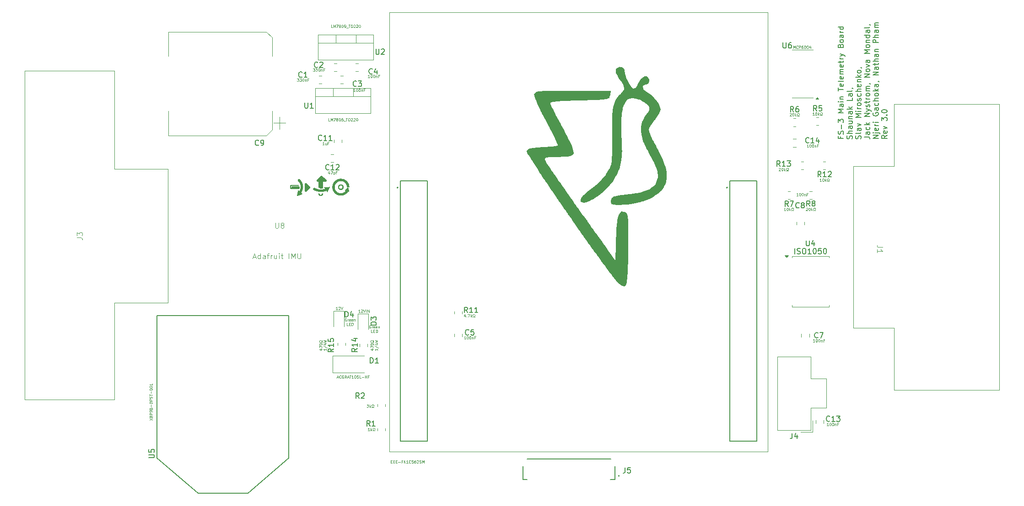
<source format=gbr>
%TF.GenerationSoftware,KiCad,Pcbnew,9.0.0*%
%TF.CreationDate,2025-03-11T12:16:19-07:00*%
%TF.ProjectId,TelemMainV3,54656c65-6d4d-4616-996e-56332e6b6963,3.0*%
%TF.SameCoordinates,Original*%
%TF.FileFunction,Legend,Top*%
%TF.FilePolarity,Positive*%
%FSLAX46Y46*%
G04 Gerber Fmt 4.6, Leading zero omitted, Abs format (unit mm)*
G04 Created by KiCad (PCBNEW 9.0.0) date 2025-03-11 12:16:19*
%MOMM*%
%LPD*%
G01*
G04 APERTURE LIST*
%ADD10C,0.100000*%
%ADD11C,0.150000*%
%ADD12C,0.120000*%
%ADD13C,0.406400*%
%ADD14C,0.000000*%
%ADD15C,0.200000*%
%ADD16C,0.127000*%
G04 APERTURE END LIST*
D10*
X206532791Y-129397709D02*
X206247077Y-129397709D01*
X206389934Y-129397709D02*
X206389934Y-128897709D01*
X206389934Y-128897709D02*
X206342315Y-128969138D01*
X206342315Y-128969138D02*
X206294696Y-129016757D01*
X206294696Y-129016757D02*
X206247077Y-129040566D01*
X206842314Y-128897709D02*
X206889933Y-128897709D01*
X206889933Y-128897709D02*
X206937552Y-128921519D01*
X206937552Y-128921519D02*
X206961362Y-128945328D01*
X206961362Y-128945328D02*
X206985171Y-128992947D01*
X206985171Y-128992947D02*
X207008981Y-129088185D01*
X207008981Y-129088185D02*
X207008981Y-129207233D01*
X207008981Y-129207233D02*
X206985171Y-129302471D01*
X206985171Y-129302471D02*
X206961362Y-129350090D01*
X206961362Y-129350090D02*
X206937552Y-129373900D01*
X206937552Y-129373900D02*
X206889933Y-129397709D01*
X206889933Y-129397709D02*
X206842314Y-129397709D01*
X206842314Y-129397709D02*
X206794695Y-129373900D01*
X206794695Y-129373900D02*
X206770886Y-129350090D01*
X206770886Y-129350090D02*
X206747076Y-129302471D01*
X206747076Y-129302471D02*
X206723267Y-129207233D01*
X206723267Y-129207233D02*
X206723267Y-129088185D01*
X206723267Y-129088185D02*
X206747076Y-128992947D01*
X206747076Y-128992947D02*
X206770886Y-128945328D01*
X206770886Y-128945328D02*
X206794695Y-128921519D01*
X206794695Y-128921519D02*
X206842314Y-128897709D01*
X207318504Y-128897709D02*
X207366123Y-128897709D01*
X207366123Y-128897709D02*
X207413742Y-128921519D01*
X207413742Y-128921519D02*
X207437552Y-128945328D01*
X207437552Y-128945328D02*
X207461361Y-128992947D01*
X207461361Y-128992947D02*
X207485171Y-129088185D01*
X207485171Y-129088185D02*
X207485171Y-129207233D01*
X207485171Y-129207233D02*
X207461361Y-129302471D01*
X207461361Y-129302471D02*
X207437552Y-129350090D01*
X207437552Y-129350090D02*
X207413742Y-129373900D01*
X207413742Y-129373900D02*
X207366123Y-129397709D01*
X207366123Y-129397709D02*
X207318504Y-129397709D01*
X207318504Y-129397709D02*
X207270885Y-129373900D01*
X207270885Y-129373900D02*
X207247076Y-129350090D01*
X207247076Y-129350090D02*
X207223266Y-129302471D01*
X207223266Y-129302471D02*
X207199457Y-129207233D01*
X207199457Y-129207233D02*
X207199457Y-129088185D01*
X207199457Y-129088185D02*
X207223266Y-128992947D01*
X207223266Y-128992947D02*
X207247076Y-128945328D01*
X207247076Y-128945328D02*
X207270885Y-128921519D01*
X207270885Y-128921519D02*
X207318504Y-128897709D01*
X207699456Y-129064376D02*
X207699456Y-129397709D01*
X207699456Y-129111995D02*
X207723266Y-129088185D01*
X207723266Y-129088185D02*
X207770885Y-129064376D01*
X207770885Y-129064376D02*
X207842313Y-129064376D01*
X207842313Y-129064376D02*
X207889932Y-129088185D01*
X207889932Y-129088185D02*
X207913742Y-129135804D01*
X207913742Y-129135804D02*
X207913742Y-129397709D01*
X208318504Y-129135804D02*
X208151837Y-129135804D01*
X208151837Y-129397709D02*
X208151837Y-128897709D01*
X208151837Y-128897709D02*
X208389932Y-128897709D01*
X203916667Y-71854509D02*
X203630953Y-71854509D01*
X203773810Y-71854509D02*
X203773810Y-71354509D01*
X203773810Y-71354509D02*
X203726191Y-71425938D01*
X203726191Y-71425938D02*
X203678572Y-71473557D01*
X203678572Y-71473557D02*
X203630953Y-71497366D01*
X204226190Y-71354509D02*
X204273809Y-71354509D01*
X204273809Y-71354509D02*
X204321428Y-71378319D01*
X204321428Y-71378319D02*
X204345238Y-71402128D01*
X204345238Y-71402128D02*
X204369047Y-71449747D01*
X204369047Y-71449747D02*
X204392857Y-71544985D01*
X204392857Y-71544985D02*
X204392857Y-71664033D01*
X204392857Y-71664033D02*
X204369047Y-71759271D01*
X204369047Y-71759271D02*
X204345238Y-71806890D01*
X204345238Y-71806890D02*
X204321428Y-71830700D01*
X204321428Y-71830700D02*
X204273809Y-71854509D01*
X204273809Y-71854509D02*
X204226190Y-71854509D01*
X204226190Y-71854509D02*
X204178571Y-71830700D01*
X204178571Y-71830700D02*
X204154762Y-71806890D01*
X204154762Y-71806890D02*
X204130952Y-71759271D01*
X204130952Y-71759271D02*
X204107143Y-71664033D01*
X204107143Y-71664033D02*
X204107143Y-71544985D01*
X204107143Y-71544985D02*
X204130952Y-71449747D01*
X204130952Y-71449747D02*
X204154762Y-71402128D01*
X204154762Y-71402128D02*
X204178571Y-71378319D01*
X204178571Y-71378319D02*
X204226190Y-71354509D01*
X204607142Y-71854509D02*
X204607142Y-71354509D01*
X204654761Y-71664033D02*
X204797618Y-71854509D01*
X204797618Y-71521176D02*
X204607142Y-71711652D01*
X204988095Y-71854509D02*
X205107142Y-71854509D01*
X205107142Y-71854509D02*
X205107142Y-71759271D01*
X205107142Y-71759271D02*
X205059523Y-71735461D01*
X205059523Y-71735461D02*
X205011904Y-71687842D01*
X205011904Y-71687842D02*
X204988095Y-71616414D01*
X204988095Y-71616414D02*
X204988095Y-71497366D01*
X204988095Y-71497366D02*
X205011904Y-71425938D01*
X205011904Y-71425938D02*
X205059523Y-71378319D01*
X205059523Y-71378319D02*
X205130952Y-71354509D01*
X205130952Y-71354509D02*
X205226190Y-71354509D01*
X205226190Y-71354509D02*
X205297618Y-71378319D01*
X205297618Y-71378319D02*
X205345237Y-71425938D01*
X205345237Y-71425938D02*
X205369047Y-71497366D01*
X205369047Y-71497366D02*
X205369047Y-71616414D01*
X205369047Y-71616414D02*
X205345237Y-71687842D01*
X205345237Y-71687842D02*
X205297618Y-71735461D01*
X205297618Y-71735461D02*
X205249999Y-71759271D01*
X205249999Y-71759271D02*
X205249999Y-71854509D01*
X205249999Y-71854509D02*
X205369047Y-71854509D01*
X114776525Y-55605509D02*
X114538430Y-55605509D01*
X114538430Y-55605509D02*
X114538430Y-55105509D01*
X114943192Y-55605509D02*
X114943192Y-55105509D01*
X114943192Y-55105509D02*
X115109859Y-55462652D01*
X115109859Y-55462652D02*
X115276525Y-55105509D01*
X115276525Y-55105509D02*
X115276525Y-55605509D01*
X115467002Y-55105509D02*
X115800335Y-55105509D01*
X115800335Y-55105509D02*
X115586050Y-55605509D01*
X116062240Y-55319795D02*
X116014621Y-55295985D01*
X116014621Y-55295985D02*
X115990811Y-55272176D01*
X115990811Y-55272176D02*
X115967002Y-55224557D01*
X115967002Y-55224557D02*
X115967002Y-55200747D01*
X115967002Y-55200747D02*
X115990811Y-55153128D01*
X115990811Y-55153128D02*
X116014621Y-55129319D01*
X116014621Y-55129319D02*
X116062240Y-55105509D01*
X116062240Y-55105509D02*
X116157478Y-55105509D01*
X116157478Y-55105509D02*
X116205097Y-55129319D01*
X116205097Y-55129319D02*
X116228906Y-55153128D01*
X116228906Y-55153128D02*
X116252716Y-55200747D01*
X116252716Y-55200747D02*
X116252716Y-55224557D01*
X116252716Y-55224557D02*
X116228906Y-55272176D01*
X116228906Y-55272176D02*
X116205097Y-55295985D01*
X116205097Y-55295985D02*
X116157478Y-55319795D01*
X116157478Y-55319795D02*
X116062240Y-55319795D01*
X116062240Y-55319795D02*
X116014621Y-55343604D01*
X116014621Y-55343604D02*
X115990811Y-55367414D01*
X115990811Y-55367414D02*
X115967002Y-55415033D01*
X115967002Y-55415033D02*
X115967002Y-55510271D01*
X115967002Y-55510271D02*
X115990811Y-55557890D01*
X115990811Y-55557890D02*
X116014621Y-55581700D01*
X116014621Y-55581700D02*
X116062240Y-55605509D01*
X116062240Y-55605509D02*
X116157478Y-55605509D01*
X116157478Y-55605509D02*
X116205097Y-55581700D01*
X116205097Y-55581700D02*
X116228906Y-55557890D01*
X116228906Y-55557890D02*
X116252716Y-55510271D01*
X116252716Y-55510271D02*
X116252716Y-55415033D01*
X116252716Y-55415033D02*
X116228906Y-55367414D01*
X116228906Y-55367414D02*
X116205097Y-55343604D01*
X116205097Y-55343604D02*
X116157478Y-55319795D01*
X116562239Y-55105509D02*
X116609858Y-55105509D01*
X116609858Y-55105509D02*
X116657477Y-55129319D01*
X116657477Y-55129319D02*
X116681287Y-55153128D01*
X116681287Y-55153128D02*
X116705096Y-55200747D01*
X116705096Y-55200747D02*
X116728906Y-55295985D01*
X116728906Y-55295985D02*
X116728906Y-55415033D01*
X116728906Y-55415033D02*
X116705096Y-55510271D01*
X116705096Y-55510271D02*
X116681287Y-55557890D01*
X116681287Y-55557890D02*
X116657477Y-55581700D01*
X116657477Y-55581700D02*
X116609858Y-55605509D01*
X116609858Y-55605509D02*
X116562239Y-55605509D01*
X116562239Y-55605509D02*
X116514620Y-55581700D01*
X116514620Y-55581700D02*
X116490811Y-55557890D01*
X116490811Y-55557890D02*
X116467001Y-55510271D01*
X116467001Y-55510271D02*
X116443192Y-55415033D01*
X116443192Y-55415033D02*
X116443192Y-55295985D01*
X116443192Y-55295985D02*
X116467001Y-55200747D01*
X116467001Y-55200747D02*
X116490811Y-55153128D01*
X116490811Y-55153128D02*
X116514620Y-55129319D01*
X116514620Y-55129319D02*
X116562239Y-55105509D01*
X116967001Y-55605509D02*
X117062239Y-55605509D01*
X117062239Y-55605509D02*
X117109858Y-55581700D01*
X117109858Y-55581700D02*
X117133667Y-55557890D01*
X117133667Y-55557890D02*
X117181286Y-55486461D01*
X117181286Y-55486461D02*
X117205096Y-55391223D01*
X117205096Y-55391223D02*
X117205096Y-55200747D01*
X117205096Y-55200747D02*
X117181286Y-55153128D01*
X117181286Y-55153128D02*
X117157477Y-55129319D01*
X117157477Y-55129319D02*
X117109858Y-55105509D01*
X117109858Y-55105509D02*
X117014620Y-55105509D01*
X117014620Y-55105509D02*
X116967001Y-55129319D01*
X116967001Y-55129319D02*
X116943191Y-55153128D01*
X116943191Y-55153128D02*
X116919382Y-55200747D01*
X116919382Y-55200747D02*
X116919382Y-55319795D01*
X116919382Y-55319795D02*
X116943191Y-55367414D01*
X116943191Y-55367414D02*
X116967001Y-55391223D01*
X116967001Y-55391223D02*
X117014620Y-55415033D01*
X117014620Y-55415033D02*
X117109858Y-55415033D01*
X117109858Y-55415033D02*
X117157477Y-55391223D01*
X117157477Y-55391223D02*
X117181286Y-55367414D01*
X117181286Y-55367414D02*
X117205096Y-55319795D01*
X117300334Y-55653128D02*
X117681286Y-55653128D01*
X117728905Y-55105509D02*
X118014619Y-55105509D01*
X117871762Y-55605509D02*
X117871762Y-55105509D01*
X118276523Y-55105509D02*
X118371761Y-55105509D01*
X118371761Y-55105509D02*
X118419380Y-55129319D01*
X118419380Y-55129319D02*
X118466999Y-55176938D01*
X118466999Y-55176938D02*
X118490809Y-55272176D01*
X118490809Y-55272176D02*
X118490809Y-55438842D01*
X118490809Y-55438842D02*
X118466999Y-55534080D01*
X118466999Y-55534080D02*
X118419380Y-55581700D01*
X118419380Y-55581700D02*
X118371761Y-55605509D01*
X118371761Y-55605509D02*
X118276523Y-55605509D01*
X118276523Y-55605509D02*
X118228904Y-55581700D01*
X118228904Y-55581700D02*
X118181285Y-55534080D01*
X118181285Y-55534080D02*
X118157476Y-55438842D01*
X118157476Y-55438842D02*
X118157476Y-55272176D01*
X118157476Y-55272176D02*
X118181285Y-55176938D01*
X118181285Y-55176938D02*
X118228904Y-55129319D01*
X118228904Y-55129319D02*
X118276523Y-55105509D01*
X118681286Y-55153128D02*
X118705095Y-55129319D01*
X118705095Y-55129319D02*
X118752714Y-55105509D01*
X118752714Y-55105509D02*
X118871762Y-55105509D01*
X118871762Y-55105509D02*
X118919381Y-55129319D01*
X118919381Y-55129319D02*
X118943190Y-55153128D01*
X118943190Y-55153128D02*
X118967000Y-55200747D01*
X118967000Y-55200747D02*
X118967000Y-55248366D01*
X118967000Y-55248366D02*
X118943190Y-55319795D01*
X118943190Y-55319795D02*
X118657476Y-55605509D01*
X118657476Y-55605509D02*
X118967000Y-55605509D01*
X119157476Y-55153128D02*
X119181285Y-55129319D01*
X119181285Y-55129319D02*
X119228904Y-55105509D01*
X119228904Y-55105509D02*
X119347952Y-55105509D01*
X119347952Y-55105509D02*
X119395571Y-55129319D01*
X119395571Y-55129319D02*
X119419380Y-55153128D01*
X119419380Y-55153128D02*
X119443190Y-55200747D01*
X119443190Y-55200747D02*
X119443190Y-55248366D01*
X119443190Y-55248366D02*
X119419380Y-55319795D01*
X119419380Y-55319795D02*
X119133666Y-55605509D01*
X119133666Y-55605509D02*
X119443190Y-55605509D01*
X119752713Y-55105509D02*
X119800332Y-55105509D01*
X119800332Y-55105509D02*
X119847951Y-55129319D01*
X119847951Y-55129319D02*
X119871761Y-55153128D01*
X119871761Y-55153128D02*
X119895570Y-55200747D01*
X119895570Y-55200747D02*
X119919380Y-55295985D01*
X119919380Y-55295985D02*
X119919380Y-55415033D01*
X119919380Y-55415033D02*
X119895570Y-55510271D01*
X119895570Y-55510271D02*
X119871761Y-55557890D01*
X119871761Y-55557890D02*
X119847951Y-55581700D01*
X119847951Y-55581700D02*
X119800332Y-55605509D01*
X119800332Y-55605509D02*
X119752713Y-55605509D01*
X119752713Y-55605509D02*
X119705094Y-55581700D01*
X119705094Y-55581700D02*
X119681285Y-55557890D01*
X119681285Y-55557890D02*
X119657475Y-55510271D01*
X119657475Y-55510271D02*
X119633666Y-55415033D01*
X119633666Y-55415033D02*
X119633666Y-55295985D01*
X119633666Y-55295985D02*
X119657475Y-55200747D01*
X119657475Y-55200747D02*
X119681285Y-55153128D01*
X119681285Y-55153128D02*
X119705094Y-55129319D01*
X119705094Y-55129319D02*
X119752713Y-55105509D01*
D11*
X200326838Y-97546819D02*
X200326838Y-96546819D01*
X200755409Y-97499200D02*
X200898266Y-97546819D01*
X200898266Y-97546819D02*
X201136361Y-97546819D01*
X201136361Y-97546819D02*
X201231599Y-97499200D01*
X201231599Y-97499200D02*
X201279218Y-97451580D01*
X201279218Y-97451580D02*
X201326837Y-97356342D01*
X201326837Y-97356342D02*
X201326837Y-97261104D01*
X201326837Y-97261104D02*
X201279218Y-97165866D01*
X201279218Y-97165866D02*
X201231599Y-97118247D01*
X201231599Y-97118247D02*
X201136361Y-97070628D01*
X201136361Y-97070628D02*
X200945885Y-97023009D01*
X200945885Y-97023009D02*
X200850647Y-96975390D01*
X200850647Y-96975390D02*
X200803028Y-96927771D01*
X200803028Y-96927771D02*
X200755409Y-96832533D01*
X200755409Y-96832533D02*
X200755409Y-96737295D01*
X200755409Y-96737295D02*
X200803028Y-96642057D01*
X200803028Y-96642057D02*
X200850647Y-96594438D01*
X200850647Y-96594438D02*
X200945885Y-96546819D01*
X200945885Y-96546819D02*
X201183980Y-96546819D01*
X201183980Y-96546819D02*
X201326837Y-96594438D01*
X201945885Y-96546819D02*
X202136361Y-96546819D01*
X202136361Y-96546819D02*
X202231599Y-96594438D01*
X202231599Y-96594438D02*
X202326837Y-96689676D01*
X202326837Y-96689676D02*
X202374456Y-96880152D01*
X202374456Y-96880152D02*
X202374456Y-97213485D01*
X202374456Y-97213485D02*
X202326837Y-97403961D01*
X202326837Y-97403961D02*
X202231599Y-97499200D01*
X202231599Y-97499200D02*
X202136361Y-97546819D01*
X202136361Y-97546819D02*
X201945885Y-97546819D01*
X201945885Y-97546819D02*
X201850647Y-97499200D01*
X201850647Y-97499200D02*
X201755409Y-97403961D01*
X201755409Y-97403961D02*
X201707790Y-97213485D01*
X201707790Y-97213485D02*
X201707790Y-96880152D01*
X201707790Y-96880152D02*
X201755409Y-96689676D01*
X201755409Y-96689676D02*
X201850647Y-96594438D01*
X201850647Y-96594438D02*
X201945885Y-96546819D01*
X203326837Y-97546819D02*
X202755409Y-97546819D01*
X203041123Y-97546819D02*
X203041123Y-96546819D01*
X203041123Y-96546819D02*
X202945885Y-96689676D01*
X202945885Y-96689676D02*
X202850647Y-96784914D01*
X202850647Y-96784914D02*
X202755409Y-96832533D01*
X203945885Y-96546819D02*
X204041123Y-96546819D01*
X204041123Y-96546819D02*
X204136361Y-96594438D01*
X204136361Y-96594438D02*
X204183980Y-96642057D01*
X204183980Y-96642057D02*
X204231599Y-96737295D01*
X204231599Y-96737295D02*
X204279218Y-96927771D01*
X204279218Y-96927771D02*
X204279218Y-97165866D01*
X204279218Y-97165866D02*
X204231599Y-97356342D01*
X204231599Y-97356342D02*
X204183980Y-97451580D01*
X204183980Y-97451580D02*
X204136361Y-97499200D01*
X204136361Y-97499200D02*
X204041123Y-97546819D01*
X204041123Y-97546819D02*
X203945885Y-97546819D01*
X203945885Y-97546819D02*
X203850647Y-97499200D01*
X203850647Y-97499200D02*
X203803028Y-97451580D01*
X203803028Y-97451580D02*
X203755409Y-97356342D01*
X203755409Y-97356342D02*
X203707790Y-97165866D01*
X203707790Y-97165866D02*
X203707790Y-96927771D01*
X203707790Y-96927771D02*
X203755409Y-96737295D01*
X203755409Y-96737295D02*
X203803028Y-96642057D01*
X203803028Y-96642057D02*
X203850647Y-96594438D01*
X203850647Y-96594438D02*
X203945885Y-96546819D01*
X205183980Y-96546819D02*
X204707790Y-96546819D01*
X204707790Y-96546819D02*
X204660171Y-97023009D01*
X204660171Y-97023009D02*
X204707790Y-96975390D01*
X204707790Y-96975390D02*
X204803028Y-96927771D01*
X204803028Y-96927771D02*
X205041123Y-96927771D01*
X205041123Y-96927771D02*
X205136361Y-96975390D01*
X205136361Y-96975390D02*
X205183980Y-97023009D01*
X205183980Y-97023009D02*
X205231599Y-97118247D01*
X205231599Y-97118247D02*
X205231599Y-97356342D01*
X205231599Y-97356342D02*
X205183980Y-97451580D01*
X205183980Y-97451580D02*
X205136361Y-97499200D01*
X205136361Y-97499200D02*
X205041123Y-97546819D01*
X205041123Y-97546819D02*
X204803028Y-97546819D01*
X204803028Y-97546819D02*
X204707790Y-97499200D01*
X204707790Y-97499200D02*
X204660171Y-97451580D01*
X205850647Y-96546819D02*
X205945885Y-96546819D01*
X205945885Y-96546819D02*
X206041123Y-96594438D01*
X206041123Y-96594438D02*
X206088742Y-96642057D01*
X206088742Y-96642057D02*
X206136361Y-96737295D01*
X206136361Y-96737295D02*
X206183980Y-96927771D01*
X206183980Y-96927771D02*
X206183980Y-97165866D01*
X206183980Y-97165866D02*
X206136361Y-97356342D01*
X206136361Y-97356342D02*
X206088742Y-97451580D01*
X206088742Y-97451580D02*
X206041123Y-97499200D01*
X206041123Y-97499200D02*
X205945885Y-97546819D01*
X205945885Y-97546819D02*
X205850647Y-97546819D01*
X205850647Y-97546819D02*
X205755409Y-97499200D01*
X205755409Y-97499200D02*
X205707790Y-97451580D01*
X205707790Y-97451580D02*
X205660171Y-97356342D01*
X205660171Y-97356342D02*
X205612552Y-97165866D01*
X205612552Y-97165866D02*
X205612552Y-96927771D01*
X205612552Y-96927771D02*
X205660171Y-96737295D01*
X205660171Y-96737295D02*
X205707790Y-96642057D01*
X205707790Y-96642057D02*
X205755409Y-96594438D01*
X205755409Y-96594438D02*
X205850647Y-96546819D01*
D10*
X121616562Y-130357309D02*
X121330848Y-130357309D01*
X121473705Y-130357309D02*
X121473705Y-129857309D01*
X121473705Y-129857309D02*
X121426086Y-129928738D01*
X121426086Y-129928738D02*
X121378467Y-129976357D01*
X121378467Y-129976357D02*
X121330848Y-130000166D01*
X121830847Y-130357309D02*
X121830847Y-129857309D01*
X121878466Y-130166833D02*
X122021323Y-130357309D01*
X122021323Y-130023976D02*
X121830847Y-130214452D01*
X122211800Y-130357309D02*
X122330847Y-130357309D01*
X122330847Y-130357309D02*
X122330847Y-130262071D01*
X122330847Y-130262071D02*
X122283228Y-130238261D01*
X122283228Y-130238261D02*
X122235609Y-130190642D01*
X122235609Y-130190642D02*
X122211800Y-130119214D01*
X122211800Y-130119214D02*
X122211800Y-130000166D01*
X122211800Y-130000166D02*
X122235609Y-129928738D01*
X122235609Y-129928738D02*
X122283228Y-129881119D01*
X122283228Y-129881119D02*
X122354657Y-129857309D01*
X122354657Y-129857309D02*
X122449895Y-129857309D01*
X122449895Y-129857309D02*
X122521323Y-129881119D01*
X122521323Y-129881119D02*
X122568942Y-129928738D01*
X122568942Y-129928738D02*
X122592752Y-130000166D01*
X122592752Y-130000166D02*
X122592752Y-130119214D01*
X122592752Y-130119214D02*
X122568942Y-130190642D01*
X122568942Y-130190642D02*
X122521323Y-130238261D01*
X122521323Y-130238261D02*
X122473704Y-130262071D01*
X122473704Y-130262071D02*
X122473704Y-130357309D01*
X122473704Y-130357309D02*
X122592752Y-130357309D01*
X115709277Y-107889309D02*
X115423563Y-107889309D01*
X115566420Y-107889309D02*
X115566420Y-107389309D01*
X115566420Y-107389309D02*
X115518801Y-107460738D01*
X115518801Y-107460738D02*
X115471182Y-107508357D01*
X115471182Y-107508357D02*
X115423563Y-107532166D01*
X115899753Y-107436928D02*
X115923562Y-107413119D01*
X115923562Y-107413119D02*
X115971181Y-107389309D01*
X115971181Y-107389309D02*
X116090229Y-107389309D01*
X116090229Y-107389309D02*
X116137848Y-107413119D01*
X116137848Y-107413119D02*
X116161657Y-107436928D01*
X116161657Y-107436928D02*
X116185467Y-107484547D01*
X116185467Y-107484547D02*
X116185467Y-107532166D01*
X116185467Y-107532166D02*
X116161657Y-107603595D01*
X116161657Y-107603595D02*
X115875943Y-107889309D01*
X115875943Y-107889309D02*
X116185467Y-107889309D01*
X116328324Y-107389309D02*
X116494990Y-107889309D01*
X116494990Y-107889309D02*
X116661657Y-107389309D01*
X121990290Y-115166665D02*
X122323623Y-115166665D01*
X121799814Y-115285713D02*
X122156956Y-115404760D01*
X122156956Y-115404760D02*
X122156956Y-115095237D01*
X121823623Y-114952380D02*
X121823623Y-114619047D01*
X121823623Y-114619047D02*
X122323623Y-114833332D01*
X121823623Y-114333333D02*
X121823623Y-114285714D01*
X121823623Y-114285714D02*
X121847433Y-114238095D01*
X121847433Y-114238095D02*
X121871242Y-114214285D01*
X121871242Y-114214285D02*
X121918861Y-114190476D01*
X121918861Y-114190476D02*
X122014099Y-114166666D01*
X122014099Y-114166666D02*
X122133147Y-114166666D01*
X122133147Y-114166666D02*
X122228385Y-114190476D01*
X122228385Y-114190476D02*
X122276004Y-114214285D01*
X122276004Y-114214285D02*
X122299814Y-114238095D01*
X122299814Y-114238095D02*
X122323623Y-114285714D01*
X122323623Y-114285714D02*
X122323623Y-114333333D01*
X122323623Y-114333333D02*
X122299814Y-114380952D01*
X122299814Y-114380952D02*
X122276004Y-114404761D01*
X122276004Y-114404761D02*
X122228385Y-114428571D01*
X122228385Y-114428571D02*
X122133147Y-114452380D01*
X122133147Y-114452380D02*
X122014099Y-114452380D01*
X122014099Y-114452380D02*
X121918861Y-114428571D01*
X121918861Y-114428571D02*
X121871242Y-114404761D01*
X121871242Y-114404761D02*
X121847433Y-114380952D01*
X121847433Y-114380952D02*
X121823623Y-114333333D01*
X122323623Y-113976190D02*
X122323623Y-113857143D01*
X122323623Y-113857143D02*
X122228385Y-113857143D01*
X122228385Y-113857143D02*
X122204575Y-113904762D01*
X122204575Y-113904762D02*
X122156956Y-113952381D01*
X122156956Y-113952381D02*
X122085528Y-113976190D01*
X122085528Y-113976190D02*
X121966480Y-113976190D01*
X121966480Y-113976190D02*
X121895052Y-113952381D01*
X121895052Y-113952381D02*
X121847433Y-113904762D01*
X121847433Y-113904762D02*
X121823623Y-113833333D01*
X121823623Y-113833333D02*
X121823623Y-113738095D01*
X121823623Y-113738095D02*
X121847433Y-113666667D01*
X121847433Y-113666667D02*
X121895052Y-113619048D01*
X121895052Y-113619048D02*
X121966480Y-113595238D01*
X121966480Y-113595238D02*
X122085528Y-113595238D01*
X122085528Y-113595238D02*
X122156956Y-113619048D01*
X122156956Y-113619048D02*
X122204575Y-113666667D01*
X122204575Y-113666667D02*
X122228385Y-113714286D01*
X122228385Y-113714286D02*
X122323623Y-113714286D01*
X122323623Y-113714286D02*
X122323623Y-113595238D01*
X123128595Y-115142856D02*
X123128595Y-115428570D01*
X123128595Y-115285713D02*
X122628595Y-115285713D01*
X122628595Y-115285713D02*
X122700024Y-115333332D01*
X122700024Y-115333332D02*
X122747643Y-115380951D01*
X122747643Y-115380951D02*
X122771452Y-115428570D01*
X122604786Y-114571428D02*
X123247643Y-114999999D01*
X122795262Y-114190475D02*
X123128595Y-114190475D01*
X122604786Y-114309523D02*
X122961928Y-114428570D01*
X122961928Y-114428570D02*
X122961928Y-114119047D01*
X122628595Y-113976190D02*
X123128595Y-113857142D01*
X123128595Y-113857142D02*
X122771452Y-113761904D01*
X122771452Y-113761904D02*
X123128595Y-113666666D01*
X123128595Y-113666666D02*
X122628595Y-113547619D01*
X139347400Y-108941976D02*
X139347400Y-109275309D01*
X139228352Y-108751500D02*
X139109305Y-109108642D01*
X139109305Y-109108642D02*
X139418828Y-109108642D01*
X139609304Y-109227690D02*
X139633114Y-109251500D01*
X139633114Y-109251500D02*
X139609304Y-109275309D01*
X139609304Y-109275309D02*
X139585495Y-109251500D01*
X139585495Y-109251500D02*
X139609304Y-109227690D01*
X139609304Y-109227690D02*
X139609304Y-109275309D01*
X139799780Y-108775309D02*
X140133113Y-108775309D01*
X140133113Y-108775309D02*
X139918828Y-109275309D01*
X140323589Y-109275309D02*
X140323589Y-108775309D01*
X140371208Y-109084833D02*
X140514065Y-109275309D01*
X140514065Y-108941976D02*
X140323589Y-109132452D01*
X140704542Y-109275309D02*
X140823589Y-109275309D01*
X140823589Y-109275309D02*
X140823589Y-109180071D01*
X140823589Y-109180071D02*
X140775970Y-109156261D01*
X140775970Y-109156261D02*
X140728351Y-109108642D01*
X140728351Y-109108642D02*
X140704542Y-109037214D01*
X140704542Y-109037214D02*
X140704542Y-108918166D01*
X140704542Y-108918166D02*
X140728351Y-108846738D01*
X140728351Y-108846738D02*
X140775970Y-108799119D01*
X140775970Y-108799119D02*
X140847399Y-108775309D01*
X140847399Y-108775309D02*
X140942637Y-108775309D01*
X140942637Y-108775309D02*
X141014065Y-108799119D01*
X141014065Y-108799119D02*
X141061684Y-108846738D01*
X141061684Y-108846738D02*
X141085494Y-108918166D01*
X141085494Y-108918166D02*
X141085494Y-109037214D01*
X141085494Y-109037214D02*
X141061684Y-109108642D01*
X141061684Y-109108642D02*
X141014065Y-109156261D01*
X141014065Y-109156261D02*
X140966446Y-109180071D01*
X140966446Y-109180071D02*
X140966446Y-109275309D01*
X140966446Y-109275309D02*
X141085494Y-109275309D01*
X202835991Y-77774909D02*
X202550277Y-77774909D01*
X202693134Y-77774909D02*
X202693134Y-77274909D01*
X202693134Y-77274909D02*
X202645515Y-77346338D01*
X202645515Y-77346338D02*
X202597896Y-77393957D01*
X202597896Y-77393957D02*
X202550277Y-77417766D01*
X203145514Y-77274909D02*
X203193133Y-77274909D01*
X203193133Y-77274909D02*
X203240752Y-77298719D01*
X203240752Y-77298719D02*
X203264562Y-77322528D01*
X203264562Y-77322528D02*
X203288371Y-77370147D01*
X203288371Y-77370147D02*
X203312181Y-77465385D01*
X203312181Y-77465385D02*
X203312181Y-77584433D01*
X203312181Y-77584433D02*
X203288371Y-77679671D01*
X203288371Y-77679671D02*
X203264562Y-77727290D01*
X203264562Y-77727290D02*
X203240752Y-77751100D01*
X203240752Y-77751100D02*
X203193133Y-77774909D01*
X203193133Y-77774909D02*
X203145514Y-77774909D01*
X203145514Y-77774909D02*
X203097895Y-77751100D01*
X203097895Y-77751100D02*
X203074086Y-77727290D01*
X203074086Y-77727290D02*
X203050276Y-77679671D01*
X203050276Y-77679671D02*
X203026467Y-77584433D01*
X203026467Y-77584433D02*
X203026467Y-77465385D01*
X203026467Y-77465385D02*
X203050276Y-77370147D01*
X203050276Y-77370147D02*
X203074086Y-77322528D01*
X203074086Y-77322528D02*
X203097895Y-77298719D01*
X203097895Y-77298719D02*
X203145514Y-77274909D01*
X203621704Y-77274909D02*
X203669323Y-77274909D01*
X203669323Y-77274909D02*
X203716942Y-77298719D01*
X203716942Y-77298719D02*
X203740752Y-77322528D01*
X203740752Y-77322528D02*
X203764561Y-77370147D01*
X203764561Y-77370147D02*
X203788371Y-77465385D01*
X203788371Y-77465385D02*
X203788371Y-77584433D01*
X203788371Y-77584433D02*
X203764561Y-77679671D01*
X203764561Y-77679671D02*
X203740752Y-77727290D01*
X203740752Y-77727290D02*
X203716942Y-77751100D01*
X203716942Y-77751100D02*
X203669323Y-77774909D01*
X203669323Y-77774909D02*
X203621704Y-77774909D01*
X203621704Y-77774909D02*
X203574085Y-77751100D01*
X203574085Y-77751100D02*
X203550276Y-77727290D01*
X203550276Y-77727290D02*
X203526466Y-77679671D01*
X203526466Y-77679671D02*
X203502657Y-77584433D01*
X203502657Y-77584433D02*
X203502657Y-77465385D01*
X203502657Y-77465385D02*
X203526466Y-77370147D01*
X203526466Y-77370147D02*
X203550276Y-77322528D01*
X203550276Y-77322528D02*
X203574085Y-77298719D01*
X203574085Y-77298719D02*
X203621704Y-77274909D01*
X204002656Y-77441576D02*
X204002656Y-77774909D01*
X204002656Y-77489195D02*
X204026466Y-77465385D01*
X204026466Y-77465385D02*
X204074085Y-77441576D01*
X204074085Y-77441576D02*
X204145513Y-77441576D01*
X204145513Y-77441576D02*
X204193132Y-77465385D01*
X204193132Y-77465385D02*
X204216942Y-77513004D01*
X204216942Y-77513004D02*
X204216942Y-77774909D01*
X204621704Y-77513004D02*
X204455037Y-77513004D01*
X204455037Y-77774909D02*
X204455037Y-77274909D01*
X204455037Y-77274909D02*
X204693132Y-77274909D01*
X112490290Y-115166665D02*
X112823623Y-115166665D01*
X112299814Y-115285713D02*
X112656956Y-115404760D01*
X112656956Y-115404760D02*
X112656956Y-115095237D01*
X112323623Y-114952380D02*
X112323623Y-114619047D01*
X112323623Y-114619047D02*
X112823623Y-114833332D01*
X112323623Y-114333333D02*
X112323623Y-114285714D01*
X112323623Y-114285714D02*
X112347433Y-114238095D01*
X112347433Y-114238095D02*
X112371242Y-114214285D01*
X112371242Y-114214285D02*
X112418861Y-114190476D01*
X112418861Y-114190476D02*
X112514099Y-114166666D01*
X112514099Y-114166666D02*
X112633147Y-114166666D01*
X112633147Y-114166666D02*
X112728385Y-114190476D01*
X112728385Y-114190476D02*
X112776004Y-114214285D01*
X112776004Y-114214285D02*
X112799814Y-114238095D01*
X112799814Y-114238095D02*
X112823623Y-114285714D01*
X112823623Y-114285714D02*
X112823623Y-114333333D01*
X112823623Y-114333333D02*
X112799814Y-114380952D01*
X112799814Y-114380952D02*
X112776004Y-114404761D01*
X112776004Y-114404761D02*
X112728385Y-114428571D01*
X112728385Y-114428571D02*
X112633147Y-114452380D01*
X112633147Y-114452380D02*
X112514099Y-114452380D01*
X112514099Y-114452380D02*
X112418861Y-114428571D01*
X112418861Y-114428571D02*
X112371242Y-114404761D01*
X112371242Y-114404761D02*
X112347433Y-114380952D01*
X112347433Y-114380952D02*
X112323623Y-114333333D01*
X112823623Y-113976190D02*
X112823623Y-113857143D01*
X112823623Y-113857143D02*
X112728385Y-113857143D01*
X112728385Y-113857143D02*
X112704575Y-113904762D01*
X112704575Y-113904762D02*
X112656956Y-113952381D01*
X112656956Y-113952381D02*
X112585528Y-113976190D01*
X112585528Y-113976190D02*
X112466480Y-113976190D01*
X112466480Y-113976190D02*
X112395052Y-113952381D01*
X112395052Y-113952381D02*
X112347433Y-113904762D01*
X112347433Y-113904762D02*
X112323623Y-113833333D01*
X112323623Y-113833333D02*
X112323623Y-113738095D01*
X112323623Y-113738095D02*
X112347433Y-113666667D01*
X112347433Y-113666667D02*
X112395052Y-113619048D01*
X112395052Y-113619048D02*
X112466480Y-113595238D01*
X112466480Y-113595238D02*
X112585528Y-113595238D01*
X112585528Y-113595238D02*
X112656956Y-113619048D01*
X112656956Y-113619048D02*
X112704575Y-113666667D01*
X112704575Y-113666667D02*
X112728385Y-113714286D01*
X112728385Y-113714286D02*
X112823623Y-113714286D01*
X112823623Y-113714286D02*
X112823623Y-113595238D01*
X113628595Y-115142856D02*
X113628595Y-115428570D01*
X113628595Y-115285713D02*
X113128595Y-115285713D01*
X113128595Y-115285713D02*
X113200024Y-115333332D01*
X113200024Y-115333332D02*
X113247643Y-115380951D01*
X113247643Y-115380951D02*
X113271452Y-115428570D01*
X113104786Y-114571428D02*
X113747643Y-114999999D01*
X113295262Y-114190475D02*
X113628595Y-114190475D01*
X113104786Y-114309523D02*
X113461928Y-114428570D01*
X113461928Y-114428570D02*
X113461928Y-114119047D01*
X113128595Y-113976190D02*
X113628595Y-113857142D01*
X113628595Y-113857142D02*
X113271452Y-113761904D01*
X113271452Y-113761904D02*
X113628595Y-113666666D01*
X113628595Y-113666666D02*
X113128595Y-113547619D01*
X108208867Y-65062309D02*
X108518391Y-65062309D01*
X108518391Y-65062309D02*
X108351724Y-65252785D01*
X108351724Y-65252785D02*
X108423153Y-65252785D01*
X108423153Y-65252785D02*
X108470772Y-65276595D01*
X108470772Y-65276595D02*
X108494581Y-65300404D01*
X108494581Y-65300404D02*
X108518391Y-65348023D01*
X108518391Y-65348023D02*
X108518391Y-65467071D01*
X108518391Y-65467071D02*
X108494581Y-65514690D01*
X108494581Y-65514690D02*
X108470772Y-65538500D01*
X108470772Y-65538500D02*
X108423153Y-65562309D01*
X108423153Y-65562309D02*
X108280296Y-65562309D01*
X108280296Y-65562309D02*
X108232677Y-65538500D01*
X108232677Y-65538500D02*
X108208867Y-65514690D01*
X108685057Y-65062309D02*
X108994581Y-65062309D01*
X108994581Y-65062309D02*
X108827914Y-65252785D01*
X108827914Y-65252785D02*
X108899343Y-65252785D01*
X108899343Y-65252785D02*
X108946962Y-65276595D01*
X108946962Y-65276595D02*
X108970771Y-65300404D01*
X108970771Y-65300404D02*
X108994581Y-65348023D01*
X108994581Y-65348023D02*
X108994581Y-65467071D01*
X108994581Y-65467071D02*
X108970771Y-65514690D01*
X108970771Y-65514690D02*
X108946962Y-65538500D01*
X108946962Y-65538500D02*
X108899343Y-65562309D01*
X108899343Y-65562309D02*
X108756486Y-65562309D01*
X108756486Y-65562309D02*
X108708867Y-65538500D01*
X108708867Y-65538500D02*
X108685057Y-65514690D01*
X109304104Y-65062309D02*
X109351723Y-65062309D01*
X109351723Y-65062309D02*
X109399342Y-65086119D01*
X109399342Y-65086119D02*
X109423152Y-65109928D01*
X109423152Y-65109928D02*
X109446961Y-65157547D01*
X109446961Y-65157547D02*
X109470771Y-65252785D01*
X109470771Y-65252785D02*
X109470771Y-65371833D01*
X109470771Y-65371833D02*
X109446961Y-65467071D01*
X109446961Y-65467071D02*
X109423152Y-65514690D01*
X109423152Y-65514690D02*
X109399342Y-65538500D01*
X109399342Y-65538500D02*
X109351723Y-65562309D01*
X109351723Y-65562309D02*
X109304104Y-65562309D01*
X109304104Y-65562309D02*
X109256485Y-65538500D01*
X109256485Y-65538500D02*
X109232676Y-65514690D01*
X109232676Y-65514690D02*
X109208866Y-65467071D01*
X109208866Y-65467071D02*
X109185057Y-65371833D01*
X109185057Y-65371833D02*
X109185057Y-65252785D01*
X109185057Y-65252785D02*
X109208866Y-65157547D01*
X109208866Y-65157547D02*
X109232676Y-65109928D01*
X109232676Y-65109928D02*
X109256485Y-65086119D01*
X109256485Y-65086119D02*
X109304104Y-65062309D01*
X109685056Y-65228976D02*
X109685056Y-65562309D01*
X109685056Y-65276595D02*
X109708866Y-65252785D01*
X109708866Y-65252785D02*
X109756485Y-65228976D01*
X109756485Y-65228976D02*
X109827913Y-65228976D01*
X109827913Y-65228976D02*
X109875532Y-65252785D01*
X109875532Y-65252785D02*
X109899342Y-65300404D01*
X109899342Y-65300404D02*
X109899342Y-65562309D01*
X110304104Y-65300404D02*
X110137437Y-65300404D01*
X110137437Y-65562309D02*
X110137437Y-65062309D01*
X110137437Y-65062309D02*
X110375532Y-65062309D01*
X200923991Y-86783709D02*
X200638277Y-86783709D01*
X200781134Y-86783709D02*
X200781134Y-86283709D01*
X200781134Y-86283709D02*
X200733515Y-86355138D01*
X200733515Y-86355138D02*
X200685896Y-86402757D01*
X200685896Y-86402757D02*
X200638277Y-86426566D01*
X201233514Y-86283709D02*
X201281133Y-86283709D01*
X201281133Y-86283709D02*
X201328752Y-86307519D01*
X201328752Y-86307519D02*
X201352562Y-86331328D01*
X201352562Y-86331328D02*
X201376371Y-86378947D01*
X201376371Y-86378947D02*
X201400181Y-86474185D01*
X201400181Y-86474185D02*
X201400181Y-86593233D01*
X201400181Y-86593233D02*
X201376371Y-86688471D01*
X201376371Y-86688471D02*
X201352562Y-86736090D01*
X201352562Y-86736090D02*
X201328752Y-86759900D01*
X201328752Y-86759900D02*
X201281133Y-86783709D01*
X201281133Y-86783709D02*
X201233514Y-86783709D01*
X201233514Y-86783709D02*
X201185895Y-86759900D01*
X201185895Y-86759900D02*
X201162086Y-86736090D01*
X201162086Y-86736090D02*
X201138276Y-86688471D01*
X201138276Y-86688471D02*
X201114467Y-86593233D01*
X201114467Y-86593233D02*
X201114467Y-86474185D01*
X201114467Y-86474185D02*
X201138276Y-86378947D01*
X201138276Y-86378947D02*
X201162086Y-86331328D01*
X201162086Y-86331328D02*
X201185895Y-86307519D01*
X201185895Y-86307519D02*
X201233514Y-86283709D01*
X201709704Y-86283709D02*
X201757323Y-86283709D01*
X201757323Y-86283709D02*
X201804942Y-86307519D01*
X201804942Y-86307519D02*
X201828752Y-86331328D01*
X201828752Y-86331328D02*
X201852561Y-86378947D01*
X201852561Y-86378947D02*
X201876371Y-86474185D01*
X201876371Y-86474185D02*
X201876371Y-86593233D01*
X201876371Y-86593233D02*
X201852561Y-86688471D01*
X201852561Y-86688471D02*
X201828752Y-86736090D01*
X201828752Y-86736090D02*
X201804942Y-86759900D01*
X201804942Y-86759900D02*
X201757323Y-86783709D01*
X201757323Y-86783709D02*
X201709704Y-86783709D01*
X201709704Y-86783709D02*
X201662085Y-86759900D01*
X201662085Y-86759900D02*
X201638276Y-86736090D01*
X201638276Y-86736090D02*
X201614466Y-86688471D01*
X201614466Y-86688471D02*
X201590657Y-86593233D01*
X201590657Y-86593233D02*
X201590657Y-86474185D01*
X201590657Y-86474185D02*
X201614466Y-86378947D01*
X201614466Y-86378947D02*
X201638276Y-86331328D01*
X201638276Y-86331328D02*
X201662085Y-86307519D01*
X201662085Y-86307519D02*
X201709704Y-86283709D01*
X202090656Y-86450376D02*
X202090656Y-86783709D01*
X202090656Y-86497995D02*
X202114466Y-86474185D01*
X202114466Y-86474185D02*
X202162085Y-86450376D01*
X202162085Y-86450376D02*
X202233513Y-86450376D01*
X202233513Y-86450376D02*
X202281132Y-86474185D01*
X202281132Y-86474185D02*
X202304942Y-86521804D01*
X202304942Y-86521804D02*
X202304942Y-86783709D01*
X202709704Y-86521804D02*
X202543037Y-86521804D01*
X202543037Y-86783709D02*
X202543037Y-86283709D01*
X202543037Y-86283709D02*
X202781132Y-86283709D01*
X139425191Y-113339309D02*
X139139477Y-113339309D01*
X139282334Y-113339309D02*
X139282334Y-112839309D01*
X139282334Y-112839309D02*
X139234715Y-112910738D01*
X139234715Y-112910738D02*
X139187096Y-112958357D01*
X139187096Y-112958357D02*
X139139477Y-112982166D01*
X139734714Y-112839309D02*
X139782333Y-112839309D01*
X139782333Y-112839309D02*
X139829952Y-112863119D01*
X139829952Y-112863119D02*
X139853762Y-112886928D01*
X139853762Y-112886928D02*
X139877571Y-112934547D01*
X139877571Y-112934547D02*
X139901381Y-113029785D01*
X139901381Y-113029785D02*
X139901381Y-113148833D01*
X139901381Y-113148833D02*
X139877571Y-113244071D01*
X139877571Y-113244071D02*
X139853762Y-113291690D01*
X139853762Y-113291690D02*
X139829952Y-113315500D01*
X139829952Y-113315500D02*
X139782333Y-113339309D01*
X139782333Y-113339309D02*
X139734714Y-113339309D01*
X139734714Y-113339309D02*
X139687095Y-113315500D01*
X139687095Y-113315500D02*
X139663286Y-113291690D01*
X139663286Y-113291690D02*
X139639476Y-113244071D01*
X139639476Y-113244071D02*
X139615667Y-113148833D01*
X139615667Y-113148833D02*
X139615667Y-113029785D01*
X139615667Y-113029785D02*
X139639476Y-112934547D01*
X139639476Y-112934547D02*
X139663286Y-112886928D01*
X139663286Y-112886928D02*
X139687095Y-112863119D01*
X139687095Y-112863119D02*
X139734714Y-112839309D01*
X140210904Y-112839309D02*
X140258523Y-112839309D01*
X140258523Y-112839309D02*
X140306142Y-112863119D01*
X140306142Y-112863119D02*
X140329952Y-112886928D01*
X140329952Y-112886928D02*
X140353761Y-112934547D01*
X140353761Y-112934547D02*
X140377571Y-113029785D01*
X140377571Y-113029785D02*
X140377571Y-113148833D01*
X140377571Y-113148833D02*
X140353761Y-113244071D01*
X140353761Y-113244071D02*
X140329952Y-113291690D01*
X140329952Y-113291690D02*
X140306142Y-113315500D01*
X140306142Y-113315500D02*
X140258523Y-113339309D01*
X140258523Y-113339309D02*
X140210904Y-113339309D01*
X140210904Y-113339309D02*
X140163285Y-113315500D01*
X140163285Y-113315500D02*
X140139476Y-113291690D01*
X140139476Y-113291690D02*
X140115666Y-113244071D01*
X140115666Y-113244071D02*
X140091857Y-113148833D01*
X140091857Y-113148833D02*
X140091857Y-113029785D01*
X140091857Y-113029785D02*
X140115666Y-112934547D01*
X140115666Y-112934547D02*
X140139476Y-112886928D01*
X140139476Y-112886928D02*
X140163285Y-112863119D01*
X140163285Y-112863119D02*
X140210904Y-112839309D01*
X140591856Y-113005976D02*
X140591856Y-113339309D01*
X140591856Y-113053595D02*
X140615666Y-113029785D01*
X140615666Y-113029785D02*
X140663285Y-113005976D01*
X140663285Y-113005976D02*
X140734713Y-113005976D01*
X140734713Y-113005976D02*
X140782332Y-113029785D01*
X140782332Y-113029785D02*
X140806142Y-113077404D01*
X140806142Y-113077404D02*
X140806142Y-113339309D01*
X141210904Y-113077404D02*
X141044237Y-113077404D01*
X141044237Y-113339309D02*
X141044237Y-112839309D01*
X141044237Y-112839309D02*
X141282332Y-112839309D01*
X115583011Y-120448652D02*
X115821106Y-120448652D01*
X115535392Y-120591509D02*
X115702058Y-120091509D01*
X115702058Y-120091509D02*
X115868725Y-120591509D01*
X116321105Y-120543890D02*
X116297296Y-120567700D01*
X116297296Y-120567700D02*
X116225867Y-120591509D01*
X116225867Y-120591509D02*
X116178248Y-120591509D01*
X116178248Y-120591509D02*
X116106820Y-120567700D01*
X116106820Y-120567700D02*
X116059201Y-120520080D01*
X116059201Y-120520080D02*
X116035391Y-120472461D01*
X116035391Y-120472461D02*
X116011582Y-120377223D01*
X116011582Y-120377223D02*
X116011582Y-120305795D01*
X116011582Y-120305795D02*
X116035391Y-120210557D01*
X116035391Y-120210557D02*
X116059201Y-120162938D01*
X116059201Y-120162938D02*
X116106820Y-120115319D01*
X116106820Y-120115319D02*
X116178248Y-120091509D01*
X116178248Y-120091509D02*
X116225867Y-120091509D01*
X116225867Y-120091509D02*
X116297296Y-120115319D01*
X116297296Y-120115319D02*
X116321105Y-120139128D01*
X116797296Y-120115319D02*
X116749677Y-120091509D01*
X116749677Y-120091509D02*
X116678248Y-120091509D01*
X116678248Y-120091509D02*
X116606820Y-120115319D01*
X116606820Y-120115319D02*
X116559201Y-120162938D01*
X116559201Y-120162938D02*
X116535391Y-120210557D01*
X116535391Y-120210557D02*
X116511582Y-120305795D01*
X116511582Y-120305795D02*
X116511582Y-120377223D01*
X116511582Y-120377223D02*
X116535391Y-120472461D01*
X116535391Y-120472461D02*
X116559201Y-120520080D01*
X116559201Y-120520080D02*
X116606820Y-120567700D01*
X116606820Y-120567700D02*
X116678248Y-120591509D01*
X116678248Y-120591509D02*
X116725867Y-120591509D01*
X116725867Y-120591509D02*
X116797296Y-120567700D01*
X116797296Y-120567700D02*
X116821105Y-120543890D01*
X116821105Y-120543890D02*
X116821105Y-120377223D01*
X116821105Y-120377223D02*
X116725867Y-120377223D01*
X117321105Y-120591509D02*
X117154439Y-120353414D01*
X117035391Y-120591509D02*
X117035391Y-120091509D01*
X117035391Y-120091509D02*
X117225867Y-120091509D01*
X117225867Y-120091509D02*
X117273486Y-120115319D01*
X117273486Y-120115319D02*
X117297296Y-120139128D01*
X117297296Y-120139128D02*
X117321105Y-120186747D01*
X117321105Y-120186747D02*
X117321105Y-120258176D01*
X117321105Y-120258176D02*
X117297296Y-120305795D01*
X117297296Y-120305795D02*
X117273486Y-120329604D01*
X117273486Y-120329604D02*
X117225867Y-120353414D01*
X117225867Y-120353414D02*
X117035391Y-120353414D01*
X117511582Y-120448652D02*
X117749677Y-120448652D01*
X117463963Y-120591509D02*
X117630629Y-120091509D01*
X117630629Y-120091509D02*
X117797296Y-120591509D01*
X117892534Y-120091509D02*
X118178248Y-120091509D01*
X118035391Y-120591509D02*
X118035391Y-120091509D01*
X118606819Y-120591509D02*
X118321105Y-120591509D01*
X118463962Y-120591509D02*
X118463962Y-120091509D01*
X118463962Y-120091509D02*
X118416343Y-120162938D01*
X118416343Y-120162938D02*
X118368724Y-120210557D01*
X118368724Y-120210557D02*
X118321105Y-120234366D01*
X118916342Y-120091509D02*
X118963961Y-120091509D01*
X118963961Y-120091509D02*
X119011580Y-120115319D01*
X119011580Y-120115319D02*
X119035390Y-120139128D01*
X119035390Y-120139128D02*
X119059199Y-120186747D01*
X119059199Y-120186747D02*
X119083009Y-120281985D01*
X119083009Y-120281985D02*
X119083009Y-120401033D01*
X119083009Y-120401033D02*
X119059199Y-120496271D01*
X119059199Y-120496271D02*
X119035390Y-120543890D01*
X119035390Y-120543890D02*
X119011580Y-120567700D01*
X119011580Y-120567700D02*
X118963961Y-120591509D01*
X118963961Y-120591509D02*
X118916342Y-120591509D01*
X118916342Y-120591509D02*
X118868723Y-120567700D01*
X118868723Y-120567700D02*
X118844914Y-120543890D01*
X118844914Y-120543890D02*
X118821104Y-120496271D01*
X118821104Y-120496271D02*
X118797295Y-120401033D01*
X118797295Y-120401033D02*
X118797295Y-120281985D01*
X118797295Y-120281985D02*
X118821104Y-120186747D01*
X118821104Y-120186747D02*
X118844914Y-120139128D01*
X118844914Y-120139128D02*
X118868723Y-120115319D01*
X118868723Y-120115319D02*
X118916342Y-120091509D01*
X119535389Y-120091509D02*
X119297294Y-120091509D01*
X119297294Y-120091509D02*
X119273485Y-120329604D01*
X119273485Y-120329604D02*
X119297294Y-120305795D01*
X119297294Y-120305795D02*
X119344913Y-120281985D01*
X119344913Y-120281985D02*
X119463961Y-120281985D01*
X119463961Y-120281985D02*
X119511580Y-120305795D01*
X119511580Y-120305795D02*
X119535389Y-120329604D01*
X119535389Y-120329604D02*
X119559199Y-120377223D01*
X119559199Y-120377223D02*
X119559199Y-120496271D01*
X119559199Y-120496271D02*
X119535389Y-120543890D01*
X119535389Y-120543890D02*
X119511580Y-120567700D01*
X119511580Y-120567700D02*
X119463961Y-120591509D01*
X119463961Y-120591509D02*
X119344913Y-120591509D01*
X119344913Y-120591509D02*
X119297294Y-120567700D01*
X119297294Y-120567700D02*
X119273485Y-120543890D01*
X120011579Y-120591509D02*
X119773484Y-120591509D01*
X119773484Y-120591509D02*
X119773484Y-120091509D01*
X120178246Y-120401033D02*
X120559199Y-120401033D01*
X120797294Y-120591509D02*
X120797294Y-120091509D01*
X120797294Y-120329604D02*
X121083008Y-120329604D01*
X121083008Y-120591509D02*
X121083008Y-120091509D01*
X121487771Y-120329604D02*
X121321104Y-120329604D01*
X121321104Y-120591509D02*
X121321104Y-120091509D01*
X121321104Y-120091509D02*
X121559199Y-120091509D01*
X121624791Y-64851109D02*
X121339077Y-64851109D01*
X121481934Y-64851109D02*
X121481934Y-64351109D01*
X121481934Y-64351109D02*
X121434315Y-64422538D01*
X121434315Y-64422538D02*
X121386696Y-64470157D01*
X121386696Y-64470157D02*
X121339077Y-64493966D01*
X121934314Y-64351109D02*
X121981933Y-64351109D01*
X121981933Y-64351109D02*
X122029552Y-64374919D01*
X122029552Y-64374919D02*
X122053362Y-64398728D01*
X122053362Y-64398728D02*
X122077171Y-64446347D01*
X122077171Y-64446347D02*
X122100981Y-64541585D01*
X122100981Y-64541585D02*
X122100981Y-64660633D01*
X122100981Y-64660633D02*
X122077171Y-64755871D01*
X122077171Y-64755871D02*
X122053362Y-64803490D01*
X122053362Y-64803490D02*
X122029552Y-64827300D01*
X122029552Y-64827300D02*
X121981933Y-64851109D01*
X121981933Y-64851109D02*
X121934314Y-64851109D01*
X121934314Y-64851109D02*
X121886695Y-64827300D01*
X121886695Y-64827300D02*
X121862886Y-64803490D01*
X121862886Y-64803490D02*
X121839076Y-64755871D01*
X121839076Y-64755871D02*
X121815267Y-64660633D01*
X121815267Y-64660633D02*
X121815267Y-64541585D01*
X121815267Y-64541585D02*
X121839076Y-64446347D01*
X121839076Y-64446347D02*
X121862886Y-64398728D01*
X121862886Y-64398728D02*
X121886695Y-64374919D01*
X121886695Y-64374919D02*
X121934314Y-64351109D01*
X122410504Y-64351109D02*
X122458123Y-64351109D01*
X122458123Y-64351109D02*
X122505742Y-64374919D01*
X122505742Y-64374919D02*
X122529552Y-64398728D01*
X122529552Y-64398728D02*
X122553361Y-64446347D01*
X122553361Y-64446347D02*
X122577171Y-64541585D01*
X122577171Y-64541585D02*
X122577171Y-64660633D01*
X122577171Y-64660633D02*
X122553361Y-64755871D01*
X122553361Y-64755871D02*
X122529552Y-64803490D01*
X122529552Y-64803490D02*
X122505742Y-64827300D01*
X122505742Y-64827300D02*
X122458123Y-64851109D01*
X122458123Y-64851109D02*
X122410504Y-64851109D01*
X122410504Y-64851109D02*
X122362885Y-64827300D01*
X122362885Y-64827300D02*
X122339076Y-64803490D01*
X122339076Y-64803490D02*
X122315266Y-64755871D01*
X122315266Y-64755871D02*
X122291457Y-64660633D01*
X122291457Y-64660633D02*
X122291457Y-64541585D01*
X122291457Y-64541585D02*
X122315266Y-64446347D01*
X122315266Y-64446347D02*
X122339076Y-64398728D01*
X122339076Y-64398728D02*
X122362885Y-64374919D01*
X122362885Y-64374919D02*
X122410504Y-64351109D01*
X122791456Y-64517776D02*
X122791456Y-64851109D01*
X122791456Y-64565395D02*
X122815266Y-64541585D01*
X122815266Y-64541585D02*
X122862885Y-64517776D01*
X122862885Y-64517776D02*
X122934313Y-64517776D01*
X122934313Y-64517776D02*
X122981932Y-64541585D01*
X122981932Y-64541585D02*
X123005742Y-64589204D01*
X123005742Y-64589204D02*
X123005742Y-64851109D01*
X123410504Y-64589204D02*
X123243837Y-64589204D01*
X123243837Y-64851109D02*
X123243837Y-64351109D01*
X123243837Y-64351109D02*
X123481932Y-64351109D01*
X125568677Y-136082604D02*
X125735344Y-136082604D01*
X125806772Y-136344509D02*
X125568677Y-136344509D01*
X125568677Y-136344509D02*
X125568677Y-135844509D01*
X125568677Y-135844509D02*
X125806772Y-135844509D01*
X126021058Y-136082604D02*
X126187725Y-136082604D01*
X126259153Y-136344509D02*
X126021058Y-136344509D01*
X126021058Y-136344509D02*
X126021058Y-135844509D01*
X126021058Y-135844509D02*
X126259153Y-135844509D01*
X126473439Y-136082604D02*
X126640106Y-136082604D01*
X126711534Y-136344509D02*
X126473439Y-136344509D01*
X126473439Y-136344509D02*
X126473439Y-135844509D01*
X126473439Y-135844509D02*
X126711534Y-135844509D01*
X126925820Y-136154033D02*
X127306773Y-136154033D01*
X127711535Y-136082604D02*
X127544868Y-136082604D01*
X127544868Y-136344509D02*
X127544868Y-135844509D01*
X127544868Y-135844509D02*
X127782963Y-135844509D01*
X127973439Y-136344509D02*
X127973439Y-135844509D01*
X128259153Y-136344509D02*
X128044868Y-136058795D01*
X128259153Y-135844509D02*
X127973439Y-136130223D01*
X128735344Y-136344509D02*
X128449630Y-136344509D01*
X128592487Y-136344509D02*
X128592487Y-135844509D01*
X128592487Y-135844509D02*
X128544868Y-135915938D01*
X128544868Y-135915938D02*
X128497249Y-135963557D01*
X128497249Y-135963557D02*
X128449630Y-135987366D01*
X129235343Y-136296890D02*
X129211534Y-136320700D01*
X129211534Y-136320700D02*
X129140105Y-136344509D01*
X129140105Y-136344509D02*
X129092486Y-136344509D01*
X129092486Y-136344509D02*
X129021058Y-136320700D01*
X129021058Y-136320700D02*
X128973439Y-136273080D01*
X128973439Y-136273080D02*
X128949629Y-136225461D01*
X128949629Y-136225461D02*
X128925820Y-136130223D01*
X128925820Y-136130223D02*
X128925820Y-136058795D01*
X128925820Y-136058795D02*
X128949629Y-135963557D01*
X128949629Y-135963557D02*
X128973439Y-135915938D01*
X128973439Y-135915938D02*
X129021058Y-135868319D01*
X129021058Y-135868319D02*
X129092486Y-135844509D01*
X129092486Y-135844509D02*
X129140105Y-135844509D01*
X129140105Y-135844509D02*
X129211534Y-135868319D01*
X129211534Y-135868319D02*
X129235343Y-135892128D01*
X129687724Y-135844509D02*
X129449629Y-135844509D01*
X129449629Y-135844509D02*
X129425820Y-136082604D01*
X129425820Y-136082604D02*
X129449629Y-136058795D01*
X129449629Y-136058795D02*
X129497248Y-136034985D01*
X129497248Y-136034985D02*
X129616296Y-136034985D01*
X129616296Y-136034985D02*
X129663915Y-136058795D01*
X129663915Y-136058795D02*
X129687724Y-136082604D01*
X129687724Y-136082604D02*
X129711534Y-136130223D01*
X129711534Y-136130223D02*
X129711534Y-136249271D01*
X129711534Y-136249271D02*
X129687724Y-136296890D01*
X129687724Y-136296890D02*
X129663915Y-136320700D01*
X129663915Y-136320700D02*
X129616296Y-136344509D01*
X129616296Y-136344509D02*
X129497248Y-136344509D01*
X129497248Y-136344509D02*
X129449629Y-136320700D01*
X129449629Y-136320700D02*
X129425820Y-136296890D01*
X130140105Y-135844509D02*
X130044867Y-135844509D01*
X130044867Y-135844509D02*
X129997248Y-135868319D01*
X129997248Y-135868319D02*
X129973438Y-135892128D01*
X129973438Y-135892128D02*
X129925819Y-135963557D01*
X129925819Y-135963557D02*
X129902010Y-136058795D01*
X129902010Y-136058795D02*
X129902010Y-136249271D01*
X129902010Y-136249271D02*
X129925819Y-136296890D01*
X129925819Y-136296890D02*
X129949629Y-136320700D01*
X129949629Y-136320700D02*
X129997248Y-136344509D01*
X129997248Y-136344509D02*
X130092486Y-136344509D01*
X130092486Y-136344509D02*
X130140105Y-136320700D01*
X130140105Y-136320700D02*
X130163914Y-136296890D01*
X130163914Y-136296890D02*
X130187724Y-136249271D01*
X130187724Y-136249271D02*
X130187724Y-136130223D01*
X130187724Y-136130223D02*
X130163914Y-136082604D01*
X130163914Y-136082604D02*
X130140105Y-136058795D01*
X130140105Y-136058795D02*
X130092486Y-136034985D01*
X130092486Y-136034985D02*
X129997248Y-136034985D01*
X129997248Y-136034985D02*
X129949629Y-136058795D01*
X129949629Y-136058795D02*
X129925819Y-136082604D01*
X129925819Y-136082604D02*
X129902010Y-136130223D01*
X130378200Y-135892128D02*
X130402009Y-135868319D01*
X130402009Y-135868319D02*
X130449628Y-135844509D01*
X130449628Y-135844509D02*
X130568676Y-135844509D01*
X130568676Y-135844509D02*
X130616295Y-135868319D01*
X130616295Y-135868319D02*
X130640104Y-135892128D01*
X130640104Y-135892128D02*
X130663914Y-135939747D01*
X130663914Y-135939747D02*
X130663914Y-135987366D01*
X130663914Y-135987366D02*
X130640104Y-136058795D01*
X130640104Y-136058795D02*
X130354390Y-136344509D01*
X130354390Y-136344509D02*
X130663914Y-136344509D01*
X130854390Y-136320700D02*
X130925818Y-136344509D01*
X130925818Y-136344509D02*
X131044866Y-136344509D01*
X131044866Y-136344509D02*
X131092485Y-136320700D01*
X131092485Y-136320700D02*
X131116294Y-136296890D01*
X131116294Y-136296890D02*
X131140104Y-136249271D01*
X131140104Y-136249271D02*
X131140104Y-136201652D01*
X131140104Y-136201652D02*
X131116294Y-136154033D01*
X131116294Y-136154033D02*
X131092485Y-136130223D01*
X131092485Y-136130223D02*
X131044866Y-136106414D01*
X131044866Y-136106414D02*
X130949628Y-136082604D01*
X130949628Y-136082604D02*
X130902009Y-136058795D01*
X130902009Y-136058795D02*
X130878199Y-136034985D01*
X130878199Y-136034985D02*
X130854390Y-135987366D01*
X130854390Y-135987366D02*
X130854390Y-135939747D01*
X130854390Y-135939747D02*
X130878199Y-135892128D01*
X130878199Y-135892128D02*
X130902009Y-135868319D01*
X130902009Y-135868319D02*
X130949628Y-135844509D01*
X130949628Y-135844509D02*
X131068675Y-135844509D01*
X131068675Y-135844509D02*
X131140104Y-135868319D01*
X131354389Y-136344509D02*
X131354389Y-135844509D01*
X131354389Y-135844509D02*
X131521056Y-136201652D01*
X131521056Y-136201652D02*
X131687722Y-135844509D01*
X131687722Y-135844509D02*
X131687722Y-136344509D01*
D11*
X204590333Y-113039580D02*
X204542714Y-113087200D01*
X204542714Y-113087200D02*
X204399857Y-113134819D01*
X204399857Y-113134819D02*
X204304619Y-113134819D01*
X204304619Y-113134819D02*
X204161762Y-113087200D01*
X204161762Y-113087200D02*
X204066524Y-112991961D01*
X204066524Y-112991961D02*
X204018905Y-112896723D01*
X204018905Y-112896723D02*
X203971286Y-112706247D01*
X203971286Y-112706247D02*
X203971286Y-112563390D01*
X203971286Y-112563390D02*
X204018905Y-112372914D01*
X204018905Y-112372914D02*
X204066524Y-112277676D01*
X204066524Y-112277676D02*
X204161762Y-112182438D01*
X204161762Y-112182438D02*
X204304619Y-112134819D01*
X204304619Y-112134819D02*
X204399857Y-112134819D01*
X204399857Y-112134819D02*
X204542714Y-112182438D01*
X204542714Y-112182438D02*
X204590333Y-112230057D01*
X204923667Y-112134819D02*
X205590333Y-112134819D01*
X205590333Y-112134819D02*
X205161762Y-113134819D01*
D10*
X114208467Y-82377276D02*
X114208467Y-82710609D01*
X114089419Y-82186800D02*
X113970372Y-82543942D01*
X113970372Y-82543942D02*
X114279895Y-82543942D01*
X114422752Y-82210609D02*
X114756085Y-82210609D01*
X114756085Y-82210609D02*
X114541800Y-82710609D01*
X114946561Y-82377276D02*
X114946561Y-82877276D01*
X114946561Y-82401085D02*
X114994180Y-82377276D01*
X114994180Y-82377276D02*
X115089418Y-82377276D01*
X115089418Y-82377276D02*
X115137037Y-82401085D01*
X115137037Y-82401085D02*
X115160847Y-82424895D01*
X115160847Y-82424895D02*
X115184656Y-82472514D01*
X115184656Y-82472514D02*
X115184656Y-82615371D01*
X115184656Y-82615371D02*
X115160847Y-82662990D01*
X115160847Y-82662990D02*
X115137037Y-82686800D01*
X115137037Y-82686800D02*
X115089418Y-82710609D01*
X115089418Y-82710609D02*
X114994180Y-82710609D01*
X114994180Y-82710609D02*
X114946561Y-82686800D01*
X115565609Y-82448704D02*
X115398942Y-82448704D01*
X115398942Y-82710609D02*
X115398942Y-82210609D01*
X115398942Y-82210609D02*
X115637037Y-82210609D01*
X114276525Y-72906109D02*
X114038430Y-72906109D01*
X114038430Y-72906109D02*
X114038430Y-72406109D01*
X114443192Y-72906109D02*
X114443192Y-72406109D01*
X114443192Y-72406109D02*
X114609859Y-72763252D01*
X114609859Y-72763252D02*
X114776525Y-72406109D01*
X114776525Y-72406109D02*
X114776525Y-72906109D01*
X114967002Y-72406109D02*
X115300335Y-72406109D01*
X115300335Y-72406109D02*
X115086050Y-72906109D01*
X115562240Y-72620395D02*
X115514621Y-72596585D01*
X115514621Y-72596585D02*
X115490811Y-72572776D01*
X115490811Y-72572776D02*
X115467002Y-72525157D01*
X115467002Y-72525157D02*
X115467002Y-72501347D01*
X115467002Y-72501347D02*
X115490811Y-72453728D01*
X115490811Y-72453728D02*
X115514621Y-72429919D01*
X115514621Y-72429919D02*
X115562240Y-72406109D01*
X115562240Y-72406109D02*
X115657478Y-72406109D01*
X115657478Y-72406109D02*
X115705097Y-72429919D01*
X115705097Y-72429919D02*
X115728906Y-72453728D01*
X115728906Y-72453728D02*
X115752716Y-72501347D01*
X115752716Y-72501347D02*
X115752716Y-72525157D01*
X115752716Y-72525157D02*
X115728906Y-72572776D01*
X115728906Y-72572776D02*
X115705097Y-72596585D01*
X115705097Y-72596585D02*
X115657478Y-72620395D01*
X115657478Y-72620395D02*
X115562240Y-72620395D01*
X115562240Y-72620395D02*
X115514621Y-72644204D01*
X115514621Y-72644204D02*
X115490811Y-72668014D01*
X115490811Y-72668014D02*
X115467002Y-72715633D01*
X115467002Y-72715633D02*
X115467002Y-72810871D01*
X115467002Y-72810871D02*
X115490811Y-72858490D01*
X115490811Y-72858490D02*
X115514621Y-72882300D01*
X115514621Y-72882300D02*
X115562240Y-72906109D01*
X115562240Y-72906109D02*
X115657478Y-72906109D01*
X115657478Y-72906109D02*
X115705097Y-72882300D01*
X115705097Y-72882300D02*
X115728906Y-72858490D01*
X115728906Y-72858490D02*
X115752716Y-72810871D01*
X115752716Y-72810871D02*
X115752716Y-72715633D01*
X115752716Y-72715633D02*
X115728906Y-72668014D01*
X115728906Y-72668014D02*
X115705097Y-72644204D01*
X115705097Y-72644204D02*
X115657478Y-72620395D01*
X116062239Y-72406109D02*
X116109858Y-72406109D01*
X116109858Y-72406109D02*
X116157477Y-72429919D01*
X116157477Y-72429919D02*
X116181287Y-72453728D01*
X116181287Y-72453728D02*
X116205096Y-72501347D01*
X116205096Y-72501347D02*
X116228906Y-72596585D01*
X116228906Y-72596585D02*
X116228906Y-72715633D01*
X116228906Y-72715633D02*
X116205096Y-72810871D01*
X116205096Y-72810871D02*
X116181287Y-72858490D01*
X116181287Y-72858490D02*
X116157477Y-72882300D01*
X116157477Y-72882300D02*
X116109858Y-72906109D01*
X116109858Y-72906109D02*
X116062239Y-72906109D01*
X116062239Y-72906109D02*
X116014620Y-72882300D01*
X116014620Y-72882300D02*
X115990811Y-72858490D01*
X115990811Y-72858490D02*
X115967001Y-72810871D01*
X115967001Y-72810871D02*
X115943192Y-72715633D01*
X115943192Y-72715633D02*
X115943192Y-72596585D01*
X115943192Y-72596585D02*
X115967001Y-72501347D01*
X115967001Y-72501347D02*
X115990811Y-72453728D01*
X115990811Y-72453728D02*
X116014620Y-72429919D01*
X116014620Y-72429919D02*
X116062239Y-72406109D01*
X116681286Y-72406109D02*
X116443191Y-72406109D01*
X116443191Y-72406109D02*
X116419382Y-72644204D01*
X116419382Y-72644204D02*
X116443191Y-72620395D01*
X116443191Y-72620395D02*
X116490810Y-72596585D01*
X116490810Y-72596585D02*
X116609858Y-72596585D01*
X116609858Y-72596585D02*
X116657477Y-72620395D01*
X116657477Y-72620395D02*
X116681286Y-72644204D01*
X116681286Y-72644204D02*
X116705096Y-72691823D01*
X116705096Y-72691823D02*
X116705096Y-72810871D01*
X116705096Y-72810871D02*
X116681286Y-72858490D01*
X116681286Y-72858490D02*
X116657477Y-72882300D01*
X116657477Y-72882300D02*
X116609858Y-72906109D01*
X116609858Y-72906109D02*
X116490810Y-72906109D01*
X116490810Y-72906109D02*
X116443191Y-72882300D01*
X116443191Y-72882300D02*
X116419382Y-72858490D01*
X116800334Y-72953728D02*
X117181286Y-72953728D01*
X117228905Y-72406109D02*
X117514619Y-72406109D01*
X117371762Y-72906109D02*
X117371762Y-72406109D01*
X117776523Y-72406109D02*
X117871761Y-72406109D01*
X117871761Y-72406109D02*
X117919380Y-72429919D01*
X117919380Y-72429919D02*
X117966999Y-72477538D01*
X117966999Y-72477538D02*
X117990809Y-72572776D01*
X117990809Y-72572776D02*
X117990809Y-72739442D01*
X117990809Y-72739442D02*
X117966999Y-72834680D01*
X117966999Y-72834680D02*
X117919380Y-72882300D01*
X117919380Y-72882300D02*
X117871761Y-72906109D01*
X117871761Y-72906109D02*
X117776523Y-72906109D01*
X117776523Y-72906109D02*
X117728904Y-72882300D01*
X117728904Y-72882300D02*
X117681285Y-72834680D01*
X117681285Y-72834680D02*
X117657476Y-72739442D01*
X117657476Y-72739442D02*
X117657476Y-72572776D01*
X117657476Y-72572776D02*
X117681285Y-72477538D01*
X117681285Y-72477538D02*
X117728904Y-72429919D01*
X117728904Y-72429919D02*
X117776523Y-72406109D01*
X118181286Y-72453728D02*
X118205095Y-72429919D01*
X118205095Y-72429919D02*
X118252714Y-72406109D01*
X118252714Y-72406109D02*
X118371762Y-72406109D01*
X118371762Y-72406109D02*
X118419381Y-72429919D01*
X118419381Y-72429919D02*
X118443190Y-72453728D01*
X118443190Y-72453728D02*
X118467000Y-72501347D01*
X118467000Y-72501347D02*
X118467000Y-72548966D01*
X118467000Y-72548966D02*
X118443190Y-72620395D01*
X118443190Y-72620395D02*
X118157476Y-72906109D01*
X118157476Y-72906109D02*
X118467000Y-72906109D01*
X118657476Y-72453728D02*
X118681285Y-72429919D01*
X118681285Y-72429919D02*
X118728904Y-72406109D01*
X118728904Y-72406109D02*
X118847952Y-72406109D01*
X118847952Y-72406109D02*
X118895571Y-72429919D01*
X118895571Y-72429919D02*
X118919380Y-72453728D01*
X118919380Y-72453728D02*
X118943190Y-72501347D01*
X118943190Y-72501347D02*
X118943190Y-72548966D01*
X118943190Y-72548966D02*
X118919380Y-72620395D01*
X118919380Y-72620395D02*
X118633666Y-72906109D01*
X118633666Y-72906109D02*
X118943190Y-72906109D01*
X119252713Y-72406109D02*
X119300332Y-72406109D01*
X119300332Y-72406109D02*
X119347951Y-72429919D01*
X119347951Y-72429919D02*
X119371761Y-72453728D01*
X119371761Y-72453728D02*
X119395570Y-72501347D01*
X119395570Y-72501347D02*
X119419380Y-72596585D01*
X119419380Y-72596585D02*
X119419380Y-72715633D01*
X119419380Y-72715633D02*
X119395570Y-72810871D01*
X119395570Y-72810871D02*
X119371761Y-72858490D01*
X119371761Y-72858490D02*
X119347951Y-72882300D01*
X119347951Y-72882300D02*
X119300332Y-72906109D01*
X119300332Y-72906109D02*
X119252713Y-72906109D01*
X119252713Y-72906109D02*
X119205094Y-72882300D01*
X119205094Y-72882300D02*
X119181285Y-72858490D01*
X119181285Y-72858490D02*
X119157475Y-72810871D01*
X119157475Y-72810871D02*
X119133666Y-72715633D01*
X119133666Y-72715633D02*
X119133666Y-72596585D01*
X119133666Y-72596585D02*
X119157475Y-72501347D01*
X119157475Y-72501347D02*
X119181285Y-72453728D01*
X119181285Y-72453728D02*
X119205094Y-72429919D01*
X119205094Y-72429919D02*
X119252713Y-72406109D01*
D11*
X208796289Y-75829887D02*
X208796289Y-76163220D01*
X209320099Y-76163220D02*
X208320099Y-76163220D01*
X208320099Y-76163220D02*
X208320099Y-75687030D01*
X209272480Y-75353696D02*
X209320099Y-75210839D01*
X209320099Y-75210839D02*
X209320099Y-74972744D01*
X209320099Y-74972744D02*
X209272480Y-74877506D01*
X209272480Y-74877506D02*
X209224860Y-74829887D01*
X209224860Y-74829887D02*
X209129622Y-74782268D01*
X209129622Y-74782268D02*
X209034384Y-74782268D01*
X209034384Y-74782268D02*
X208939146Y-74829887D01*
X208939146Y-74829887D02*
X208891527Y-74877506D01*
X208891527Y-74877506D02*
X208843908Y-74972744D01*
X208843908Y-74972744D02*
X208796289Y-75163220D01*
X208796289Y-75163220D02*
X208748670Y-75258458D01*
X208748670Y-75258458D02*
X208701051Y-75306077D01*
X208701051Y-75306077D02*
X208605813Y-75353696D01*
X208605813Y-75353696D02*
X208510575Y-75353696D01*
X208510575Y-75353696D02*
X208415337Y-75306077D01*
X208415337Y-75306077D02*
X208367718Y-75258458D01*
X208367718Y-75258458D02*
X208320099Y-75163220D01*
X208320099Y-75163220D02*
X208320099Y-74925125D01*
X208320099Y-74925125D02*
X208367718Y-74782268D01*
X208939146Y-74353696D02*
X208939146Y-73591792D01*
X208320099Y-73210839D02*
X208320099Y-72591792D01*
X208320099Y-72591792D02*
X208701051Y-72925125D01*
X208701051Y-72925125D02*
X208701051Y-72782268D01*
X208701051Y-72782268D02*
X208748670Y-72687030D01*
X208748670Y-72687030D02*
X208796289Y-72639411D01*
X208796289Y-72639411D02*
X208891527Y-72591792D01*
X208891527Y-72591792D02*
X209129622Y-72591792D01*
X209129622Y-72591792D02*
X209224860Y-72639411D01*
X209224860Y-72639411D02*
X209272480Y-72687030D01*
X209272480Y-72687030D02*
X209320099Y-72782268D01*
X209320099Y-72782268D02*
X209320099Y-73067982D01*
X209320099Y-73067982D02*
X209272480Y-73163220D01*
X209272480Y-73163220D02*
X209224860Y-73210839D01*
X209320099Y-71401315D02*
X208320099Y-71401315D01*
X208320099Y-71401315D02*
X209034384Y-71067982D01*
X209034384Y-71067982D02*
X208320099Y-70734649D01*
X208320099Y-70734649D02*
X209320099Y-70734649D01*
X209320099Y-69829887D02*
X208796289Y-69829887D01*
X208796289Y-69829887D02*
X208701051Y-69877506D01*
X208701051Y-69877506D02*
X208653432Y-69972744D01*
X208653432Y-69972744D02*
X208653432Y-70163220D01*
X208653432Y-70163220D02*
X208701051Y-70258458D01*
X209272480Y-69829887D02*
X209320099Y-69925125D01*
X209320099Y-69925125D02*
X209320099Y-70163220D01*
X209320099Y-70163220D02*
X209272480Y-70258458D01*
X209272480Y-70258458D02*
X209177241Y-70306077D01*
X209177241Y-70306077D02*
X209082003Y-70306077D01*
X209082003Y-70306077D02*
X208986765Y-70258458D01*
X208986765Y-70258458D02*
X208939146Y-70163220D01*
X208939146Y-70163220D02*
X208939146Y-69925125D01*
X208939146Y-69925125D02*
X208891527Y-69829887D01*
X209320099Y-69353696D02*
X208653432Y-69353696D01*
X208320099Y-69353696D02*
X208367718Y-69401315D01*
X208367718Y-69401315D02*
X208415337Y-69353696D01*
X208415337Y-69353696D02*
X208367718Y-69306077D01*
X208367718Y-69306077D02*
X208320099Y-69353696D01*
X208320099Y-69353696D02*
X208415337Y-69353696D01*
X208653432Y-68877506D02*
X209320099Y-68877506D01*
X208748670Y-68877506D02*
X208701051Y-68829887D01*
X208701051Y-68829887D02*
X208653432Y-68734649D01*
X208653432Y-68734649D02*
X208653432Y-68591792D01*
X208653432Y-68591792D02*
X208701051Y-68496554D01*
X208701051Y-68496554D02*
X208796289Y-68448935D01*
X208796289Y-68448935D02*
X209320099Y-68448935D01*
X208320099Y-67353696D02*
X208320099Y-66782268D01*
X209320099Y-67067982D02*
X208320099Y-67067982D01*
X209272480Y-66067982D02*
X209320099Y-66163220D01*
X209320099Y-66163220D02*
X209320099Y-66353696D01*
X209320099Y-66353696D02*
X209272480Y-66448934D01*
X209272480Y-66448934D02*
X209177241Y-66496553D01*
X209177241Y-66496553D02*
X208796289Y-66496553D01*
X208796289Y-66496553D02*
X208701051Y-66448934D01*
X208701051Y-66448934D02*
X208653432Y-66353696D01*
X208653432Y-66353696D02*
X208653432Y-66163220D01*
X208653432Y-66163220D02*
X208701051Y-66067982D01*
X208701051Y-66067982D02*
X208796289Y-66020363D01*
X208796289Y-66020363D02*
X208891527Y-66020363D01*
X208891527Y-66020363D02*
X208986765Y-66496553D01*
X209320099Y-65448934D02*
X209272480Y-65544172D01*
X209272480Y-65544172D02*
X209177241Y-65591791D01*
X209177241Y-65591791D02*
X208320099Y-65591791D01*
X209272480Y-64687029D02*
X209320099Y-64782267D01*
X209320099Y-64782267D02*
X209320099Y-64972743D01*
X209320099Y-64972743D02*
X209272480Y-65067981D01*
X209272480Y-65067981D02*
X209177241Y-65115600D01*
X209177241Y-65115600D02*
X208796289Y-65115600D01*
X208796289Y-65115600D02*
X208701051Y-65067981D01*
X208701051Y-65067981D02*
X208653432Y-64972743D01*
X208653432Y-64972743D02*
X208653432Y-64782267D01*
X208653432Y-64782267D02*
X208701051Y-64687029D01*
X208701051Y-64687029D02*
X208796289Y-64639410D01*
X208796289Y-64639410D02*
X208891527Y-64639410D01*
X208891527Y-64639410D02*
X208986765Y-65115600D01*
X209320099Y-64210838D02*
X208653432Y-64210838D01*
X208748670Y-64210838D02*
X208701051Y-64163219D01*
X208701051Y-64163219D02*
X208653432Y-64067981D01*
X208653432Y-64067981D02*
X208653432Y-63925124D01*
X208653432Y-63925124D02*
X208701051Y-63829886D01*
X208701051Y-63829886D02*
X208796289Y-63782267D01*
X208796289Y-63782267D02*
X209320099Y-63782267D01*
X208796289Y-63782267D02*
X208701051Y-63734648D01*
X208701051Y-63734648D02*
X208653432Y-63639410D01*
X208653432Y-63639410D02*
X208653432Y-63496553D01*
X208653432Y-63496553D02*
X208701051Y-63401314D01*
X208701051Y-63401314D02*
X208796289Y-63353695D01*
X208796289Y-63353695D02*
X209320099Y-63353695D01*
X209272480Y-62496553D02*
X209320099Y-62591791D01*
X209320099Y-62591791D02*
X209320099Y-62782267D01*
X209320099Y-62782267D02*
X209272480Y-62877505D01*
X209272480Y-62877505D02*
X209177241Y-62925124D01*
X209177241Y-62925124D02*
X208796289Y-62925124D01*
X208796289Y-62925124D02*
X208701051Y-62877505D01*
X208701051Y-62877505D02*
X208653432Y-62782267D01*
X208653432Y-62782267D02*
X208653432Y-62591791D01*
X208653432Y-62591791D02*
X208701051Y-62496553D01*
X208701051Y-62496553D02*
X208796289Y-62448934D01*
X208796289Y-62448934D02*
X208891527Y-62448934D01*
X208891527Y-62448934D02*
X208986765Y-62925124D01*
X208653432Y-62163219D02*
X208653432Y-61782267D01*
X208320099Y-62020362D02*
X209177241Y-62020362D01*
X209177241Y-62020362D02*
X209272480Y-61972743D01*
X209272480Y-61972743D02*
X209320099Y-61877505D01*
X209320099Y-61877505D02*
X209320099Y-61782267D01*
X209320099Y-61448933D02*
X208653432Y-61448933D01*
X208843908Y-61448933D02*
X208748670Y-61401314D01*
X208748670Y-61401314D02*
X208701051Y-61353695D01*
X208701051Y-61353695D02*
X208653432Y-61258457D01*
X208653432Y-61258457D02*
X208653432Y-61163219D01*
X208653432Y-60925123D02*
X209320099Y-60687028D01*
X208653432Y-60448933D02*
X209320099Y-60687028D01*
X209320099Y-60687028D02*
X209558194Y-60782266D01*
X209558194Y-60782266D02*
X209605813Y-60829885D01*
X209605813Y-60829885D02*
X209653432Y-60925123D01*
X208796289Y-58972742D02*
X208843908Y-58829885D01*
X208843908Y-58829885D02*
X208891527Y-58782266D01*
X208891527Y-58782266D02*
X208986765Y-58734647D01*
X208986765Y-58734647D02*
X209129622Y-58734647D01*
X209129622Y-58734647D02*
X209224860Y-58782266D01*
X209224860Y-58782266D02*
X209272480Y-58829885D01*
X209272480Y-58829885D02*
X209320099Y-58925123D01*
X209320099Y-58925123D02*
X209320099Y-59306075D01*
X209320099Y-59306075D02*
X208320099Y-59306075D01*
X208320099Y-59306075D02*
X208320099Y-58972742D01*
X208320099Y-58972742D02*
X208367718Y-58877504D01*
X208367718Y-58877504D02*
X208415337Y-58829885D01*
X208415337Y-58829885D02*
X208510575Y-58782266D01*
X208510575Y-58782266D02*
X208605813Y-58782266D01*
X208605813Y-58782266D02*
X208701051Y-58829885D01*
X208701051Y-58829885D02*
X208748670Y-58877504D01*
X208748670Y-58877504D02*
X208796289Y-58972742D01*
X208796289Y-58972742D02*
X208796289Y-59306075D01*
X209320099Y-58163218D02*
X209272480Y-58258456D01*
X209272480Y-58258456D02*
X209224860Y-58306075D01*
X209224860Y-58306075D02*
X209129622Y-58353694D01*
X209129622Y-58353694D02*
X208843908Y-58353694D01*
X208843908Y-58353694D02*
X208748670Y-58306075D01*
X208748670Y-58306075D02*
X208701051Y-58258456D01*
X208701051Y-58258456D02*
X208653432Y-58163218D01*
X208653432Y-58163218D02*
X208653432Y-58020361D01*
X208653432Y-58020361D02*
X208701051Y-57925123D01*
X208701051Y-57925123D02*
X208748670Y-57877504D01*
X208748670Y-57877504D02*
X208843908Y-57829885D01*
X208843908Y-57829885D02*
X209129622Y-57829885D01*
X209129622Y-57829885D02*
X209224860Y-57877504D01*
X209224860Y-57877504D02*
X209272480Y-57925123D01*
X209272480Y-57925123D02*
X209320099Y-58020361D01*
X209320099Y-58020361D02*
X209320099Y-58163218D01*
X209320099Y-56972742D02*
X208796289Y-56972742D01*
X208796289Y-56972742D02*
X208701051Y-57020361D01*
X208701051Y-57020361D02*
X208653432Y-57115599D01*
X208653432Y-57115599D02*
X208653432Y-57306075D01*
X208653432Y-57306075D02*
X208701051Y-57401313D01*
X209272480Y-56972742D02*
X209320099Y-57067980D01*
X209320099Y-57067980D02*
X209320099Y-57306075D01*
X209320099Y-57306075D02*
X209272480Y-57401313D01*
X209272480Y-57401313D02*
X209177241Y-57448932D01*
X209177241Y-57448932D02*
X209082003Y-57448932D01*
X209082003Y-57448932D02*
X208986765Y-57401313D01*
X208986765Y-57401313D02*
X208939146Y-57306075D01*
X208939146Y-57306075D02*
X208939146Y-57067980D01*
X208939146Y-57067980D02*
X208891527Y-56972742D01*
X209320099Y-56496551D02*
X208653432Y-56496551D01*
X208843908Y-56496551D02*
X208748670Y-56448932D01*
X208748670Y-56448932D02*
X208701051Y-56401313D01*
X208701051Y-56401313D02*
X208653432Y-56306075D01*
X208653432Y-56306075D02*
X208653432Y-56210837D01*
X209320099Y-55448932D02*
X208320099Y-55448932D01*
X209272480Y-55448932D02*
X209320099Y-55544170D01*
X209320099Y-55544170D02*
X209320099Y-55734646D01*
X209320099Y-55734646D02*
X209272480Y-55829884D01*
X209272480Y-55829884D02*
X209224860Y-55877503D01*
X209224860Y-55877503D02*
X209129622Y-55925122D01*
X209129622Y-55925122D02*
X208843908Y-55925122D01*
X208843908Y-55925122D02*
X208748670Y-55877503D01*
X208748670Y-55877503D02*
X208701051Y-55829884D01*
X208701051Y-55829884D02*
X208653432Y-55734646D01*
X208653432Y-55734646D02*
X208653432Y-55544170D01*
X208653432Y-55544170D02*
X208701051Y-55448932D01*
X210882424Y-76210839D02*
X210930043Y-76067982D01*
X210930043Y-76067982D02*
X210930043Y-75829887D01*
X210930043Y-75829887D02*
X210882424Y-75734649D01*
X210882424Y-75734649D02*
X210834804Y-75687030D01*
X210834804Y-75687030D02*
X210739566Y-75639411D01*
X210739566Y-75639411D02*
X210644328Y-75639411D01*
X210644328Y-75639411D02*
X210549090Y-75687030D01*
X210549090Y-75687030D02*
X210501471Y-75734649D01*
X210501471Y-75734649D02*
X210453852Y-75829887D01*
X210453852Y-75829887D02*
X210406233Y-76020363D01*
X210406233Y-76020363D02*
X210358614Y-76115601D01*
X210358614Y-76115601D02*
X210310995Y-76163220D01*
X210310995Y-76163220D02*
X210215757Y-76210839D01*
X210215757Y-76210839D02*
X210120519Y-76210839D01*
X210120519Y-76210839D02*
X210025281Y-76163220D01*
X210025281Y-76163220D02*
X209977662Y-76115601D01*
X209977662Y-76115601D02*
X209930043Y-76020363D01*
X209930043Y-76020363D02*
X209930043Y-75782268D01*
X209930043Y-75782268D02*
X209977662Y-75639411D01*
X210930043Y-75210839D02*
X209930043Y-75210839D01*
X210930043Y-74782268D02*
X210406233Y-74782268D01*
X210406233Y-74782268D02*
X210310995Y-74829887D01*
X210310995Y-74829887D02*
X210263376Y-74925125D01*
X210263376Y-74925125D02*
X210263376Y-75067982D01*
X210263376Y-75067982D02*
X210310995Y-75163220D01*
X210310995Y-75163220D02*
X210358614Y-75210839D01*
X210930043Y-73877506D02*
X210406233Y-73877506D01*
X210406233Y-73877506D02*
X210310995Y-73925125D01*
X210310995Y-73925125D02*
X210263376Y-74020363D01*
X210263376Y-74020363D02*
X210263376Y-74210839D01*
X210263376Y-74210839D02*
X210310995Y-74306077D01*
X210882424Y-73877506D02*
X210930043Y-73972744D01*
X210930043Y-73972744D02*
X210930043Y-74210839D01*
X210930043Y-74210839D02*
X210882424Y-74306077D01*
X210882424Y-74306077D02*
X210787185Y-74353696D01*
X210787185Y-74353696D02*
X210691947Y-74353696D01*
X210691947Y-74353696D02*
X210596709Y-74306077D01*
X210596709Y-74306077D02*
X210549090Y-74210839D01*
X210549090Y-74210839D02*
X210549090Y-73972744D01*
X210549090Y-73972744D02*
X210501471Y-73877506D01*
X210263376Y-72972744D02*
X210930043Y-72972744D01*
X210263376Y-73401315D02*
X210787185Y-73401315D01*
X210787185Y-73401315D02*
X210882424Y-73353696D01*
X210882424Y-73353696D02*
X210930043Y-73258458D01*
X210930043Y-73258458D02*
X210930043Y-73115601D01*
X210930043Y-73115601D02*
X210882424Y-73020363D01*
X210882424Y-73020363D02*
X210834804Y-72972744D01*
X210263376Y-72496553D02*
X210930043Y-72496553D01*
X210358614Y-72496553D02*
X210310995Y-72448934D01*
X210310995Y-72448934D02*
X210263376Y-72353696D01*
X210263376Y-72353696D02*
X210263376Y-72210839D01*
X210263376Y-72210839D02*
X210310995Y-72115601D01*
X210310995Y-72115601D02*
X210406233Y-72067982D01*
X210406233Y-72067982D02*
X210930043Y-72067982D01*
X210930043Y-71163220D02*
X210406233Y-71163220D01*
X210406233Y-71163220D02*
X210310995Y-71210839D01*
X210310995Y-71210839D02*
X210263376Y-71306077D01*
X210263376Y-71306077D02*
X210263376Y-71496553D01*
X210263376Y-71496553D02*
X210310995Y-71591791D01*
X210882424Y-71163220D02*
X210930043Y-71258458D01*
X210930043Y-71258458D02*
X210930043Y-71496553D01*
X210930043Y-71496553D02*
X210882424Y-71591791D01*
X210882424Y-71591791D02*
X210787185Y-71639410D01*
X210787185Y-71639410D02*
X210691947Y-71639410D01*
X210691947Y-71639410D02*
X210596709Y-71591791D01*
X210596709Y-71591791D02*
X210549090Y-71496553D01*
X210549090Y-71496553D02*
X210549090Y-71258458D01*
X210549090Y-71258458D02*
X210501471Y-71163220D01*
X210930043Y-70687029D02*
X209930043Y-70687029D01*
X210549090Y-70591791D02*
X210930043Y-70306077D01*
X210263376Y-70306077D02*
X210644328Y-70687029D01*
X210930043Y-68639410D02*
X210930043Y-69115600D01*
X210930043Y-69115600D02*
X209930043Y-69115600D01*
X210930043Y-67877505D02*
X210406233Y-67877505D01*
X210406233Y-67877505D02*
X210310995Y-67925124D01*
X210310995Y-67925124D02*
X210263376Y-68020362D01*
X210263376Y-68020362D02*
X210263376Y-68210838D01*
X210263376Y-68210838D02*
X210310995Y-68306076D01*
X210882424Y-67877505D02*
X210930043Y-67972743D01*
X210930043Y-67972743D02*
X210930043Y-68210838D01*
X210930043Y-68210838D02*
X210882424Y-68306076D01*
X210882424Y-68306076D02*
X210787185Y-68353695D01*
X210787185Y-68353695D02*
X210691947Y-68353695D01*
X210691947Y-68353695D02*
X210596709Y-68306076D01*
X210596709Y-68306076D02*
X210549090Y-68210838D01*
X210549090Y-68210838D02*
X210549090Y-67972743D01*
X210549090Y-67972743D02*
X210501471Y-67877505D01*
X210930043Y-67258457D02*
X210882424Y-67353695D01*
X210882424Y-67353695D02*
X210787185Y-67401314D01*
X210787185Y-67401314D02*
X209930043Y-67401314D01*
X210882424Y-66829885D02*
X210930043Y-66829885D01*
X210930043Y-66829885D02*
X211025281Y-66877504D01*
X211025281Y-66877504D02*
X211072900Y-66925123D01*
X212492368Y-76210839D02*
X212539987Y-76067982D01*
X212539987Y-76067982D02*
X212539987Y-75829887D01*
X212539987Y-75829887D02*
X212492368Y-75734649D01*
X212492368Y-75734649D02*
X212444748Y-75687030D01*
X212444748Y-75687030D02*
X212349510Y-75639411D01*
X212349510Y-75639411D02*
X212254272Y-75639411D01*
X212254272Y-75639411D02*
X212159034Y-75687030D01*
X212159034Y-75687030D02*
X212111415Y-75734649D01*
X212111415Y-75734649D02*
X212063796Y-75829887D01*
X212063796Y-75829887D02*
X212016177Y-76020363D01*
X212016177Y-76020363D02*
X211968558Y-76115601D01*
X211968558Y-76115601D02*
X211920939Y-76163220D01*
X211920939Y-76163220D02*
X211825701Y-76210839D01*
X211825701Y-76210839D02*
X211730463Y-76210839D01*
X211730463Y-76210839D02*
X211635225Y-76163220D01*
X211635225Y-76163220D02*
X211587606Y-76115601D01*
X211587606Y-76115601D02*
X211539987Y-76020363D01*
X211539987Y-76020363D02*
X211539987Y-75782268D01*
X211539987Y-75782268D02*
X211587606Y-75639411D01*
X212539987Y-75067982D02*
X212492368Y-75163220D01*
X212492368Y-75163220D02*
X212397129Y-75210839D01*
X212397129Y-75210839D02*
X211539987Y-75210839D01*
X212539987Y-74258458D02*
X212016177Y-74258458D01*
X212016177Y-74258458D02*
X211920939Y-74306077D01*
X211920939Y-74306077D02*
X211873320Y-74401315D01*
X211873320Y-74401315D02*
X211873320Y-74591791D01*
X211873320Y-74591791D02*
X211920939Y-74687029D01*
X212492368Y-74258458D02*
X212539987Y-74353696D01*
X212539987Y-74353696D02*
X212539987Y-74591791D01*
X212539987Y-74591791D02*
X212492368Y-74687029D01*
X212492368Y-74687029D02*
X212397129Y-74734648D01*
X212397129Y-74734648D02*
X212301891Y-74734648D01*
X212301891Y-74734648D02*
X212206653Y-74687029D01*
X212206653Y-74687029D02*
X212159034Y-74591791D01*
X212159034Y-74591791D02*
X212159034Y-74353696D01*
X212159034Y-74353696D02*
X212111415Y-74258458D01*
X211873320Y-73877505D02*
X212539987Y-73639410D01*
X212539987Y-73639410D02*
X211873320Y-73401315D01*
X212539987Y-72258457D02*
X211539987Y-72258457D01*
X211539987Y-72258457D02*
X212254272Y-71925124D01*
X212254272Y-71925124D02*
X211539987Y-71591791D01*
X211539987Y-71591791D02*
X212539987Y-71591791D01*
X212539987Y-71115600D02*
X211873320Y-71115600D01*
X211539987Y-71115600D02*
X211587606Y-71163219D01*
X211587606Y-71163219D02*
X211635225Y-71115600D01*
X211635225Y-71115600D02*
X211587606Y-71067981D01*
X211587606Y-71067981D02*
X211539987Y-71115600D01*
X211539987Y-71115600D02*
X211635225Y-71115600D01*
X212539987Y-70639410D02*
X211873320Y-70639410D01*
X212063796Y-70639410D02*
X211968558Y-70591791D01*
X211968558Y-70591791D02*
X211920939Y-70544172D01*
X211920939Y-70544172D02*
X211873320Y-70448934D01*
X211873320Y-70448934D02*
X211873320Y-70353696D01*
X212539987Y-69877505D02*
X212492368Y-69972743D01*
X212492368Y-69972743D02*
X212444748Y-70020362D01*
X212444748Y-70020362D02*
X212349510Y-70067981D01*
X212349510Y-70067981D02*
X212063796Y-70067981D01*
X212063796Y-70067981D02*
X211968558Y-70020362D01*
X211968558Y-70020362D02*
X211920939Y-69972743D01*
X211920939Y-69972743D02*
X211873320Y-69877505D01*
X211873320Y-69877505D02*
X211873320Y-69734648D01*
X211873320Y-69734648D02*
X211920939Y-69639410D01*
X211920939Y-69639410D02*
X211968558Y-69591791D01*
X211968558Y-69591791D02*
X212063796Y-69544172D01*
X212063796Y-69544172D02*
X212349510Y-69544172D01*
X212349510Y-69544172D02*
X212444748Y-69591791D01*
X212444748Y-69591791D02*
X212492368Y-69639410D01*
X212492368Y-69639410D02*
X212539987Y-69734648D01*
X212539987Y-69734648D02*
X212539987Y-69877505D01*
X212492368Y-69163219D02*
X212539987Y-69067981D01*
X212539987Y-69067981D02*
X212539987Y-68877505D01*
X212539987Y-68877505D02*
X212492368Y-68782267D01*
X212492368Y-68782267D02*
X212397129Y-68734648D01*
X212397129Y-68734648D02*
X212349510Y-68734648D01*
X212349510Y-68734648D02*
X212254272Y-68782267D01*
X212254272Y-68782267D02*
X212206653Y-68877505D01*
X212206653Y-68877505D02*
X212206653Y-69020362D01*
X212206653Y-69020362D02*
X212159034Y-69115600D01*
X212159034Y-69115600D02*
X212063796Y-69163219D01*
X212063796Y-69163219D02*
X212016177Y-69163219D01*
X212016177Y-69163219D02*
X211920939Y-69115600D01*
X211920939Y-69115600D02*
X211873320Y-69020362D01*
X211873320Y-69020362D02*
X211873320Y-68877505D01*
X211873320Y-68877505D02*
X211920939Y-68782267D01*
X212492368Y-67877505D02*
X212539987Y-67972743D01*
X212539987Y-67972743D02*
X212539987Y-68163219D01*
X212539987Y-68163219D02*
X212492368Y-68258457D01*
X212492368Y-68258457D02*
X212444748Y-68306076D01*
X212444748Y-68306076D02*
X212349510Y-68353695D01*
X212349510Y-68353695D02*
X212063796Y-68353695D01*
X212063796Y-68353695D02*
X211968558Y-68306076D01*
X211968558Y-68306076D02*
X211920939Y-68258457D01*
X211920939Y-68258457D02*
X211873320Y-68163219D01*
X211873320Y-68163219D02*
X211873320Y-67972743D01*
X211873320Y-67972743D02*
X211920939Y-67877505D01*
X212539987Y-67448933D02*
X211539987Y-67448933D01*
X212539987Y-67020362D02*
X212016177Y-67020362D01*
X212016177Y-67020362D02*
X211920939Y-67067981D01*
X211920939Y-67067981D02*
X211873320Y-67163219D01*
X211873320Y-67163219D02*
X211873320Y-67306076D01*
X211873320Y-67306076D02*
X211920939Y-67401314D01*
X211920939Y-67401314D02*
X211968558Y-67448933D01*
X212492368Y-66163219D02*
X212539987Y-66258457D01*
X212539987Y-66258457D02*
X212539987Y-66448933D01*
X212539987Y-66448933D02*
X212492368Y-66544171D01*
X212492368Y-66544171D02*
X212397129Y-66591790D01*
X212397129Y-66591790D02*
X212016177Y-66591790D01*
X212016177Y-66591790D02*
X211920939Y-66544171D01*
X211920939Y-66544171D02*
X211873320Y-66448933D01*
X211873320Y-66448933D02*
X211873320Y-66258457D01*
X211873320Y-66258457D02*
X211920939Y-66163219D01*
X211920939Y-66163219D02*
X212016177Y-66115600D01*
X212016177Y-66115600D02*
X212111415Y-66115600D01*
X212111415Y-66115600D02*
X212206653Y-66591790D01*
X211873320Y-65687028D02*
X212539987Y-65687028D01*
X211968558Y-65687028D02*
X211920939Y-65639409D01*
X211920939Y-65639409D02*
X211873320Y-65544171D01*
X211873320Y-65544171D02*
X211873320Y-65401314D01*
X211873320Y-65401314D02*
X211920939Y-65306076D01*
X211920939Y-65306076D02*
X212016177Y-65258457D01*
X212016177Y-65258457D02*
X212539987Y-65258457D01*
X212539987Y-64782266D02*
X211539987Y-64782266D01*
X212159034Y-64687028D02*
X212539987Y-64401314D01*
X211873320Y-64401314D02*
X212254272Y-64782266D01*
X212539987Y-63829885D02*
X212492368Y-63925123D01*
X212492368Y-63925123D02*
X212444748Y-63972742D01*
X212444748Y-63972742D02*
X212349510Y-64020361D01*
X212349510Y-64020361D02*
X212063796Y-64020361D01*
X212063796Y-64020361D02*
X211968558Y-63972742D01*
X211968558Y-63972742D02*
X211920939Y-63925123D01*
X211920939Y-63925123D02*
X211873320Y-63829885D01*
X211873320Y-63829885D02*
X211873320Y-63687028D01*
X211873320Y-63687028D02*
X211920939Y-63591790D01*
X211920939Y-63591790D02*
X211968558Y-63544171D01*
X211968558Y-63544171D02*
X212063796Y-63496552D01*
X212063796Y-63496552D02*
X212349510Y-63496552D01*
X212349510Y-63496552D02*
X212444748Y-63544171D01*
X212444748Y-63544171D02*
X212492368Y-63591790D01*
X212492368Y-63591790D02*
X212539987Y-63687028D01*
X212539987Y-63687028D02*
X212539987Y-63829885D01*
X212492368Y-63020361D02*
X212539987Y-63020361D01*
X212539987Y-63020361D02*
X212635225Y-63067980D01*
X212635225Y-63067980D02*
X212682844Y-63115599D01*
X213149931Y-75877506D02*
X213864216Y-75877506D01*
X213864216Y-75877506D02*
X214007073Y-75925125D01*
X214007073Y-75925125D02*
X214102312Y-76020363D01*
X214102312Y-76020363D02*
X214149931Y-76163220D01*
X214149931Y-76163220D02*
X214149931Y-76258458D01*
X214149931Y-74972744D02*
X213626121Y-74972744D01*
X213626121Y-74972744D02*
X213530883Y-75020363D01*
X213530883Y-75020363D02*
X213483264Y-75115601D01*
X213483264Y-75115601D02*
X213483264Y-75306077D01*
X213483264Y-75306077D02*
X213530883Y-75401315D01*
X214102312Y-74972744D02*
X214149931Y-75067982D01*
X214149931Y-75067982D02*
X214149931Y-75306077D01*
X214149931Y-75306077D02*
X214102312Y-75401315D01*
X214102312Y-75401315D02*
X214007073Y-75448934D01*
X214007073Y-75448934D02*
X213911835Y-75448934D01*
X213911835Y-75448934D02*
X213816597Y-75401315D01*
X213816597Y-75401315D02*
X213768978Y-75306077D01*
X213768978Y-75306077D02*
X213768978Y-75067982D01*
X213768978Y-75067982D02*
X213721359Y-74972744D01*
X214102312Y-74067982D02*
X214149931Y-74163220D01*
X214149931Y-74163220D02*
X214149931Y-74353696D01*
X214149931Y-74353696D02*
X214102312Y-74448934D01*
X214102312Y-74448934D02*
X214054692Y-74496553D01*
X214054692Y-74496553D02*
X213959454Y-74544172D01*
X213959454Y-74544172D02*
X213673740Y-74544172D01*
X213673740Y-74544172D02*
X213578502Y-74496553D01*
X213578502Y-74496553D02*
X213530883Y-74448934D01*
X213530883Y-74448934D02*
X213483264Y-74353696D01*
X213483264Y-74353696D02*
X213483264Y-74163220D01*
X213483264Y-74163220D02*
X213530883Y-74067982D01*
X214149931Y-73639410D02*
X213149931Y-73639410D01*
X213768978Y-73544172D02*
X214149931Y-73258458D01*
X213483264Y-73258458D02*
X213864216Y-73639410D01*
X214149931Y-72067981D02*
X213149931Y-72067981D01*
X213149931Y-72067981D02*
X214149931Y-71496553D01*
X214149931Y-71496553D02*
X213149931Y-71496553D01*
X213483264Y-71115600D02*
X214149931Y-70877505D01*
X213483264Y-70639410D02*
X214149931Y-70877505D01*
X214149931Y-70877505D02*
X214388026Y-70972743D01*
X214388026Y-70972743D02*
X214435645Y-71020362D01*
X214435645Y-71020362D02*
X214483264Y-71115600D01*
X214102312Y-70306076D02*
X214149931Y-70210838D01*
X214149931Y-70210838D02*
X214149931Y-70020362D01*
X214149931Y-70020362D02*
X214102312Y-69925124D01*
X214102312Y-69925124D02*
X214007073Y-69877505D01*
X214007073Y-69877505D02*
X213959454Y-69877505D01*
X213959454Y-69877505D02*
X213864216Y-69925124D01*
X213864216Y-69925124D02*
X213816597Y-70020362D01*
X213816597Y-70020362D02*
X213816597Y-70163219D01*
X213816597Y-70163219D02*
X213768978Y-70258457D01*
X213768978Y-70258457D02*
X213673740Y-70306076D01*
X213673740Y-70306076D02*
X213626121Y-70306076D01*
X213626121Y-70306076D02*
X213530883Y-70258457D01*
X213530883Y-70258457D02*
X213483264Y-70163219D01*
X213483264Y-70163219D02*
X213483264Y-70020362D01*
X213483264Y-70020362D02*
X213530883Y-69925124D01*
X213483264Y-69591790D02*
X213483264Y-69210838D01*
X213149931Y-69448933D02*
X214007073Y-69448933D01*
X214007073Y-69448933D02*
X214102312Y-69401314D01*
X214102312Y-69401314D02*
X214149931Y-69306076D01*
X214149931Y-69306076D02*
X214149931Y-69210838D01*
X214149931Y-68877504D02*
X213483264Y-68877504D01*
X213673740Y-68877504D02*
X213578502Y-68829885D01*
X213578502Y-68829885D02*
X213530883Y-68782266D01*
X213530883Y-68782266D02*
X213483264Y-68687028D01*
X213483264Y-68687028D02*
X213483264Y-68591790D01*
X214149931Y-68115599D02*
X214102312Y-68210837D01*
X214102312Y-68210837D02*
X214054692Y-68258456D01*
X214054692Y-68258456D02*
X213959454Y-68306075D01*
X213959454Y-68306075D02*
X213673740Y-68306075D01*
X213673740Y-68306075D02*
X213578502Y-68258456D01*
X213578502Y-68258456D02*
X213530883Y-68210837D01*
X213530883Y-68210837D02*
X213483264Y-68115599D01*
X213483264Y-68115599D02*
X213483264Y-67972742D01*
X213483264Y-67972742D02*
X213530883Y-67877504D01*
X213530883Y-67877504D02*
X213578502Y-67829885D01*
X213578502Y-67829885D02*
X213673740Y-67782266D01*
X213673740Y-67782266D02*
X213959454Y-67782266D01*
X213959454Y-67782266D02*
X214054692Y-67829885D01*
X214054692Y-67829885D02*
X214102312Y-67877504D01*
X214102312Y-67877504D02*
X214149931Y-67972742D01*
X214149931Y-67972742D02*
X214149931Y-68115599D01*
X214149931Y-67353694D02*
X213483264Y-67353694D01*
X213578502Y-67353694D02*
X213530883Y-67306075D01*
X213530883Y-67306075D02*
X213483264Y-67210837D01*
X213483264Y-67210837D02*
X213483264Y-67067980D01*
X213483264Y-67067980D02*
X213530883Y-66972742D01*
X213530883Y-66972742D02*
X213626121Y-66925123D01*
X213626121Y-66925123D02*
X214149931Y-66925123D01*
X213626121Y-66925123D02*
X213530883Y-66877504D01*
X213530883Y-66877504D02*
X213483264Y-66782266D01*
X213483264Y-66782266D02*
X213483264Y-66639409D01*
X213483264Y-66639409D02*
X213530883Y-66544170D01*
X213530883Y-66544170D02*
X213626121Y-66496551D01*
X213626121Y-66496551D02*
X214149931Y-66496551D01*
X214102312Y-65972742D02*
X214149931Y-65972742D01*
X214149931Y-65972742D02*
X214245169Y-66020361D01*
X214245169Y-66020361D02*
X214292788Y-66067980D01*
X214149931Y-64782266D02*
X213149931Y-64782266D01*
X213149931Y-64782266D02*
X214149931Y-64210838D01*
X214149931Y-64210838D02*
X213149931Y-64210838D01*
X214149931Y-63591790D02*
X214102312Y-63687028D01*
X214102312Y-63687028D02*
X214054692Y-63734647D01*
X214054692Y-63734647D02*
X213959454Y-63782266D01*
X213959454Y-63782266D02*
X213673740Y-63782266D01*
X213673740Y-63782266D02*
X213578502Y-63734647D01*
X213578502Y-63734647D02*
X213530883Y-63687028D01*
X213530883Y-63687028D02*
X213483264Y-63591790D01*
X213483264Y-63591790D02*
X213483264Y-63448933D01*
X213483264Y-63448933D02*
X213530883Y-63353695D01*
X213530883Y-63353695D02*
X213578502Y-63306076D01*
X213578502Y-63306076D02*
X213673740Y-63258457D01*
X213673740Y-63258457D02*
X213959454Y-63258457D01*
X213959454Y-63258457D02*
X214054692Y-63306076D01*
X214054692Y-63306076D02*
X214102312Y-63353695D01*
X214102312Y-63353695D02*
X214149931Y-63448933D01*
X214149931Y-63448933D02*
X214149931Y-63591790D01*
X213483264Y-62925123D02*
X214149931Y-62687028D01*
X214149931Y-62687028D02*
X213483264Y-62448933D01*
X214149931Y-61639409D02*
X213626121Y-61639409D01*
X213626121Y-61639409D02*
X213530883Y-61687028D01*
X213530883Y-61687028D02*
X213483264Y-61782266D01*
X213483264Y-61782266D02*
X213483264Y-61972742D01*
X213483264Y-61972742D02*
X213530883Y-62067980D01*
X214102312Y-61639409D02*
X214149931Y-61734647D01*
X214149931Y-61734647D02*
X214149931Y-61972742D01*
X214149931Y-61972742D02*
X214102312Y-62067980D01*
X214102312Y-62067980D02*
X214007073Y-62115599D01*
X214007073Y-62115599D02*
X213911835Y-62115599D01*
X213911835Y-62115599D02*
X213816597Y-62067980D01*
X213816597Y-62067980D02*
X213768978Y-61972742D01*
X213768978Y-61972742D02*
X213768978Y-61734647D01*
X213768978Y-61734647D02*
X213721359Y-61639409D01*
X214149931Y-60401313D02*
X213149931Y-60401313D01*
X213149931Y-60401313D02*
X213864216Y-60067980D01*
X213864216Y-60067980D02*
X213149931Y-59734647D01*
X213149931Y-59734647D02*
X214149931Y-59734647D01*
X214149931Y-59115599D02*
X214102312Y-59210837D01*
X214102312Y-59210837D02*
X214054692Y-59258456D01*
X214054692Y-59258456D02*
X213959454Y-59306075D01*
X213959454Y-59306075D02*
X213673740Y-59306075D01*
X213673740Y-59306075D02*
X213578502Y-59258456D01*
X213578502Y-59258456D02*
X213530883Y-59210837D01*
X213530883Y-59210837D02*
X213483264Y-59115599D01*
X213483264Y-59115599D02*
X213483264Y-58972742D01*
X213483264Y-58972742D02*
X213530883Y-58877504D01*
X213530883Y-58877504D02*
X213578502Y-58829885D01*
X213578502Y-58829885D02*
X213673740Y-58782266D01*
X213673740Y-58782266D02*
X213959454Y-58782266D01*
X213959454Y-58782266D02*
X214054692Y-58829885D01*
X214054692Y-58829885D02*
X214102312Y-58877504D01*
X214102312Y-58877504D02*
X214149931Y-58972742D01*
X214149931Y-58972742D02*
X214149931Y-59115599D01*
X213483264Y-58353694D02*
X214149931Y-58353694D01*
X213578502Y-58353694D02*
X213530883Y-58306075D01*
X213530883Y-58306075D02*
X213483264Y-58210837D01*
X213483264Y-58210837D02*
X213483264Y-58067980D01*
X213483264Y-58067980D02*
X213530883Y-57972742D01*
X213530883Y-57972742D02*
X213626121Y-57925123D01*
X213626121Y-57925123D02*
X214149931Y-57925123D01*
X214149931Y-57020361D02*
X213149931Y-57020361D01*
X214102312Y-57020361D02*
X214149931Y-57115599D01*
X214149931Y-57115599D02*
X214149931Y-57306075D01*
X214149931Y-57306075D02*
X214102312Y-57401313D01*
X214102312Y-57401313D02*
X214054692Y-57448932D01*
X214054692Y-57448932D02*
X213959454Y-57496551D01*
X213959454Y-57496551D02*
X213673740Y-57496551D01*
X213673740Y-57496551D02*
X213578502Y-57448932D01*
X213578502Y-57448932D02*
X213530883Y-57401313D01*
X213530883Y-57401313D02*
X213483264Y-57306075D01*
X213483264Y-57306075D02*
X213483264Y-57115599D01*
X213483264Y-57115599D02*
X213530883Y-57020361D01*
X214149931Y-56115599D02*
X213626121Y-56115599D01*
X213626121Y-56115599D02*
X213530883Y-56163218D01*
X213530883Y-56163218D02*
X213483264Y-56258456D01*
X213483264Y-56258456D02*
X213483264Y-56448932D01*
X213483264Y-56448932D02*
X213530883Y-56544170D01*
X214102312Y-56115599D02*
X214149931Y-56210837D01*
X214149931Y-56210837D02*
X214149931Y-56448932D01*
X214149931Y-56448932D02*
X214102312Y-56544170D01*
X214102312Y-56544170D02*
X214007073Y-56591789D01*
X214007073Y-56591789D02*
X213911835Y-56591789D01*
X213911835Y-56591789D02*
X213816597Y-56544170D01*
X213816597Y-56544170D02*
X213768978Y-56448932D01*
X213768978Y-56448932D02*
X213768978Y-56210837D01*
X213768978Y-56210837D02*
X213721359Y-56115599D01*
X214149931Y-55496551D02*
X214102312Y-55591789D01*
X214102312Y-55591789D02*
X214007073Y-55639408D01*
X214007073Y-55639408D02*
X213149931Y-55639408D01*
X214102312Y-55067979D02*
X214149931Y-55067979D01*
X214149931Y-55067979D02*
X214245169Y-55115598D01*
X214245169Y-55115598D02*
X214292788Y-55163217D01*
X215759875Y-76163220D02*
X214759875Y-76163220D01*
X214759875Y-76163220D02*
X215759875Y-75591792D01*
X215759875Y-75591792D02*
X214759875Y-75591792D01*
X215093208Y-75115601D02*
X215950351Y-75115601D01*
X215950351Y-75115601D02*
X216045589Y-75163220D01*
X216045589Y-75163220D02*
X216093208Y-75258458D01*
X216093208Y-75258458D02*
X216093208Y-75306077D01*
X214759875Y-75115601D02*
X214807494Y-75163220D01*
X214807494Y-75163220D02*
X214855113Y-75115601D01*
X214855113Y-75115601D02*
X214807494Y-75067982D01*
X214807494Y-75067982D02*
X214759875Y-75115601D01*
X214759875Y-75115601D02*
X214855113Y-75115601D01*
X215712256Y-74258459D02*
X215759875Y-74353697D01*
X215759875Y-74353697D02*
X215759875Y-74544173D01*
X215759875Y-74544173D02*
X215712256Y-74639411D01*
X215712256Y-74639411D02*
X215617017Y-74687030D01*
X215617017Y-74687030D02*
X215236065Y-74687030D01*
X215236065Y-74687030D02*
X215140827Y-74639411D01*
X215140827Y-74639411D02*
X215093208Y-74544173D01*
X215093208Y-74544173D02*
X215093208Y-74353697D01*
X215093208Y-74353697D02*
X215140827Y-74258459D01*
X215140827Y-74258459D02*
X215236065Y-74210840D01*
X215236065Y-74210840D02*
X215331303Y-74210840D01*
X215331303Y-74210840D02*
X215426541Y-74687030D01*
X215759875Y-73782268D02*
X215093208Y-73782268D01*
X215283684Y-73782268D02*
X215188446Y-73734649D01*
X215188446Y-73734649D02*
X215140827Y-73687030D01*
X215140827Y-73687030D02*
X215093208Y-73591792D01*
X215093208Y-73591792D02*
X215093208Y-73496554D01*
X215759875Y-73163220D02*
X215093208Y-73163220D01*
X214759875Y-73163220D02*
X214807494Y-73210839D01*
X214807494Y-73210839D02*
X214855113Y-73163220D01*
X214855113Y-73163220D02*
X214807494Y-73115601D01*
X214807494Y-73115601D02*
X214759875Y-73163220D01*
X214759875Y-73163220D02*
X214855113Y-73163220D01*
X214807494Y-71401316D02*
X214759875Y-71496554D01*
X214759875Y-71496554D02*
X214759875Y-71639411D01*
X214759875Y-71639411D02*
X214807494Y-71782268D01*
X214807494Y-71782268D02*
X214902732Y-71877506D01*
X214902732Y-71877506D02*
X214997970Y-71925125D01*
X214997970Y-71925125D02*
X215188446Y-71972744D01*
X215188446Y-71972744D02*
X215331303Y-71972744D01*
X215331303Y-71972744D02*
X215521779Y-71925125D01*
X215521779Y-71925125D02*
X215617017Y-71877506D01*
X215617017Y-71877506D02*
X215712256Y-71782268D01*
X215712256Y-71782268D02*
X215759875Y-71639411D01*
X215759875Y-71639411D02*
X215759875Y-71544173D01*
X215759875Y-71544173D02*
X215712256Y-71401316D01*
X215712256Y-71401316D02*
X215664636Y-71353697D01*
X215664636Y-71353697D02*
X215331303Y-71353697D01*
X215331303Y-71353697D02*
X215331303Y-71544173D01*
X215759875Y-70496554D02*
X215236065Y-70496554D01*
X215236065Y-70496554D02*
X215140827Y-70544173D01*
X215140827Y-70544173D02*
X215093208Y-70639411D01*
X215093208Y-70639411D02*
X215093208Y-70829887D01*
X215093208Y-70829887D02*
X215140827Y-70925125D01*
X215712256Y-70496554D02*
X215759875Y-70591792D01*
X215759875Y-70591792D02*
X215759875Y-70829887D01*
X215759875Y-70829887D02*
X215712256Y-70925125D01*
X215712256Y-70925125D02*
X215617017Y-70972744D01*
X215617017Y-70972744D02*
X215521779Y-70972744D01*
X215521779Y-70972744D02*
X215426541Y-70925125D01*
X215426541Y-70925125D02*
X215378922Y-70829887D01*
X215378922Y-70829887D02*
X215378922Y-70591792D01*
X215378922Y-70591792D02*
X215331303Y-70496554D01*
X215712256Y-69591792D02*
X215759875Y-69687030D01*
X215759875Y-69687030D02*
X215759875Y-69877506D01*
X215759875Y-69877506D02*
X215712256Y-69972744D01*
X215712256Y-69972744D02*
X215664636Y-70020363D01*
X215664636Y-70020363D02*
X215569398Y-70067982D01*
X215569398Y-70067982D02*
X215283684Y-70067982D01*
X215283684Y-70067982D02*
X215188446Y-70020363D01*
X215188446Y-70020363D02*
X215140827Y-69972744D01*
X215140827Y-69972744D02*
X215093208Y-69877506D01*
X215093208Y-69877506D02*
X215093208Y-69687030D01*
X215093208Y-69687030D02*
X215140827Y-69591792D01*
X215759875Y-69163220D02*
X214759875Y-69163220D01*
X215759875Y-68734649D02*
X215236065Y-68734649D01*
X215236065Y-68734649D02*
X215140827Y-68782268D01*
X215140827Y-68782268D02*
X215093208Y-68877506D01*
X215093208Y-68877506D02*
X215093208Y-69020363D01*
X215093208Y-69020363D02*
X215140827Y-69115601D01*
X215140827Y-69115601D02*
X215188446Y-69163220D01*
X215759875Y-68115601D02*
X215712256Y-68210839D01*
X215712256Y-68210839D02*
X215664636Y-68258458D01*
X215664636Y-68258458D02*
X215569398Y-68306077D01*
X215569398Y-68306077D02*
X215283684Y-68306077D01*
X215283684Y-68306077D02*
X215188446Y-68258458D01*
X215188446Y-68258458D02*
X215140827Y-68210839D01*
X215140827Y-68210839D02*
X215093208Y-68115601D01*
X215093208Y-68115601D02*
X215093208Y-67972744D01*
X215093208Y-67972744D02*
X215140827Y-67877506D01*
X215140827Y-67877506D02*
X215188446Y-67829887D01*
X215188446Y-67829887D02*
X215283684Y-67782268D01*
X215283684Y-67782268D02*
X215569398Y-67782268D01*
X215569398Y-67782268D02*
X215664636Y-67829887D01*
X215664636Y-67829887D02*
X215712256Y-67877506D01*
X215712256Y-67877506D02*
X215759875Y-67972744D01*
X215759875Y-67972744D02*
X215759875Y-68115601D01*
X215759875Y-67353696D02*
X214759875Y-67353696D01*
X215378922Y-67258458D02*
X215759875Y-66972744D01*
X215093208Y-66972744D02*
X215474160Y-67353696D01*
X215759875Y-66115601D02*
X215236065Y-66115601D01*
X215236065Y-66115601D02*
X215140827Y-66163220D01*
X215140827Y-66163220D02*
X215093208Y-66258458D01*
X215093208Y-66258458D02*
X215093208Y-66448934D01*
X215093208Y-66448934D02*
X215140827Y-66544172D01*
X215712256Y-66115601D02*
X215759875Y-66210839D01*
X215759875Y-66210839D02*
X215759875Y-66448934D01*
X215759875Y-66448934D02*
X215712256Y-66544172D01*
X215712256Y-66544172D02*
X215617017Y-66591791D01*
X215617017Y-66591791D02*
X215521779Y-66591791D01*
X215521779Y-66591791D02*
X215426541Y-66544172D01*
X215426541Y-66544172D02*
X215378922Y-66448934D01*
X215378922Y-66448934D02*
X215378922Y-66210839D01*
X215378922Y-66210839D02*
X215331303Y-66115601D01*
X215712256Y-65591791D02*
X215759875Y-65591791D01*
X215759875Y-65591791D02*
X215855113Y-65639410D01*
X215855113Y-65639410D02*
X215902732Y-65687029D01*
X215759875Y-64401315D02*
X214759875Y-64401315D01*
X214759875Y-64401315D02*
X215759875Y-63829887D01*
X215759875Y-63829887D02*
X214759875Y-63829887D01*
X215759875Y-62925125D02*
X215236065Y-62925125D01*
X215236065Y-62925125D02*
X215140827Y-62972744D01*
X215140827Y-62972744D02*
X215093208Y-63067982D01*
X215093208Y-63067982D02*
X215093208Y-63258458D01*
X215093208Y-63258458D02*
X215140827Y-63353696D01*
X215712256Y-62925125D02*
X215759875Y-63020363D01*
X215759875Y-63020363D02*
X215759875Y-63258458D01*
X215759875Y-63258458D02*
X215712256Y-63353696D01*
X215712256Y-63353696D02*
X215617017Y-63401315D01*
X215617017Y-63401315D02*
X215521779Y-63401315D01*
X215521779Y-63401315D02*
X215426541Y-63353696D01*
X215426541Y-63353696D02*
X215378922Y-63258458D01*
X215378922Y-63258458D02*
X215378922Y-63020363D01*
X215378922Y-63020363D02*
X215331303Y-62925125D01*
X215093208Y-62591791D02*
X215093208Y-62210839D01*
X214759875Y-62448934D02*
X215617017Y-62448934D01*
X215617017Y-62448934D02*
X215712256Y-62401315D01*
X215712256Y-62401315D02*
X215759875Y-62306077D01*
X215759875Y-62306077D02*
X215759875Y-62210839D01*
X215759875Y-61877505D02*
X214759875Y-61877505D01*
X215759875Y-61448934D02*
X215236065Y-61448934D01*
X215236065Y-61448934D02*
X215140827Y-61496553D01*
X215140827Y-61496553D02*
X215093208Y-61591791D01*
X215093208Y-61591791D02*
X215093208Y-61734648D01*
X215093208Y-61734648D02*
X215140827Y-61829886D01*
X215140827Y-61829886D02*
X215188446Y-61877505D01*
X215759875Y-60544172D02*
X215236065Y-60544172D01*
X215236065Y-60544172D02*
X215140827Y-60591791D01*
X215140827Y-60591791D02*
X215093208Y-60687029D01*
X215093208Y-60687029D02*
X215093208Y-60877505D01*
X215093208Y-60877505D02*
X215140827Y-60972743D01*
X215712256Y-60544172D02*
X215759875Y-60639410D01*
X215759875Y-60639410D02*
X215759875Y-60877505D01*
X215759875Y-60877505D02*
X215712256Y-60972743D01*
X215712256Y-60972743D02*
X215617017Y-61020362D01*
X215617017Y-61020362D02*
X215521779Y-61020362D01*
X215521779Y-61020362D02*
X215426541Y-60972743D01*
X215426541Y-60972743D02*
X215378922Y-60877505D01*
X215378922Y-60877505D02*
X215378922Y-60639410D01*
X215378922Y-60639410D02*
X215331303Y-60544172D01*
X215093208Y-60067981D02*
X215759875Y-60067981D01*
X215188446Y-60067981D02*
X215140827Y-60020362D01*
X215140827Y-60020362D02*
X215093208Y-59925124D01*
X215093208Y-59925124D02*
X215093208Y-59782267D01*
X215093208Y-59782267D02*
X215140827Y-59687029D01*
X215140827Y-59687029D02*
X215236065Y-59639410D01*
X215236065Y-59639410D02*
X215759875Y-59639410D01*
X215759875Y-58401314D02*
X214759875Y-58401314D01*
X214759875Y-58401314D02*
X214759875Y-58020362D01*
X214759875Y-58020362D02*
X214807494Y-57925124D01*
X214807494Y-57925124D02*
X214855113Y-57877505D01*
X214855113Y-57877505D02*
X214950351Y-57829886D01*
X214950351Y-57829886D02*
X215093208Y-57829886D01*
X215093208Y-57829886D02*
X215188446Y-57877505D01*
X215188446Y-57877505D02*
X215236065Y-57925124D01*
X215236065Y-57925124D02*
X215283684Y-58020362D01*
X215283684Y-58020362D02*
X215283684Y-58401314D01*
X215759875Y-57401314D02*
X214759875Y-57401314D01*
X215759875Y-56972743D02*
X215236065Y-56972743D01*
X215236065Y-56972743D02*
X215140827Y-57020362D01*
X215140827Y-57020362D02*
X215093208Y-57115600D01*
X215093208Y-57115600D02*
X215093208Y-57258457D01*
X215093208Y-57258457D02*
X215140827Y-57353695D01*
X215140827Y-57353695D02*
X215188446Y-57401314D01*
X215759875Y-56067981D02*
X215236065Y-56067981D01*
X215236065Y-56067981D02*
X215140827Y-56115600D01*
X215140827Y-56115600D02*
X215093208Y-56210838D01*
X215093208Y-56210838D02*
X215093208Y-56401314D01*
X215093208Y-56401314D02*
X215140827Y-56496552D01*
X215712256Y-56067981D02*
X215759875Y-56163219D01*
X215759875Y-56163219D02*
X215759875Y-56401314D01*
X215759875Y-56401314D02*
X215712256Y-56496552D01*
X215712256Y-56496552D02*
X215617017Y-56544171D01*
X215617017Y-56544171D02*
X215521779Y-56544171D01*
X215521779Y-56544171D02*
X215426541Y-56496552D01*
X215426541Y-56496552D02*
X215378922Y-56401314D01*
X215378922Y-56401314D02*
X215378922Y-56163219D01*
X215378922Y-56163219D02*
X215331303Y-56067981D01*
X215759875Y-55591790D02*
X215093208Y-55591790D01*
X215188446Y-55591790D02*
X215140827Y-55544171D01*
X215140827Y-55544171D02*
X215093208Y-55448933D01*
X215093208Y-55448933D02*
X215093208Y-55306076D01*
X215093208Y-55306076D02*
X215140827Y-55210838D01*
X215140827Y-55210838D02*
X215236065Y-55163219D01*
X215236065Y-55163219D02*
X215759875Y-55163219D01*
X215236065Y-55163219D02*
X215140827Y-55115600D01*
X215140827Y-55115600D02*
X215093208Y-55020362D01*
X215093208Y-55020362D02*
X215093208Y-54877505D01*
X215093208Y-54877505D02*
X215140827Y-54782266D01*
X215140827Y-54782266D02*
X215236065Y-54734647D01*
X215236065Y-54734647D02*
X215759875Y-54734647D01*
X217369819Y-75591792D02*
X216893628Y-75925125D01*
X217369819Y-76163220D02*
X216369819Y-76163220D01*
X216369819Y-76163220D02*
X216369819Y-75782268D01*
X216369819Y-75782268D02*
X216417438Y-75687030D01*
X216417438Y-75687030D02*
X216465057Y-75639411D01*
X216465057Y-75639411D02*
X216560295Y-75591792D01*
X216560295Y-75591792D02*
X216703152Y-75591792D01*
X216703152Y-75591792D02*
X216798390Y-75639411D01*
X216798390Y-75639411D02*
X216846009Y-75687030D01*
X216846009Y-75687030D02*
X216893628Y-75782268D01*
X216893628Y-75782268D02*
X216893628Y-76163220D01*
X217322200Y-74782268D02*
X217369819Y-74877506D01*
X217369819Y-74877506D02*
X217369819Y-75067982D01*
X217369819Y-75067982D02*
X217322200Y-75163220D01*
X217322200Y-75163220D02*
X217226961Y-75210839D01*
X217226961Y-75210839D02*
X216846009Y-75210839D01*
X216846009Y-75210839D02*
X216750771Y-75163220D01*
X216750771Y-75163220D02*
X216703152Y-75067982D01*
X216703152Y-75067982D02*
X216703152Y-74877506D01*
X216703152Y-74877506D02*
X216750771Y-74782268D01*
X216750771Y-74782268D02*
X216846009Y-74734649D01*
X216846009Y-74734649D02*
X216941247Y-74734649D01*
X216941247Y-74734649D02*
X217036485Y-75210839D01*
X216703152Y-74401315D02*
X217369819Y-74163220D01*
X217369819Y-74163220D02*
X216703152Y-73925125D01*
X216369819Y-72877505D02*
X216369819Y-72258458D01*
X216369819Y-72258458D02*
X216750771Y-72591791D01*
X216750771Y-72591791D02*
X216750771Y-72448934D01*
X216750771Y-72448934D02*
X216798390Y-72353696D01*
X216798390Y-72353696D02*
X216846009Y-72306077D01*
X216846009Y-72306077D02*
X216941247Y-72258458D01*
X216941247Y-72258458D02*
X217179342Y-72258458D01*
X217179342Y-72258458D02*
X217274580Y-72306077D01*
X217274580Y-72306077D02*
X217322200Y-72353696D01*
X217322200Y-72353696D02*
X217369819Y-72448934D01*
X217369819Y-72448934D02*
X217369819Y-72734648D01*
X217369819Y-72734648D02*
X217322200Y-72829886D01*
X217322200Y-72829886D02*
X217274580Y-72877505D01*
X217274580Y-71829886D02*
X217322200Y-71782267D01*
X217322200Y-71782267D02*
X217369819Y-71829886D01*
X217369819Y-71829886D02*
X217322200Y-71877505D01*
X217322200Y-71877505D02*
X217274580Y-71829886D01*
X217274580Y-71829886D02*
X217369819Y-71829886D01*
X216369819Y-71163220D02*
X216369819Y-71067982D01*
X216369819Y-71067982D02*
X216417438Y-70972744D01*
X216417438Y-70972744D02*
X216465057Y-70925125D01*
X216465057Y-70925125D02*
X216560295Y-70877506D01*
X216560295Y-70877506D02*
X216750771Y-70829887D01*
X216750771Y-70829887D02*
X216988866Y-70829887D01*
X216988866Y-70829887D02*
X217179342Y-70877506D01*
X217179342Y-70877506D02*
X217274580Y-70925125D01*
X217274580Y-70925125D02*
X217322200Y-70972744D01*
X217322200Y-70972744D02*
X217369819Y-71067982D01*
X217369819Y-71067982D02*
X217369819Y-71163220D01*
X217369819Y-71163220D02*
X217322200Y-71258458D01*
X217322200Y-71258458D02*
X217274580Y-71306077D01*
X217274580Y-71306077D02*
X217179342Y-71353696D01*
X217179342Y-71353696D02*
X216988866Y-71401315D01*
X216988866Y-71401315D02*
X216750771Y-71401315D01*
X216750771Y-71401315D02*
X216560295Y-71353696D01*
X216560295Y-71353696D02*
X216465057Y-71306077D01*
X216465057Y-71306077D02*
X216417438Y-71258458D01*
X216417438Y-71258458D02*
X216369819Y-71163220D01*
D10*
X121103838Y-125488509D02*
X121413362Y-125488509D01*
X121413362Y-125488509D02*
X121246695Y-125678985D01*
X121246695Y-125678985D02*
X121318124Y-125678985D01*
X121318124Y-125678985D02*
X121365743Y-125702795D01*
X121365743Y-125702795D02*
X121389552Y-125726604D01*
X121389552Y-125726604D02*
X121413362Y-125774223D01*
X121413362Y-125774223D02*
X121413362Y-125893271D01*
X121413362Y-125893271D02*
X121389552Y-125940890D01*
X121389552Y-125940890D02*
X121365743Y-125964700D01*
X121365743Y-125964700D02*
X121318124Y-125988509D01*
X121318124Y-125988509D02*
X121175267Y-125988509D01*
X121175267Y-125988509D02*
X121127648Y-125964700D01*
X121127648Y-125964700D02*
X121103838Y-125940890D01*
X121627647Y-125988509D02*
X121627647Y-125488509D01*
X121675266Y-125798033D02*
X121818123Y-125988509D01*
X121818123Y-125655176D02*
X121627647Y-125845652D01*
X122008600Y-125988509D02*
X122127647Y-125988509D01*
X122127647Y-125988509D02*
X122127647Y-125893271D01*
X122127647Y-125893271D02*
X122080028Y-125869461D01*
X122080028Y-125869461D02*
X122032409Y-125821842D01*
X122032409Y-125821842D02*
X122008600Y-125750414D01*
X122008600Y-125750414D02*
X122008600Y-125631366D01*
X122008600Y-125631366D02*
X122032409Y-125559938D01*
X122032409Y-125559938D02*
X122080028Y-125512319D01*
X122080028Y-125512319D02*
X122151457Y-125488509D01*
X122151457Y-125488509D02*
X122246695Y-125488509D01*
X122246695Y-125488509D02*
X122318123Y-125512319D01*
X122318123Y-125512319D02*
X122365742Y-125559938D01*
X122365742Y-125559938D02*
X122389552Y-125631366D01*
X122389552Y-125631366D02*
X122389552Y-125750414D01*
X122389552Y-125750414D02*
X122365742Y-125821842D01*
X122365742Y-125821842D02*
X122318123Y-125869461D01*
X122318123Y-125869461D02*
X122270504Y-125893271D01*
X122270504Y-125893271D02*
X122270504Y-125988509D01*
X122270504Y-125988509D02*
X122389552Y-125988509D01*
X100071428Y-98171704D02*
X100547618Y-98171704D01*
X99976190Y-98457419D02*
X100309523Y-97457419D01*
X100309523Y-97457419D02*
X100642856Y-98457419D01*
X101404761Y-98457419D02*
X101404761Y-97457419D01*
X101404761Y-98409800D02*
X101309523Y-98457419D01*
X101309523Y-98457419D02*
X101119047Y-98457419D01*
X101119047Y-98457419D02*
X101023809Y-98409800D01*
X101023809Y-98409800D02*
X100976190Y-98362180D01*
X100976190Y-98362180D02*
X100928571Y-98266942D01*
X100928571Y-98266942D02*
X100928571Y-97981228D01*
X100928571Y-97981228D02*
X100976190Y-97885990D01*
X100976190Y-97885990D02*
X101023809Y-97838371D01*
X101023809Y-97838371D02*
X101119047Y-97790752D01*
X101119047Y-97790752D02*
X101309523Y-97790752D01*
X101309523Y-97790752D02*
X101404761Y-97838371D01*
X102309523Y-98457419D02*
X102309523Y-97933609D01*
X102309523Y-97933609D02*
X102261904Y-97838371D01*
X102261904Y-97838371D02*
X102166666Y-97790752D01*
X102166666Y-97790752D02*
X101976190Y-97790752D01*
X101976190Y-97790752D02*
X101880952Y-97838371D01*
X102309523Y-98409800D02*
X102214285Y-98457419D01*
X102214285Y-98457419D02*
X101976190Y-98457419D01*
X101976190Y-98457419D02*
X101880952Y-98409800D01*
X101880952Y-98409800D02*
X101833333Y-98314561D01*
X101833333Y-98314561D02*
X101833333Y-98219323D01*
X101833333Y-98219323D02*
X101880952Y-98124085D01*
X101880952Y-98124085D02*
X101976190Y-98076466D01*
X101976190Y-98076466D02*
X102214285Y-98076466D01*
X102214285Y-98076466D02*
X102309523Y-98028847D01*
X102642857Y-97790752D02*
X103023809Y-97790752D01*
X102785714Y-98457419D02*
X102785714Y-97600276D01*
X102785714Y-97600276D02*
X102833333Y-97505038D01*
X102833333Y-97505038D02*
X102928571Y-97457419D01*
X102928571Y-97457419D02*
X103023809Y-97457419D01*
X103357143Y-98457419D02*
X103357143Y-97790752D01*
X103357143Y-97981228D02*
X103404762Y-97885990D01*
X103404762Y-97885990D02*
X103452381Y-97838371D01*
X103452381Y-97838371D02*
X103547619Y-97790752D01*
X103547619Y-97790752D02*
X103642857Y-97790752D01*
X104404762Y-97790752D02*
X104404762Y-98457419D01*
X103976191Y-97790752D02*
X103976191Y-98314561D01*
X103976191Y-98314561D02*
X104023810Y-98409800D01*
X104023810Y-98409800D02*
X104119048Y-98457419D01*
X104119048Y-98457419D02*
X104261905Y-98457419D01*
X104261905Y-98457419D02*
X104357143Y-98409800D01*
X104357143Y-98409800D02*
X104404762Y-98362180D01*
X104880953Y-98457419D02*
X104880953Y-97790752D01*
X104880953Y-97457419D02*
X104833334Y-97505038D01*
X104833334Y-97505038D02*
X104880953Y-97552657D01*
X104880953Y-97552657D02*
X104928572Y-97505038D01*
X104928572Y-97505038D02*
X104880953Y-97457419D01*
X104880953Y-97457419D02*
X104880953Y-97552657D01*
X105214286Y-97790752D02*
X105595238Y-97790752D01*
X105357143Y-97457419D02*
X105357143Y-98314561D01*
X105357143Y-98314561D02*
X105404762Y-98409800D01*
X105404762Y-98409800D02*
X105500000Y-98457419D01*
X105500000Y-98457419D02*
X105595238Y-98457419D01*
X106690477Y-98457419D02*
X106690477Y-97457419D01*
X107166667Y-98457419D02*
X107166667Y-97457419D01*
X107166667Y-97457419D02*
X107500000Y-98171704D01*
X107500000Y-98171704D02*
X107833333Y-97457419D01*
X107833333Y-97457419D02*
X107833333Y-98457419D01*
X108309524Y-97457419D02*
X108309524Y-98266942D01*
X108309524Y-98266942D02*
X108357143Y-98362180D01*
X108357143Y-98362180D02*
X108404762Y-98409800D01*
X108404762Y-98409800D02*
X108500000Y-98457419D01*
X108500000Y-98457419D02*
X108690476Y-98457419D01*
X108690476Y-98457419D02*
X108785714Y-98409800D01*
X108785714Y-98409800D02*
X108833333Y-98362180D01*
X108833333Y-98362180D02*
X108880952Y-98266942D01*
X108880952Y-98266942D02*
X108880952Y-97457419D01*
X205224467Y-84098509D02*
X204938753Y-84098509D01*
X205081610Y-84098509D02*
X205081610Y-83598509D01*
X205081610Y-83598509D02*
X205033991Y-83669938D01*
X205033991Y-83669938D02*
X204986372Y-83717557D01*
X204986372Y-83717557D02*
X204938753Y-83741366D01*
X205533990Y-83598509D02*
X205581609Y-83598509D01*
X205581609Y-83598509D02*
X205629228Y-83622319D01*
X205629228Y-83622319D02*
X205653038Y-83646128D01*
X205653038Y-83646128D02*
X205676847Y-83693747D01*
X205676847Y-83693747D02*
X205700657Y-83788985D01*
X205700657Y-83788985D02*
X205700657Y-83908033D01*
X205700657Y-83908033D02*
X205676847Y-84003271D01*
X205676847Y-84003271D02*
X205653038Y-84050890D01*
X205653038Y-84050890D02*
X205629228Y-84074700D01*
X205629228Y-84074700D02*
X205581609Y-84098509D01*
X205581609Y-84098509D02*
X205533990Y-84098509D01*
X205533990Y-84098509D02*
X205486371Y-84074700D01*
X205486371Y-84074700D02*
X205462562Y-84050890D01*
X205462562Y-84050890D02*
X205438752Y-84003271D01*
X205438752Y-84003271D02*
X205414943Y-83908033D01*
X205414943Y-83908033D02*
X205414943Y-83788985D01*
X205414943Y-83788985D02*
X205438752Y-83693747D01*
X205438752Y-83693747D02*
X205462562Y-83646128D01*
X205462562Y-83646128D02*
X205486371Y-83622319D01*
X205486371Y-83622319D02*
X205533990Y-83598509D01*
X205914942Y-84098509D02*
X205914942Y-83598509D01*
X205962561Y-83908033D02*
X206105418Y-84098509D01*
X206105418Y-83765176D02*
X205914942Y-83955652D01*
X206295895Y-84098509D02*
X206414942Y-84098509D01*
X206414942Y-84098509D02*
X206414942Y-84003271D01*
X206414942Y-84003271D02*
X206367323Y-83979461D01*
X206367323Y-83979461D02*
X206319704Y-83931842D01*
X206319704Y-83931842D02*
X206295895Y-83860414D01*
X206295895Y-83860414D02*
X206295895Y-83741366D01*
X206295895Y-83741366D02*
X206319704Y-83669938D01*
X206319704Y-83669938D02*
X206367323Y-83622319D01*
X206367323Y-83622319D02*
X206438752Y-83598509D01*
X206438752Y-83598509D02*
X206533990Y-83598509D01*
X206533990Y-83598509D02*
X206605418Y-83622319D01*
X206605418Y-83622319D02*
X206653037Y-83669938D01*
X206653037Y-83669938D02*
X206676847Y-83741366D01*
X206676847Y-83741366D02*
X206676847Y-83860414D01*
X206676847Y-83860414D02*
X206653037Y-83931842D01*
X206653037Y-83931842D02*
X206605418Y-83979461D01*
X206605418Y-83979461D02*
X206557799Y-84003271D01*
X206557799Y-84003271D02*
X206557799Y-84098509D01*
X206557799Y-84098509D02*
X206676847Y-84098509D01*
X199387953Y-71531328D02*
X199411762Y-71507519D01*
X199411762Y-71507519D02*
X199459381Y-71483709D01*
X199459381Y-71483709D02*
X199578429Y-71483709D01*
X199578429Y-71483709D02*
X199626048Y-71507519D01*
X199626048Y-71507519D02*
X199649857Y-71531328D01*
X199649857Y-71531328D02*
X199673667Y-71578947D01*
X199673667Y-71578947D02*
X199673667Y-71626566D01*
X199673667Y-71626566D02*
X199649857Y-71697995D01*
X199649857Y-71697995D02*
X199364143Y-71983709D01*
X199364143Y-71983709D02*
X199673667Y-71983709D01*
X199983190Y-71483709D02*
X200030809Y-71483709D01*
X200030809Y-71483709D02*
X200078428Y-71507519D01*
X200078428Y-71507519D02*
X200102238Y-71531328D01*
X200102238Y-71531328D02*
X200126047Y-71578947D01*
X200126047Y-71578947D02*
X200149857Y-71674185D01*
X200149857Y-71674185D02*
X200149857Y-71793233D01*
X200149857Y-71793233D02*
X200126047Y-71888471D01*
X200126047Y-71888471D02*
X200102238Y-71936090D01*
X200102238Y-71936090D02*
X200078428Y-71959900D01*
X200078428Y-71959900D02*
X200030809Y-71983709D01*
X200030809Y-71983709D02*
X199983190Y-71983709D01*
X199983190Y-71983709D02*
X199935571Y-71959900D01*
X199935571Y-71959900D02*
X199911762Y-71936090D01*
X199911762Y-71936090D02*
X199887952Y-71888471D01*
X199887952Y-71888471D02*
X199864143Y-71793233D01*
X199864143Y-71793233D02*
X199864143Y-71674185D01*
X199864143Y-71674185D02*
X199887952Y-71578947D01*
X199887952Y-71578947D02*
X199911762Y-71531328D01*
X199911762Y-71531328D02*
X199935571Y-71507519D01*
X199935571Y-71507519D02*
X199983190Y-71483709D01*
X200364142Y-71983709D02*
X200364142Y-71483709D01*
X200411761Y-71793233D02*
X200554618Y-71983709D01*
X200554618Y-71650376D02*
X200364142Y-71840852D01*
X200745095Y-71983709D02*
X200864142Y-71983709D01*
X200864142Y-71983709D02*
X200864142Y-71888471D01*
X200864142Y-71888471D02*
X200816523Y-71864661D01*
X200816523Y-71864661D02*
X200768904Y-71817042D01*
X200768904Y-71817042D02*
X200745095Y-71745614D01*
X200745095Y-71745614D02*
X200745095Y-71626566D01*
X200745095Y-71626566D02*
X200768904Y-71555138D01*
X200768904Y-71555138D02*
X200816523Y-71507519D01*
X200816523Y-71507519D02*
X200887952Y-71483709D01*
X200887952Y-71483709D02*
X200983190Y-71483709D01*
X200983190Y-71483709D02*
X201054618Y-71507519D01*
X201054618Y-71507519D02*
X201102237Y-71555138D01*
X201102237Y-71555138D02*
X201126047Y-71626566D01*
X201126047Y-71626566D02*
X201126047Y-71745614D01*
X201126047Y-71745614D02*
X201102237Y-71817042D01*
X201102237Y-71817042D02*
X201054618Y-71864661D01*
X201054618Y-71864661D02*
X201006999Y-71888471D01*
X201006999Y-71888471D02*
X201006999Y-71983709D01*
X201006999Y-71983709D02*
X201126047Y-71983709D01*
X119879124Y-108389309D02*
X119593410Y-108389309D01*
X119736267Y-108389309D02*
X119736267Y-107889309D01*
X119736267Y-107889309D02*
X119688648Y-107960738D01*
X119688648Y-107960738D02*
X119641029Y-108008357D01*
X119641029Y-108008357D02*
X119593410Y-108032166D01*
X120069600Y-107936928D02*
X120093409Y-107913119D01*
X120093409Y-107913119D02*
X120141028Y-107889309D01*
X120141028Y-107889309D02*
X120260076Y-107889309D01*
X120260076Y-107889309D02*
X120307695Y-107913119D01*
X120307695Y-107913119D02*
X120331504Y-107936928D01*
X120331504Y-107936928D02*
X120355314Y-107984547D01*
X120355314Y-107984547D02*
X120355314Y-108032166D01*
X120355314Y-108032166D02*
X120331504Y-108103595D01*
X120331504Y-108103595D02*
X120045790Y-108389309D01*
X120045790Y-108389309D02*
X120355314Y-108389309D01*
X120498171Y-107889309D02*
X120664837Y-108389309D01*
X120664837Y-108389309D02*
X120831504Y-107889309D01*
X120998170Y-108389309D02*
X120998170Y-107889309D01*
X121236265Y-108389309D02*
X121236265Y-107889309D01*
X121236265Y-107889309D02*
X121521979Y-108389309D01*
X121521979Y-108389309D02*
X121521979Y-107889309D01*
X198622867Y-89547709D02*
X198337153Y-89547709D01*
X198480010Y-89547709D02*
X198480010Y-89047709D01*
X198480010Y-89047709D02*
X198432391Y-89119138D01*
X198432391Y-89119138D02*
X198384772Y-89166757D01*
X198384772Y-89166757D02*
X198337153Y-89190566D01*
X198932390Y-89047709D02*
X198980009Y-89047709D01*
X198980009Y-89047709D02*
X199027628Y-89071519D01*
X199027628Y-89071519D02*
X199051438Y-89095328D01*
X199051438Y-89095328D02*
X199075247Y-89142947D01*
X199075247Y-89142947D02*
X199099057Y-89238185D01*
X199099057Y-89238185D02*
X199099057Y-89357233D01*
X199099057Y-89357233D02*
X199075247Y-89452471D01*
X199075247Y-89452471D02*
X199051438Y-89500090D01*
X199051438Y-89500090D02*
X199027628Y-89523900D01*
X199027628Y-89523900D02*
X198980009Y-89547709D01*
X198980009Y-89547709D02*
X198932390Y-89547709D01*
X198932390Y-89547709D02*
X198884771Y-89523900D01*
X198884771Y-89523900D02*
X198860962Y-89500090D01*
X198860962Y-89500090D02*
X198837152Y-89452471D01*
X198837152Y-89452471D02*
X198813343Y-89357233D01*
X198813343Y-89357233D02*
X198813343Y-89238185D01*
X198813343Y-89238185D02*
X198837152Y-89142947D01*
X198837152Y-89142947D02*
X198860962Y-89095328D01*
X198860962Y-89095328D02*
X198884771Y-89071519D01*
X198884771Y-89071519D02*
X198932390Y-89047709D01*
X199313342Y-89547709D02*
X199313342Y-89047709D01*
X199360961Y-89357233D02*
X199503818Y-89547709D01*
X199503818Y-89214376D02*
X199313342Y-89404852D01*
X199694295Y-89547709D02*
X199813342Y-89547709D01*
X199813342Y-89547709D02*
X199813342Y-89452471D01*
X199813342Y-89452471D02*
X199765723Y-89428661D01*
X199765723Y-89428661D02*
X199718104Y-89381042D01*
X199718104Y-89381042D02*
X199694295Y-89309614D01*
X199694295Y-89309614D02*
X199694295Y-89190566D01*
X199694295Y-89190566D02*
X199718104Y-89119138D01*
X199718104Y-89119138D02*
X199765723Y-89071519D01*
X199765723Y-89071519D02*
X199837152Y-89047709D01*
X199837152Y-89047709D02*
X199932390Y-89047709D01*
X199932390Y-89047709D02*
X200003818Y-89071519D01*
X200003818Y-89071519D02*
X200051437Y-89119138D01*
X200051437Y-89119138D02*
X200075247Y-89190566D01*
X200075247Y-89190566D02*
X200075247Y-89309614D01*
X200075247Y-89309614D02*
X200051437Y-89381042D01*
X200051437Y-89381042D02*
X200003818Y-89428661D01*
X200003818Y-89428661D02*
X199956199Y-89452471D01*
X199956199Y-89452471D02*
X199956199Y-89547709D01*
X199956199Y-89547709D02*
X200075247Y-89547709D01*
X117321429Y-109550633D02*
X117273810Y-109526823D01*
X117273810Y-109526823D02*
X117202381Y-109526823D01*
X117202381Y-109526823D02*
X117130953Y-109550633D01*
X117130953Y-109550633D02*
X117083334Y-109598252D01*
X117083334Y-109598252D02*
X117059524Y-109645871D01*
X117059524Y-109645871D02*
X117035715Y-109741109D01*
X117035715Y-109741109D02*
X117035715Y-109812537D01*
X117035715Y-109812537D02*
X117059524Y-109907775D01*
X117059524Y-109907775D02*
X117083334Y-109955394D01*
X117083334Y-109955394D02*
X117130953Y-110003014D01*
X117130953Y-110003014D02*
X117202381Y-110026823D01*
X117202381Y-110026823D02*
X117250000Y-110026823D01*
X117250000Y-110026823D02*
X117321429Y-110003014D01*
X117321429Y-110003014D02*
X117345238Y-109979204D01*
X117345238Y-109979204D02*
X117345238Y-109812537D01*
X117345238Y-109812537D02*
X117250000Y-109812537D01*
X117559524Y-110026823D02*
X117559524Y-109693490D01*
X117559524Y-109788728D02*
X117583334Y-109741109D01*
X117583334Y-109741109D02*
X117607143Y-109717299D01*
X117607143Y-109717299D02*
X117654762Y-109693490D01*
X117654762Y-109693490D02*
X117702381Y-109693490D01*
X118059524Y-110003014D02*
X118011905Y-110026823D01*
X118011905Y-110026823D02*
X117916667Y-110026823D01*
X117916667Y-110026823D02*
X117869048Y-110003014D01*
X117869048Y-110003014D02*
X117845239Y-109955394D01*
X117845239Y-109955394D02*
X117845239Y-109764918D01*
X117845239Y-109764918D02*
X117869048Y-109717299D01*
X117869048Y-109717299D02*
X117916667Y-109693490D01*
X117916667Y-109693490D02*
X118011905Y-109693490D01*
X118011905Y-109693490D02*
X118059524Y-109717299D01*
X118059524Y-109717299D02*
X118083334Y-109764918D01*
X118083334Y-109764918D02*
X118083334Y-109812537D01*
X118083334Y-109812537D02*
X117845239Y-109860156D01*
X118488095Y-110003014D02*
X118440476Y-110026823D01*
X118440476Y-110026823D02*
X118345238Y-110026823D01*
X118345238Y-110026823D02*
X118297619Y-110003014D01*
X118297619Y-110003014D02*
X118273810Y-109955394D01*
X118273810Y-109955394D02*
X118273810Y-109764918D01*
X118273810Y-109764918D02*
X118297619Y-109717299D01*
X118297619Y-109717299D02*
X118345238Y-109693490D01*
X118345238Y-109693490D02*
X118440476Y-109693490D01*
X118440476Y-109693490D02*
X118488095Y-109717299D01*
X118488095Y-109717299D02*
X118511905Y-109764918D01*
X118511905Y-109764918D02*
X118511905Y-109812537D01*
X118511905Y-109812537D02*
X118273810Y-109860156D01*
X118726190Y-109693490D02*
X118726190Y-110026823D01*
X118726190Y-109741109D02*
X118750000Y-109717299D01*
X118750000Y-109717299D02*
X118797619Y-109693490D01*
X118797619Y-109693490D02*
X118869047Y-109693490D01*
X118869047Y-109693490D02*
X118916666Y-109717299D01*
X118916666Y-109717299D02*
X118940476Y-109764918D01*
X118940476Y-109764918D02*
X118940476Y-110026823D01*
X117678571Y-110831795D02*
X117440476Y-110831795D01*
X117440476Y-110831795D02*
X117440476Y-110331795D01*
X117845238Y-110569890D02*
X118011905Y-110569890D01*
X118083333Y-110831795D02*
X117845238Y-110831795D01*
X117845238Y-110831795D02*
X117845238Y-110331795D01*
X117845238Y-110331795D02*
X118083333Y-110331795D01*
X118297619Y-110831795D02*
X118297619Y-110331795D01*
X118297619Y-110331795D02*
X118416667Y-110331795D01*
X118416667Y-110331795D02*
X118488095Y-110355605D01*
X118488095Y-110355605D02*
X118535714Y-110403224D01*
X118535714Y-110403224D02*
X118559524Y-110450843D01*
X118559524Y-110450843D02*
X118583333Y-110546081D01*
X118583333Y-110546081D02*
X118583333Y-110617509D01*
X118583333Y-110617509D02*
X118559524Y-110712747D01*
X118559524Y-110712747D02*
X118535714Y-110760366D01*
X118535714Y-110760366D02*
X118488095Y-110807986D01*
X118488095Y-110807986D02*
X118416667Y-110831795D01*
X118416667Y-110831795D02*
X118297619Y-110831795D01*
X200022153Y-59478509D02*
X200022153Y-58978509D01*
X200022153Y-58978509D02*
X200188820Y-59335652D01*
X200188820Y-59335652D02*
X200355486Y-58978509D01*
X200355486Y-58978509D02*
X200355486Y-59478509D01*
X200879296Y-59430890D02*
X200855487Y-59454700D01*
X200855487Y-59454700D02*
X200784058Y-59478509D01*
X200784058Y-59478509D02*
X200736439Y-59478509D01*
X200736439Y-59478509D02*
X200665011Y-59454700D01*
X200665011Y-59454700D02*
X200617392Y-59407080D01*
X200617392Y-59407080D02*
X200593582Y-59359461D01*
X200593582Y-59359461D02*
X200569773Y-59264223D01*
X200569773Y-59264223D02*
X200569773Y-59192795D01*
X200569773Y-59192795D02*
X200593582Y-59097557D01*
X200593582Y-59097557D02*
X200617392Y-59049938D01*
X200617392Y-59049938D02*
X200665011Y-59002319D01*
X200665011Y-59002319D02*
X200736439Y-58978509D01*
X200736439Y-58978509D02*
X200784058Y-58978509D01*
X200784058Y-58978509D02*
X200855487Y-59002319D01*
X200855487Y-59002319D02*
X200879296Y-59026128D01*
X201093582Y-59478509D02*
X201093582Y-58978509D01*
X201093582Y-58978509D02*
X201284058Y-58978509D01*
X201284058Y-58978509D02*
X201331677Y-59002319D01*
X201331677Y-59002319D02*
X201355487Y-59026128D01*
X201355487Y-59026128D02*
X201379296Y-59073747D01*
X201379296Y-59073747D02*
X201379296Y-59145176D01*
X201379296Y-59145176D02*
X201355487Y-59192795D01*
X201355487Y-59192795D02*
X201331677Y-59216604D01*
X201331677Y-59216604D02*
X201284058Y-59240414D01*
X201284058Y-59240414D02*
X201093582Y-59240414D01*
X201807868Y-58978509D02*
X201712630Y-58978509D01*
X201712630Y-58978509D02*
X201665011Y-59002319D01*
X201665011Y-59002319D02*
X201641201Y-59026128D01*
X201641201Y-59026128D02*
X201593582Y-59097557D01*
X201593582Y-59097557D02*
X201569773Y-59192795D01*
X201569773Y-59192795D02*
X201569773Y-59383271D01*
X201569773Y-59383271D02*
X201593582Y-59430890D01*
X201593582Y-59430890D02*
X201617392Y-59454700D01*
X201617392Y-59454700D02*
X201665011Y-59478509D01*
X201665011Y-59478509D02*
X201760249Y-59478509D01*
X201760249Y-59478509D02*
X201807868Y-59454700D01*
X201807868Y-59454700D02*
X201831677Y-59430890D01*
X201831677Y-59430890D02*
X201855487Y-59383271D01*
X201855487Y-59383271D02*
X201855487Y-59264223D01*
X201855487Y-59264223D02*
X201831677Y-59216604D01*
X201831677Y-59216604D02*
X201807868Y-59192795D01*
X201807868Y-59192795D02*
X201760249Y-59168985D01*
X201760249Y-59168985D02*
X201665011Y-59168985D01*
X201665011Y-59168985D02*
X201617392Y-59192795D01*
X201617392Y-59192795D02*
X201593582Y-59216604D01*
X201593582Y-59216604D02*
X201569773Y-59264223D01*
X202165010Y-58978509D02*
X202212629Y-58978509D01*
X202212629Y-58978509D02*
X202260248Y-59002319D01*
X202260248Y-59002319D02*
X202284058Y-59026128D01*
X202284058Y-59026128D02*
X202307867Y-59073747D01*
X202307867Y-59073747D02*
X202331677Y-59168985D01*
X202331677Y-59168985D02*
X202331677Y-59288033D01*
X202331677Y-59288033D02*
X202307867Y-59383271D01*
X202307867Y-59383271D02*
X202284058Y-59430890D01*
X202284058Y-59430890D02*
X202260248Y-59454700D01*
X202260248Y-59454700D02*
X202212629Y-59478509D01*
X202212629Y-59478509D02*
X202165010Y-59478509D01*
X202165010Y-59478509D02*
X202117391Y-59454700D01*
X202117391Y-59454700D02*
X202093582Y-59430890D01*
X202093582Y-59430890D02*
X202069772Y-59383271D01*
X202069772Y-59383271D02*
X202045963Y-59288033D01*
X202045963Y-59288033D02*
X202045963Y-59168985D01*
X202045963Y-59168985D02*
X202069772Y-59073747D01*
X202069772Y-59073747D02*
X202093582Y-59026128D01*
X202093582Y-59026128D02*
X202117391Y-59002319D01*
X202117391Y-59002319D02*
X202165010Y-58978509D01*
X202641200Y-58978509D02*
X202688819Y-58978509D01*
X202688819Y-58978509D02*
X202736438Y-59002319D01*
X202736438Y-59002319D02*
X202760248Y-59026128D01*
X202760248Y-59026128D02*
X202784057Y-59073747D01*
X202784057Y-59073747D02*
X202807867Y-59168985D01*
X202807867Y-59168985D02*
X202807867Y-59288033D01*
X202807867Y-59288033D02*
X202784057Y-59383271D01*
X202784057Y-59383271D02*
X202760248Y-59430890D01*
X202760248Y-59430890D02*
X202736438Y-59454700D01*
X202736438Y-59454700D02*
X202688819Y-59478509D01*
X202688819Y-59478509D02*
X202641200Y-59478509D01*
X202641200Y-59478509D02*
X202593581Y-59454700D01*
X202593581Y-59454700D02*
X202569772Y-59430890D01*
X202569772Y-59430890D02*
X202545962Y-59383271D01*
X202545962Y-59383271D02*
X202522153Y-59288033D01*
X202522153Y-59288033D02*
X202522153Y-59168985D01*
X202522153Y-59168985D02*
X202545962Y-59073747D01*
X202545962Y-59073747D02*
X202569772Y-59026128D01*
X202569772Y-59026128D02*
X202593581Y-59002319D01*
X202593581Y-59002319D02*
X202641200Y-58978509D01*
X203236438Y-59145176D02*
X203236438Y-59478509D01*
X203117390Y-58954700D02*
X202998343Y-59311842D01*
X202998343Y-59311842D02*
X203307866Y-59311842D01*
X203983191Y-113871309D02*
X203697477Y-113871309D01*
X203840334Y-113871309D02*
X203840334Y-113371309D01*
X203840334Y-113371309D02*
X203792715Y-113442738D01*
X203792715Y-113442738D02*
X203745096Y-113490357D01*
X203745096Y-113490357D02*
X203697477Y-113514166D01*
X204292714Y-113371309D02*
X204340333Y-113371309D01*
X204340333Y-113371309D02*
X204387952Y-113395119D01*
X204387952Y-113395119D02*
X204411762Y-113418928D01*
X204411762Y-113418928D02*
X204435571Y-113466547D01*
X204435571Y-113466547D02*
X204459381Y-113561785D01*
X204459381Y-113561785D02*
X204459381Y-113680833D01*
X204459381Y-113680833D02*
X204435571Y-113776071D01*
X204435571Y-113776071D02*
X204411762Y-113823690D01*
X204411762Y-113823690D02*
X204387952Y-113847500D01*
X204387952Y-113847500D02*
X204340333Y-113871309D01*
X204340333Y-113871309D02*
X204292714Y-113871309D01*
X204292714Y-113871309D02*
X204245095Y-113847500D01*
X204245095Y-113847500D02*
X204221286Y-113823690D01*
X204221286Y-113823690D02*
X204197476Y-113776071D01*
X204197476Y-113776071D02*
X204173667Y-113680833D01*
X204173667Y-113680833D02*
X204173667Y-113561785D01*
X204173667Y-113561785D02*
X204197476Y-113466547D01*
X204197476Y-113466547D02*
X204221286Y-113418928D01*
X204221286Y-113418928D02*
X204245095Y-113395119D01*
X204245095Y-113395119D02*
X204292714Y-113371309D01*
X204768904Y-113371309D02*
X204816523Y-113371309D01*
X204816523Y-113371309D02*
X204864142Y-113395119D01*
X204864142Y-113395119D02*
X204887952Y-113418928D01*
X204887952Y-113418928D02*
X204911761Y-113466547D01*
X204911761Y-113466547D02*
X204935571Y-113561785D01*
X204935571Y-113561785D02*
X204935571Y-113680833D01*
X204935571Y-113680833D02*
X204911761Y-113776071D01*
X204911761Y-113776071D02*
X204887952Y-113823690D01*
X204887952Y-113823690D02*
X204864142Y-113847500D01*
X204864142Y-113847500D02*
X204816523Y-113871309D01*
X204816523Y-113871309D02*
X204768904Y-113871309D01*
X204768904Y-113871309D02*
X204721285Y-113847500D01*
X204721285Y-113847500D02*
X204697476Y-113823690D01*
X204697476Y-113823690D02*
X204673666Y-113776071D01*
X204673666Y-113776071D02*
X204649857Y-113680833D01*
X204649857Y-113680833D02*
X204649857Y-113561785D01*
X204649857Y-113561785D02*
X204673666Y-113466547D01*
X204673666Y-113466547D02*
X204697476Y-113418928D01*
X204697476Y-113418928D02*
X204721285Y-113395119D01*
X204721285Y-113395119D02*
X204768904Y-113371309D01*
X205149856Y-113537976D02*
X205149856Y-113871309D01*
X205149856Y-113585595D02*
X205173666Y-113561785D01*
X205173666Y-113561785D02*
X205221285Y-113537976D01*
X205221285Y-113537976D02*
X205292713Y-113537976D01*
X205292713Y-113537976D02*
X205340332Y-113561785D01*
X205340332Y-113561785D02*
X205364142Y-113609404D01*
X205364142Y-113609404D02*
X205364142Y-113871309D01*
X205768904Y-113609404D02*
X205602237Y-113609404D01*
X205602237Y-113871309D02*
X205602237Y-113371309D01*
X205602237Y-113371309D02*
X205840332Y-113371309D01*
X113224181Y-77325809D02*
X112938467Y-77325809D01*
X113081324Y-77325809D02*
X113081324Y-76825809D01*
X113081324Y-76825809D02*
X113033705Y-76897238D01*
X113033705Y-76897238D02*
X112986086Y-76944857D01*
X112986086Y-76944857D02*
X112938467Y-76968666D01*
X113652752Y-76992476D02*
X113652752Y-77325809D01*
X113438466Y-76992476D02*
X113438466Y-77254380D01*
X113438466Y-77254380D02*
X113462276Y-77302000D01*
X113462276Y-77302000D02*
X113509895Y-77325809D01*
X113509895Y-77325809D02*
X113581323Y-77325809D01*
X113581323Y-77325809D02*
X113628942Y-77302000D01*
X113628942Y-77302000D02*
X113652752Y-77278190D01*
X114057514Y-77063904D02*
X113890847Y-77063904D01*
X113890847Y-77325809D02*
X113890847Y-76825809D01*
X113890847Y-76825809D02*
X114128942Y-76825809D01*
X80906109Y-128409665D02*
X81406109Y-128076332D01*
X80906109Y-128076332D02*
X81406109Y-128409665D01*
X81144204Y-127719189D02*
X81168014Y-127647761D01*
X81168014Y-127647761D02*
X81191823Y-127623951D01*
X81191823Y-127623951D02*
X81239442Y-127600142D01*
X81239442Y-127600142D02*
X81310871Y-127600142D01*
X81310871Y-127600142D02*
X81358490Y-127623951D01*
X81358490Y-127623951D02*
X81382300Y-127647761D01*
X81382300Y-127647761D02*
X81406109Y-127695380D01*
X81406109Y-127695380D02*
X81406109Y-127885856D01*
X81406109Y-127885856D02*
X80906109Y-127885856D01*
X80906109Y-127885856D02*
X80906109Y-127719189D01*
X80906109Y-127719189D02*
X80929919Y-127671570D01*
X80929919Y-127671570D02*
X80953728Y-127647761D01*
X80953728Y-127647761D02*
X81001347Y-127623951D01*
X81001347Y-127623951D02*
X81048966Y-127623951D01*
X81048966Y-127623951D02*
X81096585Y-127647761D01*
X81096585Y-127647761D02*
X81120395Y-127671570D01*
X81120395Y-127671570D02*
X81144204Y-127719189D01*
X81144204Y-127719189D02*
X81144204Y-127885856D01*
X81406109Y-127385856D02*
X80906109Y-127385856D01*
X80906109Y-127385856D02*
X80906109Y-127195380D01*
X80906109Y-127195380D02*
X80929919Y-127147761D01*
X80929919Y-127147761D02*
X80953728Y-127123951D01*
X80953728Y-127123951D02*
X81001347Y-127100142D01*
X81001347Y-127100142D02*
X81072776Y-127100142D01*
X81072776Y-127100142D02*
X81120395Y-127123951D01*
X81120395Y-127123951D02*
X81144204Y-127147761D01*
X81144204Y-127147761D02*
X81168014Y-127195380D01*
X81168014Y-127195380D02*
X81168014Y-127385856D01*
X81406109Y-126862046D02*
X81406109Y-126766808D01*
X81406109Y-126766808D02*
X81382300Y-126719189D01*
X81382300Y-126719189D02*
X81358490Y-126695380D01*
X81358490Y-126695380D02*
X81287061Y-126647761D01*
X81287061Y-126647761D02*
X81191823Y-126623951D01*
X81191823Y-126623951D02*
X81001347Y-126623951D01*
X81001347Y-126623951D02*
X80953728Y-126647761D01*
X80953728Y-126647761D02*
X80929919Y-126671570D01*
X80929919Y-126671570D02*
X80906109Y-126719189D01*
X80906109Y-126719189D02*
X80906109Y-126814427D01*
X80906109Y-126814427D02*
X80929919Y-126862046D01*
X80929919Y-126862046D02*
X80953728Y-126885856D01*
X80953728Y-126885856D02*
X81001347Y-126909665D01*
X81001347Y-126909665D02*
X81120395Y-126909665D01*
X81120395Y-126909665D02*
X81168014Y-126885856D01*
X81168014Y-126885856D02*
X81191823Y-126862046D01*
X81191823Y-126862046D02*
X81215633Y-126814427D01*
X81215633Y-126814427D02*
X81215633Y-126719189D01*
X81215633Y-126719189D02*
X81191823Y-126671570D01*
X81191823Y-126671570D02*
X81168014Y-126647761D01*
X81168014Y-126647761D02*
X81120395Y-126623951D01*
X81144204Y-126242999D02*
X81168014Y-126171571D01*
X81168014Y-126171571D02*
X81191823Y-126147761D01*
X81191823Y-126147761D02*
X81239442Y-126123952D01*
X81239442Y-126123952D02*
X81310871Y-126123952D01*
X81310871Y-126123952D02*
X81358490Y-126147761D01*
X81358490Y-126147761D02*
X81382300Y-126171571D01*
X81382300Y-126171571D02*
X81406109Y-126219190D01*
X81406109Y-126219190D02*
X81406109Y-126409666D01*
X81406109Y-126409666D02*
X80906109Y-126409666D01*
X80906109Y-126409666D02*
X80906109Y-126242999D01*
X80906109Y-126242999D02*
X80929919Y-126195380D01*
X80929919Y-126195380D02*
X80953728Y-126171571D01*
X80953728Y-126171571D02*
X81001347Y-126147761D01*
X81001347Y-126147761D02*
X81048966Y-126147761D01*
X81048966Y-126147761D02*
X81096585Y-126171571D01*
X81096585Y-126171571D02*
X81120395Y-126195380D01*
X81120395Y-126195380D02*
X81144204Y-126242999D01*
X81144204Y-126242999D02*
X81144204Y-126409666D01*
X81215633Y-125909666D02*
X81215633Y-125528714D01*
X81406109Y-125290618D02*
X80906109Y-125290618D01*
X80906109Y-125290618D02*
X80906109Y-125171570D01*
X80906109Y-125171570D02*
X80929919Y-125100142D01*
X80929919Y-125100142D02*
X80977538Y-125052523D01*
X80977538Y-125052523D02*
X81025157Y-125028713D01*
X81025157Y-125028713D02*
X81120395Y-125004904D01*
X81120395Y-125004904D02*
X81191823Y-125004904D01*
X81191823Y-125004904D02*
X81287061Y-125028713D01*
X81287061Y-125028713D02*
X81334680Y-125052523D01*
X81334680Y-125052523D02*
X81382300Y-125100142D01*
X81382300Y-125100142D02*
X81406109Y-125171570D01*
X81406109Y-125171570D02*
X81406109Y-125290618D01*
X81406109Y-124790618D02*
X80906109Y-124790618D01*
X80906109Y-124790618D02*
X80906109Y-124600142D01*
X80906109Y-124600142D02*
X80929919Y-124552523D01*
X80929919Y-124552523D02*
X80953728Y-124528713D01*
X80953728Y-124528713D02*
X81001347Y-124504904D01*
X81001347Y-124504904D02*
X81072776Y-124504904D01*
X81072776Y-124504904D02*
X81120395Y-124528713D01*
X81120395Y-124528713D02*
X81144204Y-124552523D01*
X81144204Y-124552523D02*
X81168014Y-124600142D01*
X81168014Y-124600142D02*
X81168014Y-124790618D01*
X81382300Y-124314427D02*
X81406109Y-124242999D01*
X81406109Y-124242999D02*
X81406109Y-124123951D01*
X81406109Y-124123951D02*
X81382300Y-124076332D01*
X81382300Y-124076332D02*
X81358490Y-124052523D01*
X81358490Y-124052523D02*
X81310871Y-124028713D01*
X81310871Y-124028713D02*
X81263252Y-124028713D01*
X81263252Y-124028713D02*
X81215633Y-124052523D01*
X81215633Y-124052523D02*
X81191823Y-124076332D01*
X81191823Y-124076332D02*
X81168014Y-124123951D01*
X81168014Y-124123951D02*
X81144204Y-124219189D01*
X81144204Y-124219189D02*
X81120395Y-124266808D01*
X81120395Y-124266808D02*
X81096585Y-124290618D01*
X81096585Y-124290618D02*
X81048966Y-124314427D01*
X81048966Y-124314427D02*
X81001347Y-124314427D01*
X81001347Y-124314427D02*
X80953728Y-124290618D01*
X80953728Y-124290618D02*
X80929919Y-124266808D01*
X80929919Y-124266808D02*
X80906109Y-124219189D01*
X80906109Y-124219189D02*
X80906109Y-124100142D01*
X80906109Y-124100142D02*
X80929919Y-124028713D01*
X80906109Y-123885856D02*
X80906109Y-123600142D01*
X81406109Y-123742999D02*
X80906109Y-123742999D01*
X81215633Y-123433476D02*
X81215633Y-123052524D01*
X80906109Y-122719190D02*
X80906109Y-122671571D01*
X80906109Y-122671571D02*
X80929919Y-122623952D01*
X80929919Y-122623952D02*
X80953728Y-122600142D01*
X80953728Y-122600142D02*
X81001347Y-122576333D01*
X81001347Y-122576333D02*
X81096585Y-122552523D01*
X81096585Y-122552523D02*
X81215633Y-122552523D01*
X81215633Y-122552523D02*
X81310871Y-122576333D01*
X81310871Y-122576333D02*
X81358490Y-122600142D01*
X81358490Y-122600142D02*
X81382300Y-122623952D01*
X81382300Y-122623952D02*
X81406109Y-122671571D01*
X81406109Y-122671571D02*
X81406109Y-122719190D01*
X81406109Y-122719190D02*
X81382300Y-122766809D01*
X81382300Y-122766809D02*
X81358490Y-122790618D01*
X81358490Y-122790618D02*
X81310871Y-122814428D01*
X81310871Y-122814428D02*
X81215633Y-122838237D01*
X81215633Y-122838237D02*
X81096585Y-122838237D01*
X81096585Y-122838237D02*
X81001347Y-122814428D01*
X81001347Y-122814428D02*
X80953728Y-122790618D01*
X80953728Y-122790618D02*
X80929919Y-122766809D01*
X80929919Y-122766809D02*
X80906109Y-122719190D01*
X80906109Y-122243000D02*
X80906109Y-122195381D01*
X80906109Y-122195381D02*
X80929919Y-122147762D01*
X80929919Y-122147762D02*
X80953728Y-122123952D01*
X80953728Y-122123952D02*
X81001347Y-122100143D01*
X81001347Y-122100143D02*
X81096585Y-122076333D01*
X81096585Y-122076333D02*
X81215633Y-122076333D01*
X81215633Y-122076333D02*
X81310871Y-122100143D01*
X81310871Y-122100143D02*
X81358490Y-122123952D01*
X81358490Y-122123952D02*
X81382300Y-122147762D01*
X81382300Y-122147762D02*
X81406109Y-122195381D01*
X81406109Y-122195381D02*
X81406109Y-122243000D01*
X81406109Y-122243000D02*
X81382300Y-122290619D01*
X81382300Y-122290619D02*
X81358490Y-122314428D01*
X81358490Y-122314428D02*
X81310871Y-122338238D01*
X81310871Y-122338238D02*
X81215633Y-122362047D01*
X81215633Y-122362047D02*
X81096585Y-122362047D01*
X81096585Y-122362047D02*
X81001347Y-122338238D01*
X81001347Y-122338238D02*
X80953728Y-122314428D01*
X80953728Y-122314428D02*
X80929919Y-122290619D01*
X80929919Y-122290619D02*
X80906109Y-122243000D01*
X81406109Y-121600143D02*
X81406109Y-121885857D01*
X81406109Y-121743000D02*
X80906109Y-121743000D01*
X80906109Y-121743000D02*
X80977538Y-121790619D01*
X80977538Y-121790619D02*
X81025157Y-121838238D01*
X81025157Y-121838238D02*
X81048966Y-121885857D01*
X202401153Y-89095328D02*
X202424962Y-89071519D01*
X202424962Y-89071519D02*
X202472581Y-89047709D01*
X202472581Y-89047709D02*
X202591629Y-89047709D01*
X202591629Y-89047709D02*
X202639248Y-89071519D01*
X202639248Y-89071519D02*
X202663057Y-89095328D01*
X202663057Y-89095328D02*
X202686867Y-89142947D01*
X202686867Y-89142947D02*
X202686867Y-89190566D01*
X202686867Y-89190566D02*
X202663057Y-89261995D01*
X202663057Y-89261995D02*
X202377343Y-89547709D01*
X202377343Y-89547709D02*
X202686867Y-89547709D01*
X202996390Y-89047709D02*
X203044009Y-89047709D01*
X203044009Y-89047709D02*
X203091628Y-89071519D01*
X203091628Y-89071519D02*
X203115438Y-89095328D01*
X203115438Y-89095328D02*
X203139247Y-89142947D01*
X203139247Y-89142947D02*
X203163057Y-89238185D01*
X203163057Y-89238185D02*
X203163057Y-89357233D01*
X203163057Y-89357233D02*
X203139247Y-89452471D01*
X203139247Y-89452471D02*
X203115438Y-89500090D01*
X203115438Y-89500090D02*
X203091628Y-89523900D01*
X203091628Y-89523900D02*
X203044009Y-89547709D01*
X203044009Y-89547709D02*
X202996390Y-89547709D01*
X202996390Y-89547709D02*
X202948771Y-89523900D01*
X202948771Y-89523900D02*
X202924962Y-89500090D01*
X202924962Y-89500090D02*
X202901152Y-89452471D01*
X202901152Y-89452471D02*
X202877343Y-89357233D01*
X202877343Y-89357233D02*
X202877343Y-89238185D01*
X202877343Y-89238185D02*
X202901152Y-89142947D01*
X202901152Y-89142947D02*
X202924962Y-89095328D01*
X202924962Y-89095328D02*
X202948771Y-89071519D01*
X202948771Y-89071519D02*
X202996390Y-89047709D01*
X203377342Y-89547709D02*
X203377342Y-89047709D01*
X203424961Y-89357233D02*
X203567818Y-89547709D01*
X203567818Y-89214376D02*
X203377342Y-89404852D01*
X203758295Y-89547709D02*
X203877342Y-89547709D01*
X203877342Y-89547709D02*
X203877342Y-89452471D01*
X203877342Y-89452471D02*
X203829723Y-89428661D01*
X203829723Y-89428661D02*
X203782104Y-89381042D01*
X203782104Y-89381042D02*
X203758295Y-89309614D01*
X203758295Y-89309614D02*
X203758295Y-89190566D01*
X203758295Y-89190566D02*
X203782104Y-89119138D01*
X203782104Y-89119138D02*
X203829723Y-89071519D01*
X203829723Y-89071519D02*
X203901152Y-89047709D01*
X203901152Y-89047709D02*
X203996390Y-89047709D01*
X203996390Y-89047709D02*
X204067818Y-89071519D01*
X204067818Y-89071519D02*
X204115437Y-89119138D01*
X204115437Y-89119138D02*
X204139247Y-89190566D01*
X204139247Y-89190566D02*
X204139247Y-89309614D01*
X204139247Y-89309614D02*
X204115437Y-89381042D01*
X204115437Y-89381042D02*
X204067818Y-89428661D01*
X204067818Y-89428661D02*
X204020199Y-89452471D01*
X204020199Y-89452471D02*
X204020199Y-89547709D01*
X204020199Y-89547709D02*
X204139247Y-89547709D01*
X111155267Y-63182709D02*
X111464791Y-63182709D01*
X111464791Y-63182709D02*
X111298124Y-63373185D01*
X111298124Y-63373185D02*
X111369553Y-63373185D01*
X111369553Y-63373185D02*
X111417172Y-63396995D01*
X111417172Y-63396995D02*
X111440981Y-63420804D01*
X111440981Y-63420804D02*
X111464791Y-63468423D01*
X111464791Y-63468423D02*
X111464791Y-63587471D01*
X111464791Y-63587471D02*
X111440981Y-63635090D01*
X111440981Y-63635090D02*
X111417172Y-63658900D01*
X111417172Y-63658900D02*
X111369553Y-63682709D01*
X111369553Y-63682709D02*
X111226696Y-63682709D01*
X111226696Y-63682709D02*
X111179077Y-63658900D01*
X111179077Y-63658900D02*
X111155267Y-63635090D01*
X111631457Y-63182709D02*
X111940981Y-63182709D01*
X111940981Y-63182709D02*
X111774314Y-63373185D01*
X111774314Y-63373185D02*
X111845743Y-63373185D01*
X111845743Y-63373185D02*
X111893362Y-63396995D01*
X111893362Y-63396995D02*
X111917171Y-63420804D01*
X111917171Y-63420804D02*
X111940981Y-63468423D01*
X111940981Y-63468423D02*
X111940981Y-63587471D01*
X111940981Y-63587471D02*
X111917171Y-63635090D01*
X111917171Y-63635090D02*
X111893362Y-63658900D01*
X111893362Y-63658900D02*
X111845743Y-63682709D01*
X111845743Y-63682709D02*
X111702886Y-63682709D01*
X111702886Y-63682709D02*
X111655267Y-63658900D01*
X111655267Y-63658900D02*
X111631457Y-63635090D01*
X112250504Y-63182709D02*
X112298123Y-63182709D01*
X112298123Y-63182709D02*
X112345742Y-63206519D01*
X112345742Y-63206519D02*
X112369552Y-63230328D01*
X112369552Y-63230328D02*
X112393361Y-63277947D01*
X112393361Y-63277947D02*
X112417171Y-63373185D01*
X112417171Y-63373185D02*
X112417171Y-63492233D01*
X112417171Y-63492233D02*
X112393361Y-63587471D01*
X112393361Y-63587471D02*
X112369552Y-63635090D01*
X112369552Y-63635090D02*
X112345742Y-63658900D01*
X112345742Y-63658900D02*
X112298123Y-63682709D01*
X112298123Y-63682709D02*
X112250504Y-63682709D01*
X112250504Y-63682709D02*
X112202885Y-63658900D01*
X112202885Y-63658900D02*
X112179076Y-63635090D01*
X112179076Y-63635090D02*
X112155266Y-63587471D01*
X112155266Y-63587471D02*
X112131457Y-63492233D01*
X112131457Y-63492233D02*
X112131457Y-63373185D01*
X112131457Y-63373185D02*
X112155266Y-63277947D01*
X112155266Y-63277947D02*
X112179076Y-63230328D01*
X112179076Y-63230328D02*
X112202885Y-63206519D01*
X112202885Y-63206519D02*
X112250504Y-63182709D01*
X112631456Y-63349376D02*
X112631456Y-63682709D01*
X112631456Y-63396995D02*
X112655266Y-63373185D01*
X112655266Y-63373185D02*
X112702885Y-63349376D01*
X112702885Y-63349376D02*
X112774313Y-63349376D01*
X112774313Y-63349376D02*
X112821932Y-63373185D01*
X112821932Y-63373185D02*
X112845742Y-63420804D01*
X112845742Y-63420804D02*
X112845742Y-63682709D01*
X113250504Y-63420804D02*
X113083837Y-63420804D01*
X113083837Y-63682709D02*
X113083837Y-63182709D01*
X113083837Y-63182709D02*
X113321932Y-63182709D01*
X121821429Y-110847433D02*
X121773810Y-110823623D01*
X121773810Y-110823623D02*
X121702381Y-110823623D01*
X121702381Y-110823623D02*
X121630953Y-110847433D01*
X121630953Y-110847433D02*
X121583334Y-110895052D01*
X121583334Y-110895052D02*
X121559524Y-110942671D01*
X121559524Y-110942671D02*
X121535715Y-111037909D01*
X121535715Y-111037909D02*
X121535715Y-111109337D01*
X121535715Y-111109337D02*
X121559524Y-111204575D01*
X121559524Y-111204575D02*
X121583334Y-111252194D01*
X121583334Y-111252194D02*
X121630953Y-111299814D01*
X121630953Y-111299814D02*
X121702381Y-111323623D01*
X121702381Y-111323623D02*
X121750000Y-111323623D01*
X121750000Y-111323623D02*
X121821429Y-111299814D01*
X121821429Y-111299814D02*
X121845238Y-111276004D01*
X121845238Y-111276004D02*
X121845238Y-111109337D01*
X121845238Y-111109337D02*
X121750000Y-111109337D01*
X122059524Y-111323623D02*
X122059524Y-110990290D01*
X122059524Y-111085528D02*
X122083334Y-111037909D01*
X122083334Y-111037909D02*
X122107143Y-111014099D01*
X122107143Y-111014099D02*
X122154762Y-110990290D01*
X122154762Y-110990290D02*
X122202381Y-110990290D01*
X122559524Y-111299814D02*
X122511905Y-111323623D01*
X122511905Y-111323623D02*
X122416667Y-111323623D01*
X122416667Y-111323623D02*
X122369048Y-111299814D01*
X122369048Y-111299814D02*
X122345239Y-111252194D01*
X122345239Y-111252194D02*
X122345239Y-111061718D01*
X122345239Y-111061718D02*
X122369048Y-111014099D01*
X122369048Y-111014099D02*
X122416667Y-110990290D01*
X122416667Y-110990290D02*
X122511905Y-110990290D01*
X122511905Y-110990290D02*
X122559524Y-111014099D01*
X122559524Y-111014099D02*
X122583334Y-111061718D01*
X122583334Y-111061718D02*
X122583334Y-111109337D01*
X122583334Y-111109337D02*
X122345239Y-111156956D01*
X122988095Y-111299814D02*
X122940476Y-111323623D01*
X122940476Y-111323623D02*
X122845238Y-111323623D01*
X122845238Y-111323623D02*
X122797619Y-111299814D01*
X122797619Y-111299814D02*
X122773810Y-111252194D01*
X122773810Y-111252194D02*
X122773810Y-111061718D01*
X122773810Y-111061718D02*
X122797619Y-111014099D01*
X122797619Y-111014099D02*
X122845238Y-110990290D01*
X122845238Y-110990290D02*
X122940476Y-110990290D01*
X122940476Y-110990290D02*
X122988095Y-111014099D01*
X122988095Y-111014099D02*
X123011905Y-111061718D01*
X123011905Y-111061718D02*
X123011905Y-111109337D01*
X123011905Y-111109337D02*
X122773810Y-111156956D01*
X123226190Y-110990290D02*
X123226190Y-111323623D01*
X123226190Y-111037909D02*
X123250000Y-111014099D01*
X123250000Y-111014099D02*
X123297619Y-110990290D01*
X123297619Y-110990290D02*
X123369047Y-110990290D01*
X123369047Y-110990290D02*
X123416666Y-111014099D01*
X123416666Y-111014099D02*
X123440476Y-111061718D01*
X123440476Y-111061718D02*
X123440476Y-111323623D01*
X122178571Y-112128595D02*
X121940476Y-112128595D01*
X121940476Y-112128595D02*
X121940476Y-111628595D01*
X122345238Y-111866690D02*
X122511905Y-111866690D01*
X122583333Y-112128595D02*
X122345238Y-112128595D01*
X122345238Y-112128595D02*
X122345238Y-111628595D01*
X122345238Y-111628595D02*
X122583333Y-111628595D01*
X122797619Y-112128595D02*
X122797619Y-111628595D01*
X122797619Y-111628595D02*
X122916667Y-111628595D01*
X122916667Y-111628595D02*
X122988095Y-111652405D01*
X122988095Y-111652405D02*
X123035714Y-111700024D01*
X123035714Y-111700024D02*
X123059524Y-111747643D01*
X123059524Y-111747643D02*
X123083333Y-111842881D01*
X123083333Y-111842881D02*
X123083333Y-111914309D01*
X123083333Y-111914309D02*
X123059524Y-112009547D01*
X123059524Y-112009547D02*
X123035714Y-112057166D01*
X123035714Y-112057166D02*
X122988095Y-112104786D01*
X122988095Y-112104786D02*
X122916667Y-112128595D01*
X122916667Y-112128595D02*
X122797619Y-112128595D01*
X197369553Y-81664928D02*
X197393362Y-81641119D01*
X197393362Y-81641119D02*
X197440981Y-81617309D01*
X197440981Y-81617309D02*
X197560029Y-81617309D01*
X197560029Y-81617309D02*
X197607648Y-81641119D01*
X197607648Y-81641119D02*
X197631457Y-81664928D01*
X197631457Y-81664928D02*
X197655267Y-81712547D01*
X197655267Y-81712547D02*
X197655267Y-81760166D01*
X197655267Y-81760166D02*
X197631457Y-81831595D01*
X197631457Y-81831595D02*
X197345743Y-82117309D01*
X197345743Y-82117309D02*
X197655267Y-82117309D01*
X197964790Y-81617309D02*
X198012409Y-81617309D01*
X198012409Y-81617309D02*
X198060028Y-81641119D01*
X198060028Y-81641119D02*
X198083838Y-81664928D01*
X198083838Y-81664928D02*
X198107647Y-81712547D01*
X198107647Y-81712547D02*
X198131457Y-81807785D01*
X198131457Y-81807785D02*
X198131457Y-81926833D01*
X198131457Y-81926833D02*
X198107647Y-82022071D01*
X198107647Y-82022071D02*
X198083838Y-82069690D01*
X198083838Y-82069690D02*
X198060028Y-82093500D01*
X198060028Y-82093500D02*
X198012409Y-82117309D01*
X198012409Y-82117309D02*
X197964790Y-82117309D01*
X197964790Y-82117309D02*
X197917171Y-82093500D01*
X197917171Y-82093500D02*
X197893362Y-82069690D01*
X197893362Y-82069690D02*
X197869552Y-82022071D01*
X197869552Y-82022071D02*
X197845743Y-81926833D01*
X197845743Y-81926833D02*
X197845743Y-81807785D01*
X197845743Y-81807785D02*
X197869552Y-81712547D01*
X197869552Y-81712547D02*
X197893362Y-81664928D01*
X197893362Y-81664928D02*
X197917171Y-81641119D01*
X197917171Y-81641119D02*
X197964790Y-81617309D01*
X198345742Y-82117309D02*
X198345742Y-81617309D01*
X198393361Y-81926833D02*
X198536218Y-82117309D01*
X198536218Y-81783976D02*
X198345742Y-81974452D01*
X198726695Y-82117309D02*
X198845742Y-82117309D01*
X198845742Y-82117309D02*
X198845742Y-82022071D01*
X198845742Y-82022071D02*
X198798123Y-81998261D01*
X198798123Y-81998261D02*
X198750504Y-81950642D01*
X198750504Y-81950642D02*
X198726695Y-81879214D01*
X198726695Y-81879214D02*
X198726695Y-81760166D01*
X198726695Y-81760166D02*
X198750504Y-81688738D01*
X198750504Y-81688738D02*
X198798123Y-81641119D01*
X198798123Y-81641119D02*
X198869552Y-81617309D01*
X198869552Y-81617309D02*
X198964790Y-81617309D01*
X198964790Y-81617309D02*
X199036218Y-81641119D01*
X199036218Y-81641119D02*
X199083837Y-81688738D01*
X199083837Y-81688738D02*
X199107647Y-81760166D01*
X199107647Y-81760166D02*
X199107647Y-81879214D01*
X199107647Y-81879214D02*
X199083837Y-81950642D01*
X199083837Y-81950642D02*
X199036218Y-81998261D01*
X199036218Y-81998261D02*
X198988599Y-82022071D01*
X198988599Y-82022071D02*
X198988599Y-82117309D01*
X198988599Y-82117309D02*
X199107647Y-82117309D01*
X118943191Y-67461109D02*
X118657477Y-67461109D01*
X118800334Y-67461109D02*
X118800334Y-66961109D01*
X118800334Y-66961109D02*
X118752715Y-67032538D01*
X118752715Y-67032538D02*
X118705096Y-67080157D01*
X118705096Y-67080157D02*
X118657477Y-67103966D01*
X119252714Y-66961109D02*
X119300333Y-66961109D01*
X119300333Y-66961109D02*
X119347952Y-66984919D01*
X119347952Y-66984919D02*
X119371762Y-67008728D01*
X119371762Y-67008728D02*
X119395571Y-67056347D01*
X119395571Y-67056347D02*
X119419381Y-67151585D01*
X119419381Y-67151585D02*
X119419381Y-67270633D01*
X119419381Y-67270633D02*
X119395571Y-67365871D01*
X119395571Y-67365871D02*
X119371762Y-67413490D01*
X119371762Y-67413490D02*
X119347952Y-67437300D01*
X119347952Y-67437300D02*
X119300333Y-67461109D01*
X119300333Y-67461109D02*
X119252714Y-67461109D01*
X119252714Y-67461109D02*
X119205095Y-67437300D01*
X119205095Y-67437300D02*
X119181286Y-67413490D01*
X119181286Y-67413490D02*
X119157476Y-67365871D01*
X119157476Y-67365871D02*
X119133667Y-67270633D01*
X119133667Y-67270633D02*
X119133667Y-67151585D01*
X119133667Y-67151585D02*
X119157476Y-67056347D01*
X119157476Y-67056347D02*
X119181286Y-67008728D01*
X119181286Y-67008728D02*
X119205095Y-66984919D01*
X119205095Y-66984919D02*
X119252714Y-66961109D01*
X119728904Y-66961109D02*
X119776523Y-66961109D01*
X119776523Y-66961109D02*
X119824142Y-66984919D01*
X119824142Y-66984919D02*
X119847952Y-67008728D01*
X119847952Y-67008728D02*
X119871761Y-67056347D01*
X119871761Y-67056347D02*
X119895571Y-67151585D01*
X119895571Y-67151585D02*
X119895571Y-67270633D01*
X119895571Y-67270633D02*
X119871761Y-67365871D01*
X119871761Y-67365871D02*
X119847952Y-67413490D01*
X119847952Y-67413490D02*
X119824142Y-67437300D01*
X119824142Y-67437300D02*
X119776523Y-67461109D01*
X119776523Y-67461109D02*
X119728904Y-67461109D01*
X119728904Y-67461109D02*
X119681285Y-67437300D01*
X119681285Y-67437300D02*
X119657476Y-67413490D01*
X119657476Y-67413490D02*
X119633666Y-67365871D01*
X119633666Y-67365871D02*
X119609857Y-67270633D01*
X119609857Y-67270633D02*
X119609857Y-67151585D01*
X119609857Y-67151585D02*
X119633666Y-67056347D01*
X119633666Y-67056347D02*
X119657476Y-67008728D01*
X119657476Y-67008728D02*
X119681285Y-66984919D01*
X119681285Y-66984919D02*
X119728904Y-66961109D01*
X120109856Y-67127776D02*
X120109856Y-67461109D01*
X120109856Y-67175395D02*
X120133666Y-67151585D01*
X120133666Y-67151585D02*
X120181285Y-67127776D01*
X120181285Y-67127776D02*
X120252713Y-67127776D01*
X120252713Y-67127776D02*
X120300332Y-67151585D01*
X120300332Y-67151585D02*
X120324142Y-67199204D01*
X120324142Y-67199204D02*
X120324142Y-67461109D01*
X120728904Y-67199204D02*
X120562237Y-67199204D01*
X120562237Y-67461109D02*
X120562237Y-66961109D01*
X120562237Y-66961109D02*
X120800332Y-66961109D01*
D11*
X117109505Y-109235619D02*
X117109505Y-108235619D01*
X117109505Y-108235619D02*
X117347600Y-108235619D01*
X117347600Y-108235619D02*
X117490457Y-108283238D01*
X117490457Y-108283238D02*
X117585695Y-108378476D01*
X117585695Y-108378476D02*
X117633314Y-108473714D01*
X117633314Y-108473714D02*
X117680933Y-108664190D01*
X117680933Y-108664190D02*
X117680933Y-108807047D01*
X117680933Y-108807047D02*
X117633314Y-108997523D01*
X117633314Y-108997523D02*
X117585695Y-109092761D01*
X117585695Y-109092761D02*
X117490457Y-109188000D01*
X117490457Y-109188000D02*
X117347600Y-109235619D01*
X117347600Y-109235619D02*
X117109505Y-109235619D01*
X118538076Y-108568952D02*
X118538076Y-109235619D01*
X118299981Y-108188000D02*
X118061886Y-108902285D01*
X118061886Y-108902285D02*
X118680933Y-108902285D01*
D10*
X104193695Y-91795419D02*
X104193695Y-92604942D01*
X104193695Y-92604942D02*
X104241314Y-92700180D01*
X104241314Y-92700180D02*
X104288933Y-92747800D01*
X104288933Y-92747800D02*
X104384171Y-92795419D01*
X104384171Y-92795419D02*
X104574647Y-92795419D01*
X104574647Y-92795419D02*
X104669885Y-92747800D01*
X104669885Y-92747800D02*
X104717504Y-92700180D01*
X104717504Y-92700180D02*
X104765123Y-92604942D01*
X104765123Y-92604942D02*
X104765123Y-91795419D01*
X105384171Y-92223990D02*
X105288933Y-92176371D01*
X105288933Y-92176371D02*
X105241314Y-92128752D01*
X105241314Y-92128752D02*
X105193695Y-92033514D01*
X105193695Y-92033514D02*
X105193695Y-91985895D01*
X105193695Y-91985895D02*
X105241314Y-91890657D01*
X105241314Y-91890657D02*
X105288933Y-91843038D01*
X105288933Y-91843038D02*
X105384171Y-91795419D01*
X105384171Y-91795419D02*
X105574647Y-91795419D01*
X105574647Y-91795419D02*
X105669885Y-91843038D01*
X105669885Y-91843038D02*
X105717504Y-91890657D01*
X105717504Y-91890657D02*
X105765123Y-91985895D01*
X105765123Y-91985895D02*
X105765123Y-92033514D01*
X105765123Y-92033514D02*
X105717504Y-92128752D01*
X105717504Y-92128752D02*
X105669885Y-92176371D01*
X105669885Y-92176371D02*
X105574647Y-92223990D01*
X105574647Y-92223990D02*
X105384171Y-92223990D01*
X105384171Y-92223990D02*
X105288933Y-92271609D01*
X105288933Y-92271609D02*
X105241314Y-92319228D01*
X105241314Y-92319228D02*
X105193695Y-92414466D01*
X105193695Y-92414466D02*
X105193695Y-92604942D01*
X105193695Y-92604942D02*
X105241314Y-92700180D01*
X105241314Y-92700180D02*
X105288933Y-92747800D01*
X105288933Y-92747800D02*
X105384171Y-92795419D01*
X105384171Y-92795419D02*
X105574647Y-92795419D01*
X105574647Y-92795419D02*
X105669885Y-92747800D01*
X105669885Y-92747800D02*
X105717504Y-92700180D01*
X105717504Y-92700180D02*
X105765123Y-92604942D01*
X105765123Y-92604942D02*
X105765123Y-92414466D01*
X105765123Y-92414466D02*
X105717504Y-92319228D01*
X105717504Y-92319228D02*
X105669885Y-92271609D01*
X105669885Y-92271609D02*
X105574647Y-92223990D01*
D11*
X205164942Y-83284819D02*
X204831609Y-82808628D01*
X204593514Y-83284819D02*
X204593514Y-82284819D01*
X204593514Y-82284819D02*
X204974466Y-82284819D01*
X204974466Y-82284819D02*
X205069704Y-82332438D01*
X205069704Y-82332438D02*
X205117323Y-82380057D01*
X205117323Y-82380057D02*
X205164942Y-82475295D01*
X205164942Y-82475295D02*
X205164942Y-82618152D01*
X205164942Y-82618152D02*
X205117323Y-82713390D01*
X205117323Y-82713390D02*
X205069704Y-82761009D01*
X205069704Y-82761009D02*
X204974466Y-82808628D01*
X204974466Y-82808628D02*
X204593514Y-82808628D01*
X206117323Y-83284819D02*
X205545895Y-83284819D01*
X205831609Y-83284819D02*
X205831609Y-82284819D01*
X205831609Y-82284819D02*
X205736371Y-82427676D01*
X205736371Y-82427676D02*
X205641133Y-82522914D01*
X205641133Y-82522914D02*
X205545895Y-82570533D01*
X206498276Y-82380057D02*
X206545895Y-82332438D01*
X206545895Y-82332438D02*
X206641133Y-82284819D01*
X206641133Y-82284819D02*
X206879228Y-82284819D01*
X206879228Y-82284819D02*
X206974466Y-82332438D01*
X206974466Y-82332438D02*
X207022085Y-82380057D01*
X207022085Y-82380057D02*
X207069704Y-82475295D01*
X207069704Y-82475295D02*
X207069704Y-82570533D01*
X207069704Y-82570533D02*
X207022085Y-82713390D01*
X207022085Y-82713390D02*
X206450657Y-83284819D01*
X206450657Y-83284819D02*
X207069704Y-83284819D01*
X114954819Y-115142857D02*
X114478628Y-115476190D01*
X114954819Y-115714285D02*
X113954819Y-115714285D01*
X113954819Y-115714285D02*
X113954819Y-115333333D01*
X113954819Y-115333333D02*
X114002438Y-115238095D01*
X114002438Y-115238095D02*
X114050057Y-115190476D01*
X114050057Y-115190476D02*
X114145295Y-115142857D01*
X114145295Y-115142857D02*
X114288152Y-115142857D01*
X114288152Y-115142857D02*
X114383390Y-115190476D01*
X114383390Y-115190476D02*
X114431009Y-115238095D01*
X114431009Y-115238095D02*
X114478628Y-115333333D01*
X114478628Y-115333333D02*
X114478628Y-115714285D01*
X114954819Y-114190476D02*
X114954819Y-114761904D01*
X114954819Y-114476190D02*
X113954819Y-114476190D01*
X113954819Y-114476190D02*
X114097676Y-114571428D01*
X114097676Y-114571428D02*
X114192914Y-114666666D01*
X114192914Y-114666666D02*
X114240533Y-114761904D01*
X113954819Y-113285714D02*
X113954819Y-113761904D01*
X113954819Y-113761904D02*
X114431009Y-113809523D01*
X114431009Y-113809523D02*
X114383390Y-113761904D01*
X114383390Y-113761904D02*
X114335771Y-113666666D01*
X114335771Y-113666666D02*
X114335771Y-113428571D01*
X114335771Y-113428571D02*
X114383390Y-113333333D01*
X114383390Y-113333333D02*
X114431009Y-113285714D01*
X114431009Y-113285714D02*
X114526247Y-113238095D01*
X114526247Y-113238095D02*
X114764342Y-113238095D01*
X114764342Y-113238095D02*
X114859580Y-113285714D01*
X114859580Y-113285714D02*
X114907200Y-113333333D01*
X114907200Y-113333333D02*
X114954819Y-113428571D01*
X114954819Y-113428571D02*
X114954819Y-113666666D01*
X114954819Y-113666666D02*
X114907200Y-113761904D01*
X114907200Y-113761904D02*
X114859580Y-113809523D01*
X119326019Y-115081257D02*
X118849828Y-115414590D01*
X119326019Y-115652685D02*
X118326019Y-115652685D01*
X118326019Y-115652685D02*
X118326019Y-115271733D01*
X118326019Y-115271733D02*
X118373638Y-115176495D01*
X118373638Y-115176495D02*
X118421257Y-115128876D01*
X118421257Y-115128876D02*
X118516495Y-115081257D01*
X118516495Y-115081257D02*
X118659352Y-115081257D01*
X118659352Y-115081257D02*
X118754590Y-115128876D01*
X118754590Y-115128876D02*
X118802209Y-115176495D01*
X118802209Y-115176495D02*
X118849828Y-115271733D01*
X118849828Y-115271733D02*
X118849828Y-115652685D01*
X119326019Y-114128876D02*
X119326019Y-114700304D01*
X119326019Y-114414590D02*
X118326019Y-114414590D01*
X118326019Y-114414590D02*
X118468876Y-114509828D01*
X118468876Y-114509828D02*
X118564114Y-114605066D01*
X118564114Y-114605066D02*
X118611733Y-114700304D01*
X118659352Y-113271733D02*
X119326019Y-113271733D01*
X118278400Y-113509828D02*
X118992685Y-113747923D01*
X118992685Y-113747923D02*
X118992685Y-113128876D01*
X203103533Y-88709619D02*
X202770200Y-88233428D01*
X202532105Y-88709619D02*
X202532105Y-87709619D01*
X202532105Y-87709619D02*
X202913057Y-87709619D01*
X202913057Y-87709619D02*
X203008295Y-87757238D01*
X203008295Y-87757238D02*
X203055914Y-87804857D01*
X203055914Y-87804857D02*
X203103533Y-87900095D01*
X203103533Y-87900095D02*
X203103533Y-88042952D01*
X203103533Y-88042952D02*
X203055914Y-88138190D01*
X203055914Y-88138190D02*
X203008295Y-88185809D01*
X203008295Y-88185809D02*
X202913057Y-88233428D01*
X202913057Y-88233428D02*
X202532105Y-88233428D01*
X203674962Y-88138190D02*
X203579724Y-88090571D01*
X203579724Y-88090571D02*
X203532105Y-88042952D01*
X203532105Y-88042952D02*
X203484486Y-87947714D01*
X203484486Y-87947714D02*
X203484486Y-87900095D01*
X203484486Y-87900095D02*
X203532105Y-87804857D01*
X203532105Y-87804857D02*
X203579724Y-87757238D01*
X203579724Y-87757238D02*
X203674962Y-87709619D01*
X203674962Y-87709619D02*
X203865438Y-87709619D01*
X203865438Y-87709619D02*
X203960676Y-87757238D01*
X203960676Y-87757238D02*
X204008295Y-87804857D01*
X204008295Y-87804857D02*
X204055914Y-87900095D01*
X204055914Y-87900095D02*
X204055914Y-87947714D01*
X204055914Y-87947714D02*
X204008295Y-88042952D01*
X204008295Y-88042952D02*
X203960676Y-88090571D01*
X203960676Y-88090571D02*
X203865438Y-88138190D01*
X203865438Y-88138190D02*
X203674962Y-88138190D01*
X203674962Y-88138190D02*
X203579724Y-88185809D01*
X203579724Y-88185809D02*
X203532105Y-88233428D01*
X203532105Y-88233428D02*
X203484486Y-88328666D01*
X203484486Y-88328666D02*
X203484486Y-88519142D01*
X203484486Y-88519142D02*
X203532105Y-88614380D01*
X203532105Y-88614380D02*
X203579724Y-88662000D01*
X203579724Y-88662000D02*
X203674962Y-88709619D01*
X203674962Y-88709619D02*
X203865438Y-88709619D01*
X203865438Y-88709619D02*
X203960676Y-88662000D01*
X203960676Y-88662000D02*
X204008295Y-88614380D01*
X204008295Y-88614380D02*
X204055914Y-88519142D01*
X204055914Y-88519142D02*
X204055914Y-88328666D01*
X204055914Y-88328666D02*
X204008295Y-88233428D01*
X204008295Y-88233428D02*
X203960676Y-88185809D01*
X203960676Y-88185809D02*
X203865438Y-88138190D01*
X200090333Y-71247219D02*
X199757000Y-70771028D01*
X199518905Y-71247219D02*
X199518905Y-70247219D01*
X199518905Y-70247219D02*
X199899857Y-70247219D01*
X199899857Y-70247219D02*
X199995095Y-70294838D01*
X199995095Y-70294838D02*
X200042714Y-70342457D01*
X200042714Y-70342457D02*
X200090333Y-70437695D01*
X200090333Y-70437695D02*
X200090333Y-70580552D01*
X200090333Y-70580552D02*
X200042714Y-70675790D01*
X200042714Y-70675790D02*
X199995095Y-70723409D01*
X199995095Y-70723409D02*
X199899857Y-70771028D01*
X199899857Y-70771028D02*
X199518905Y-70771028D01*
X200947476Y-70247219D02*
X200757000Y-70247219D01*
X200757000Y-70247219D02*
X200661762Y-70294838D01*
X200661762Y-70294838D02*
X200614143Y-70342457D01*
X200614143Y-70342457D02*
X200518905Y-70485314D01*
X200518905Y-70485314D02*
X200471286Y-70675790D01*
X200471286Y-70675790D02*
X200471286Y-71056742D01*
X200471286Y-71056742D02*
X200518905Y-71151980D01*
X200518905Y-71151980D02*
X200566524Y-71199600D01*
X200566524Y-71199600D02*
X200661762Y-71247219D01*
X200661762Y-71247219D02*
X200852238Y-71247219D01*
X200852238Y-71247219D02*
X200947476Y-71199600D01*
X200947476Y-71199600D02*
X200995095Y-71151980D01*
X200995095Y-71151980D02*
X201042714Y-71056742D01*
X201042714Y-71056742D02*
X201042714Y-70818647D01*
X201042714Y-70818647D02*
X200995095Y-70723409D01*
X200995095Y-70723409D02*
X200947476Y-70675790D01*
X200947476Y-70675790D02*
X200852238Y-70628171D01*
X200852238Y-70628171D02*
X200661762Y-70628171D01*
X200661762Y-70628171D02*
X200566524Y-70675790D01*
X200566524Y-70675790D02*
X200518905Y-70723409D01*
X200518905Y-70723409D02*
X200471286Y-70818647D01*
X197595742Y-81330019D02*
X197262409Y-80853828D01*
X197024314Y-81330019D02*
X197024314Y-80330019D01*
X197024314Y-80330019D02*
X197405266Y-80330019D01*
X197405266Y-80330019D02*
X197500504Y-80377638D01*
X197500504Y-80377638D02*
X197548123Y-80425257D01*
X197548123Y-80425257D02*
X197595742Y-80520495D01*
X197595742Y-80520495D02*
X197595742Y-80663352D01*
X197595742Y-80663352D02*
X197548123Y-80758590D01*
X197548123Y-80758590D02*
X197500504Y-80806209D01*
X197500504Y-80806209D02*
X197405266Y-80853828D01*
X197405266Y-80853828D02*
X197024314Y-80853828D01*
X198548123Y-81330019D02*
X197976695Y-81330019D01*
X198262409Y-81330019D02*
X198262409Y-80330019D01*
X198262409Y-80330019D02*
X198167171Y-80472876D01*
X198167171Y-80472876D02*
X198071933Y-80568114D01*
X198071933Y-80568114D02*
X197976695Y-80615733D01*
X198881457Y-80330019D02*
X199500504Y-80330019D01*
X199500504Y-80330019D02*
X199167171Y-80710971D01*
X199167171Y-80710971D02*
X199310028Y-80710971D01*
X199310028Y-80710971D02*
X199405266Y-80758590D01*
X199405266Y-80758590D02*
X199452885Y-80806209D01*
X199452885Y-80806209D02*
X199500504Y-80901447D01*
X199500504Y-80901447D02*
X199500504Y-81139542D01*
X199500504Y-81139542D02*
X199452885Y-81234780D01*
X199452885Y-81234780D02*
X199405266Y-81282400D01*
X199405266Y-81282400D02*
X199310028Y-81330019D01*
X199310028Y-81330019D02*
X199024314Y-81330019D01*
X199024314Y-81330019D02*
X198929076Y-81282400D01*
X198929076Y-81282400D02*
X198881457Y-81234780D01*
X80795977Y-135357432D02*
X81607974Y-135357432D01*
X81607974Y-135357432D02*
X81703503Y-135309667D01*
X81703503Y-135309667D02*
X81751268Y-135261903D01*
X81751268Y-135261903D02*
X81799032Y-135166374D01*
X81799032Y-135166374D02*
X81799032Y-134975316D01*
X81799032Y-134975316D02*
X81751268Y-134879787D01*
X81751268Y-134879787D02*
X81703503Y-134832022D01*
X81703503Y-134832022D02*
X81607974Y-134784258D01*
X81607974Y-134784258D02*
X80795977Y-134784258D01*
X80795977Y-133828967D02*
X80795977Y-134306612D01*
X80795977Y-134306612D02*
X81273622Y-134354376D01*
X81273622Y-134354376D02*
X81225858Y-134306612D01*
X81225858Y-134306612D02*
X81178093Y-134211083D01*
X81178093Y-134211083D02*
X81178093Y-133972260D01*
X81178093Y-133972260D02*
X81225858Y-133876731D01*
X81225858Y-133876731D02*
X81273622Y-133828967D01*
X81273622Y-133828967D02*
X81369151Y-133781202D01*
X81369151Y-133781202D02*
X81607974Y-133781202D01*
X81607974Y-133781202D02*
X81703503Y-133828967D01*
X81703503Y-133828967D02*
X81751268Y-133876731D01*
X81751268Y-133876731D02*
X81799032Y-133972260D01*
X81799032Y-133972260D02*
X81799032Y-134211083D01*
X81799032Y-134211083D02*
X81751268Y-134306612D01*
X81751268Y-134306612D02*
X81703503Y-134354376D01*
X122130333Y-64120980D02*
X122082714Y-64168600D01*
X122082714Y-64168600D02*
X121939857Y-64216219D01*
X121939857Y-64216219D02*
X121844619Y-64216219D01*
X121844619Y-64216219D02*
X121701762Y-64168600D01*
X121701762Y-64168600D02*
X121606524Y-64073361D01*
X121606524Y-64073361D02*
X121558905Y-63978123D01*
X121558905Y-63978123D02*
X121511286Y-63787647D01*
X121511286Y-63787647D02*
X121511286Y-63644790D01*
X121511286Y-63644790D02*
X121558905Y-63454314D01*
X121558905Y-63454314D02*
X121606524Y-63359076D01*
X121606524Y-63359076D02*
X121701762Y-63263838D01*
X121701762Y-63263838D02*
X121844619Y-63216219D01*
X121844619Y-63216219D02*
X121939857Y-63216219D01*
X121939857Y-63216219D02*
X122082714Y-63263838D01*
X122082714Y-63263838D02*
X122130333Y-63311457D01*
X122987476Y-63549552D02*
X122987476Y-64216219D01*
X122749381Y-63168600D02*
X122511286Y-63882885D01*
X122511286Y-63882885D02*
X123130333Y-63882885D01*
X114098142Y-81882480D02*
X114050523Y-81930100D01*
X114050523Y-81930100D02*
X113907666Y-81977719D01*
X113907666Y-81977719D02*
X113812428Y-81977719D01*
X113812428Y-81977719D02*
X113669571Y-81930100D01*
X113669571Y-81930100D02*
X113574333Y-81834861D01*
X113574333Y-81834861D02*
X113526714Y-81739623D01*
X113526714Y-81739623D02*
X113479095Y-81549147D01*
X113479095Y-81549147D02*
X113479095Y-81406290D01*
X113479095Y-81406290D02*
X113526714Y-81215814D01*
X113526714Y-81215814D02*
X113574333Y-81120576D01*
X113574333Y-81120576D02*
X113669571Y-81025338D01*
X113669571Y-81025338D02*
X113812428Y-80977719D01*
X113812428Y-80977719D02*
X113907666Y-80977719D01*
X113907666Y-80977719D02*
X114050523Y-81025338D01*
X114050523Y-81025338D02*
X114098142Y-81072957D01*
X115050523Y-81977719D02*
X114479095Y-81977719D01*
X114764809Y-81977719D02*
X114764809Y-80977719D01*
X114764809Y-80977719D02*
X114669571Y-81120576D01*
X114669571Y-81120576D02*
X114574333Y-81215814D01*
X114574333Y-81215814D02*
X114479095Y-81263433D01*
X115431476Y-81072957D02*
X115479095Y-81025338D01*
X115479095Y-81025338D02*
X115574333Y-80977719D01*
X115574333Y-80977719D02*
X115812428Y-80977719D01*
X115812428Y-80977719D02*
X115907666Y-81025338D01*
X115907666Y-81025338D02*
X115955285Y-81072957D01*
X115955285Y-81072957D02*
X116002904Y-81168195D01*
X116002904Y-81168195D02*
X116002904Y-81263433D01*
X116002904Y-81263433D02*
X115955285Y-81406290D01*
X115955285Y-81406290D02*
X115383857Y-81977719D01*
X115383857Y-81977719D02*
X116002904Y-81977719D01*
X112777342Y-76443280D02*
X112729723Y-76490900D01*
X112729723Y-76490900D02*
X112586866Y-76538519D01*
X112586866Y-76538519D02*
X112491628Y-76538519D01*
X112491628Y-76538519D02*
X112348771Y-76490900D01*
X112348771Y-76490900D02*
X112253533Y-76395661D01*
X112253533Y-76395661D02*
X112205914Y-76300423D01*
X112205914Y-76300423D02*
X112158295Y-76109947D01*
X112158295Y-76109947D02*
X112158295Y-75967090D01*
X112158295Y-75967090D02*
X112205914Y-75776614D01*
X112205914Y-75776614D02*
X112253533Y-75681376D01*
X112253533Y-75681376D02*
X112348771Y-75586138D01*
X112348771Y-75586138D02*
X112491628Y-75538519D01*
X112491628Y-75538519D02*
X112586866Y-75538519D01*
X112586866Y-75538519D02*
X112729723Y-75586138D01*
X112729723Y-75586138D02*
X112777342Y-75633757D01*
X113729723Y-76538519D02*
X113158295Y-76538519D01*
X113444009Y-76538519D02*
X113444009Y-75538519D01*
X113444009Y-75538519D02*
X113348771Y-75681376D01*
X113348771Y-75681376D02*
X113253533Y-75776614D01*
X113253533Y-75776614D02*
X113158295Y-75824233D01*
X114682104Y-76538519D02*
X114110676Y-76538519D01*
X114396390Y-76538519D02*
X114396390Y-75538519D01*
X114396390Y-75538519D02*
X114301152Y-75681376D01*
X114301152Y-75681376D02*
X114205914Y-75776614D01*
X114205914Y-75776614D02*
X114110676Y-75824233D01*
D10*
X67477419Y-94548333D02*
X68191704Y-94548333D01*
X68191704Y-94548333D02*
X68334561Y-94595952D01*
X68334561Y-94595952D02*
X68429800Y-94691190D01*
X68429800Y-94691190D02*
X68477419Y-94834047D01*
X68477419Y-94834047D02*
X68477419Y-94929285D01*
X67477419Y-94167380D02*
X67477419Y-93548333D01*
X67477419Y-93548333D02*
X67858371Y-93881666D01*
X67858371Y-93881666D02*
X67858371Y-93738809D01*
X67858371Y-93738809D02*
X67905990Y-93643571D01*
X67905990Y-93643571D02*
X67953609Y-93595952D01*
X67953609Y-93595952D02*
X68048847Y-93548333D01*
X68048847Y-93548333D02*
X68286942Y-93548333D01*
X68286942Y-93548333D02*
X68382180Y-93595952D01*
X68382180Y-93595952D02*
X68429800Y-93643571D01*
X68429800Y-93643571D02*
X68477419Y-93738809D01*
X68477419Y-93738809D02*
X68477419Y-94024523D01*
X68477419Y-94024523D02*
X68429800Y-94119761D01*
X68429800Y-94119761D02*
X68382180Y-94167380D01*
D11*
X198136095Y-58402419D02*
X198136095Y-59211942D01*
X198136095Y-59211942D02*
X198183714Y-59307180D01*
X198183714Y-59307180D02*
X198231333Y-59354800D01*
X198231333Y-59354800D02*
X198326571Y-59402419D01*
X198326571Y-59402419D02*
X198517047Y-59402419D01*
X198517047Y-59402419D02*
X198612285Y-59354800D01*
X198612285Y-59354800D02*
X198659904Y-59307180D01*
X198659904Y-59307180D02*
X198707523Y-59211942D01*
X198707523Y-59211942D02*
X198707523Y-58402419D01*
X199612285Y-58402419D02*
X199421809Y-58402419D01*
X199421809Y-58402419D02*
X199326571Y-58450038D01*
X199326571Y-58450038D02*
X199278952Y-58497657D01*
X199278952Y-58497657D02*
X199183714Y-58640514D01*
X199183714Y-58640514D02*
X199136095Y-58830990D01*
X199136095Y-58830990D02*
X199136095Y-59211942D01*
X199136095Y-59211942D02*
X199183714Y-59307180D01*
X199183714Y-59307180D02*
X199231333Y-59354800D01*
X199231333Y-59354800D02*
X199326571Y-59402419D01*
X199326571Y-59402419D02*
X199517047Y-59402419D01*
X199517047Y-59402419D02*
X199612285Y-59354800D01*
X199612285Y-59354800D02*
X199659904Y-59307180D01*
X199659904Y-59307180D02*
X199707523Y-59211942D01*
X199707523Y-59211942D02*
X199707523Y-58973847D01*
X199707523Y-58973847D02*
X199659904Y-58878609D01*
X199659904Y-58878609D02*
X199612285Y-58830990D01*
X199612285Y-58830990D02*
X199517047Y-58783371D01*
X199517047Y-58783371D02*
X199326571Y-58783371D01*
X199326571Y-58783371D02*
X199231333Y-58830990D01*
X199231333Y-58830990D02*
X199183714Y-58878609D01*
X199183714Y-58878609D02*
X199136095Y-58973847D01*
X121693533Y-129468419D02*
X121360200Y-128992228D01*
X121122105Y-129468419D02*
X121122105Y-128468419D01*
X121122105Y-128468419D02*
X121503057Y-128468419D01*
X121503057Y-128468419D02*
X121598295Y-128516038D01*
X121598295Y-128516038D02*
X121645914Y-128563657D01*
X121645914Y-128563657D02*
X121693533Y-128658895D01*
X121693533Y-128658895D02*
X121693533Y-128801752D01*
X121693533Y-128801752D02*
X121645914Y-128896990D01*
X121645914Y-128896990D02*
X121598295Y-128944609D01*
X121598295Y-128944609D02*
X121503057Y-128992228D01*
X121503057Y-128992228D02*
X121122105Y-128992228D01*
X122645914Y-129468419D02*
X122074486Y-129468419D01*
X122360200Y-129468419D02*
X122360200Y-128468419D01*
X122360200Y-128468419D02*
X122264962Y-128611276D01*
X122264962Y-128611276D02*
X122169724Y-128706514D01*
X122169724Y-128706514D02*
X122074486Y-128754133D01*
X109626295Y-69533219D02*
X109626295Y-70342742D01*
X109626295Y-70342742D02*
X109673914Y-70437980D01*
X109673914Y-70437980D02*
X109721533Y-70485600D01*
X109721533Y-70485600D02*
X109816771Y-70533219D01*
X109816771Y-70533219D02*
X110007247Y-70533219D01*
X110007247Y-70533219D02*
X110102485Y-70485600D01*
X110102485Y-70485600D02*
X110150104Y-70437980D01*
X110150104Y-70437980D02*
X110197723Y-70342742D01*
X110197723Y-70342742D02*
X110197723Y-69533219D01*
X111197723Y-70533219D02*
X110626295Y-70533219D01*
X110912009Y-70533219D02*
X110912009Y-69533219D01*
X110912009Y-69533219D02*
X110816771Y-69676076D01*
X110816771Y-69676076D02*
X110721533Y-69771314D01*
X110721533Y-69771314D02*
X110626295Y-69818933D01*
X139759342Y-108437219D02*
X139426009Y-107961028D01*
X139187914Y-108437219D02*
X139187914Y-107437219D01*
X139187914Y-107437219D02*
X139568866Y-107437219D01*
X139568866Y-107437219D02*
X139664104Y-107484838D01*
X139664104Y-107484838D02*
X139711723Y-107532457D01*
X139711723Y-107532457D02*
X139759342Y-107627695D01*
X139759342Y-107627695D02*
X139759342Y-107770552D01*
X139759342Y-107770552D02*
X139711723Y-107865790D01*
X139711723Y-107865790D02*
X139664104Y-107913409D01*
X139664104Y-107913409D02*
X139568866Y-107961028D01*
X139568866Y-107961028D02*
X139187914Y-107961028D01*
X140711723Y-108437219D02*
X140140295Y-108437219D01*
X140426009Y-108437219D02*
X140426009Y-107437219D01*
X140426009Y-107437219D02*
X140330771Y-107580076D01*
X140330771Y-107580076D02*
X140235533Y-107675314D01*
X140235533Y-107675314D02*
X140140295Y-107722933D01*
X141664104Y-108437219D02*
X141092676Y-108437219D01*
X141378390Y-108437219D02*
X141378390Y-107437219D01*
X141378390Y-107437219D02*
X141283152Y-107580076D01*
X141283152Y-107580076D02*
X141187914Y-107675314D01*
X141187914Y-107675314D02*
X141092676Y-107722933D01*
X122805095Y-59584019D02*
X122805095Y-60393542D01*
X122805095Y-60393542D02*
X122852714Y-60488780D01*
X122852714Y-60488780D02*
X122900333Y-60536400D01*
X122900333Y-60536400D02*
X122995571Y-60584019D01*
X122995571Y-60584019D02*
X123186047Y-60584019D01*
X123186047Y-60584019D02*
X123281285Y-60536400D01*
X123281285Y-60536400D02*
X123328904Y-60488780D01*
X123328904Y-60488780D02*
X123376523Y-60393542D01*
X123376523Y-60393542D02*
X123376523Y-59584019D01*
X123805095Y-59679257D02*
X123852714Y-59631638D01*
X123852714Y-59631638D02*
X123947952Y-59584019D01*
X123947952Y-59584019D02*
X124186047Y-59584019D01*
X124186047Y-59584019D02*
X124281285Y-59631638D01*
X124281285Y-59631638D02*
X124328904Y-59679257D01*
X124328904Y-59679257D02*
X124376523Y-59774495D01*
X124376523Y-59774495D02*
X124376523Y-59869733D01*
X124376523Y-59869733D02*
X124328904Y-60012590D01*
X124328904Y-60012590D02*
X123757476Y-60584019D01*
X123757476Y-60584019D02*
X124376523Y-60584019D01*
D10*
X216518580Y-96333666D02*
X215804295Y-96333666D01*
X215804295Y-96333666D02*
X215661438Y-96286047D01*
X215661438Y-96286047D02*
X215566200Y-96190809D01*
X215566200Y-96190809D02*
X215518580Y-96047952D01*
X215518580Y-96047952D02*
X215518580Y-95952714D01*
X215518580Y-97333666D02*
X215518580Y-96762238D01*
X215518580Y-97047952D02*
X216518580Y-97047952D01*
X216518580Y-97047952D02*
X216375723Y-96952714D01*
X216375723Y-96952714D02*
X216280485Y-96857476D01*
X216280485Y-96857476D02*
X216232866Y-96762238D01*
D11*
X199090333Y-88760419D02*
X198757000Y-88284228D01*
X198518905Y-88760419D02*
X198518905Y-87760419D01*
X198518905Y-87760419D02*
X198899857Y-87760419D01*
X198899857Y-87760419D02*
X198995095Y-87808038D01*
X198995095Y-87808038D02*
X199042714Y-87855657D01*
X199042714Y-87855657D02*
X199090333Y-87950895D01*
X199090333Y-87950895D02*
X199090333Y-88093752D01*
X199090333Y-88093752D02*
X199042714Y-88188990D01*
X199042714Y-88188990D02*
X198995095Y-88236609D01*
X198995095Y-88236609D02*
X198899857Y-88284228D01*
X198899857Y-88284228D02*
X198518905Y-88284228D01*
X199423667Y-87760419D02*
X200090333Y-87760419D01*
X200090333Y-87760419D02*
X199661762Y-88760419D01*
X201110133Y-88952980D02*
X201062514Y-89000600D01*
X201062514Y-89000600D02*
X200919657Y-89048219D01*
X200919657Y-89048219D02*
X200824419Y-89048219D01*
X200824419Y-89048219D02*
X200681562Y-89000600D01*
X200681562Y-89000600D02*
X200586324Y-88905361D01*
X200586324Y-88905361D02*
X200538705Y-88810123D01*
X200538705Y-88810123D02*
X200491086Y-88619647D01*
X200491086Y-88619647D02*
X200491086Y-88476790D01*
X200491086Y-88476790D02*
X200538705Y-88286314D01*
X200538705Y-88286314D02*
X200586324Y-88191076D01*
X200586324Y-88191076D02*
X200681562Y-88095838D01*
X200681562Y-88095838D02*
X200824419Y-88048219D01*
X200824419Y-88048219D02*
X200919657Y-88048219D01*
X200919657Y-88048219D02*
X201062514Y-88095838D01*
X201062514Y-88095838D02*
X201110133Y-88143457D01*
X201681562Y-88476790D02*
X201586324Y-88429171D01*
X201586324Y-88429171D02*
X201538705Y-88381552D01*
X201538705Y-88381552D02*
X201491086Y-88286314D01*
X201491086Y-88286314D02*
X201491086Y-88238695D01*
X201491086Y-88238695D02*
X201538705Y-88143457D01*
X201538705Y-88143457D02*
X201586324Y-88095838D01*
X201586324Y-88095838D02*
X201681562Y-88048219D01*
X201681562Y-88048219D02*
X201872038Y-88048219D01*
X201872038Y-88048219D02*
X201967276Y-88095838D01*
X201967276Y-88095838D02*
X202014895Y-88143457D01*
X202014895Y-88143457D02*
X202062514Y-88238695D01*
X202062514Y-88238695D02*
X202062514Y-88286314D01*
X202062514Y-88286314D02*
X202014895Y-88381552D01*
X202014895Y-88381552D02*
X201967276Y-88429171D01*
X201967276Y-88429171D02*
X201872038Y-88476790D01*
X201872038Y-88476790D02*
X201681562Y-88476790D01*
X201681562Y-88476790D02*
X201586324Y-88524409D01*
X201586324Y-88524409D02*
X201538705Y-88572028D01*
X201538705Y-88572028D02*
X201491086Y-88667266D01*
X201491086Y-88667266D02*
X201491086Y-88857742D01*
X201491086Y-88857742D02*
X201538705Y-88952980D01*
X201538705Y-88952980D02*
X201586324Y-89000600D01*
X201586324Y-89000600D02*
X201681562Y-89048219D01*
X201681562Y-89048219D02*
X201872038Y-89048219D01*
X201872038Y-89048219D02*
X201967276Y-89000600D01*
X201967276Y-89000600D02*
X202014895Y-88952980D01*
X202014895Y-88952980D02*
X202062514Y-88857742D01*
X202062514Y-88857742D02*
X202062514Y-88667266D01*
X202062514Y-88667266D02*
X202014895Y-88572028D01*
X202014895Y-88572028D02*
X201967276Y-88524409D01*
X201967276Y-88524409D02*
X201872038Y-88476790D01*
X119183933Y-66406980D02*
X119136314Y-66454600D01*
X119136314Y-66454600D02*
X118993457Y-66502219D01*
X118993457Y-66502219D02*
X118898219Y-66502219D01*
X118898219Y-66502219D02*
X118755362Y-66454600D01*
X118755362Y-66454600D02*
X118660124Y-66359361D01*
X118660124Y-66359361D02*
X118612505Y-66264123D01*
X118612505Y-66264123D02*
X118564886Y-66073647D01*
X118564886Y-66073647D02*
X118564886Y-65930790D01*
X118564886Y-65930790D02*
X118612505Y-65740314D01*
X118612505Y-65740314D02*
X118660124Y-65645076D01*
X118660124Y-65645076D02*
X118755362Y-65549838D01*
X118755362Y-65549838D02*
X118898219Y-65502219D01*
X118898219Y-65502219D02*
X118993457Y-65502219D01*
X118993457Y-65502219D02*
X119136314Y-65549838D01*
X119136314Y-65549838D02*
X119183933Y-65597457D01*
X119517267Y-65502219D02*
X120136314Y-65502219D01*
X120136314Y-65502219D02*
X119802981Y-65883171D01*
X119802981Y-65883171D02*
X119945838Y-65883171D01*
X119945838Y-65883171D02*
X120041076Y-65930790D01*
X120041076Y-65930790D02*
X120088695Y-65978409D01*
X120088695Y-65978409D02*
X120136314Y-66073647D01*
X120136314Y-66073647D02*
X120136314Y-66311742D01*
X120136314Y-66311742D02*
X120088695Y-66406980D01*
X120088695Y-66406980D02*
X120041076Y-66454600D01*
X120041076Y-66454600D02*
X119945838Y-66502219D01*
X119945838Y-66502219D02*
X119660124Y-66502219D01*
X119660124Y-66502219D02*
X119564886Y-66454600D01*
X119564886Y-66454600D02*
X119517267Y-66406980D01*
X109125533Y-64730580D02*
X109077914Y-64778200D01*
X109077914Y-64778200D02*
X108935057Y-64825819D01*
X108935057Y-64825819D02*
X108839819Y-64825819D01*
X108839819Y-64825819D02*
X108696962Y-64778200D01*
X108696962Y-64778200D02*
X108601724Y-64682961D01*
X108601724Y-64682961D02*
X108554105Y-64587723D01*
X108554105Y-64587723D02*
X108506486Y-64397247D01*
X108506486Y-64397247D02*
X108506486Y-64254390D01*
X108506486Y-64254390D02*
X108554105Y-64063914D01*
X108554105Y-64063914D02*
X108601724Y-63968676D01*
X108601724Y-63968676D02*
X108696962Y-63873438D01*
X108696962Y-63873438D02*
X108839819Y-63825819D01*
X108839819Y-63825819D02*
X108935057Y-63825819D01*
X108935057Y-63825819D02*
X109077914Y-63873438D01*
X109077914Y-63873438D02*
X109125533Y-63921057D01*
X110077914Y-64825819D02*
X109506486Y-64825819D01*
X109792200Y-64825819D02*
X109792200Y-63825819D01*
X109792200Y-63825819D02*
X109696962Y-63968676D01*
X109696962Y-63968676D02*
X109601724Y-64063914D01*
X109601724Y-64063914D02*
X109506486Y-64111533D01*
X122872019Y-110738094D02*
X121872019Y-110738094D01*
X121872019Y-110738094D02*
X121872019Y-110499999D01*
X121872019Y-110499999D02*
X121919638Y-110357142D01*
X121919638Y-110357142D02*
X122014876Y-110261904D01*
X122014876Y-110261904D02*
X122110114Y-110214285D01*
X122110114Y-110214285D02*
X122300590Y-110166666D01*
X122300590Y-110166666D02*
X122443447Y-110166666D01*
X122443447Y-110166666D02*
X122633923Y-110214285D01*
X122633923Y-110214285D02*
X122729161Y-110261904D01*
X122729161Y-110261904D02*
X122824400Y-110357142D01*
X122824400Y-110357142D02*
X122872019Y-110499999D01*
X122872019Y-110499999D02*
X122872019Y-110738094D01*
X121872019Y-109833332D02*
X121872019Y-109214285D01*
X121872019Y-109214285D02*
X122252971Y-109547618D01*
X122252971Y-109547618D02*
X122252971Y-109404761D01*
X122252971Y-109404761D02*
X122300590Y-109309523D01*
X122300590Y-109309523D02*
X122348209Y-109261904D01*
X122348209Y-109261904D02*
X122443447Y-109214285D01*
X122443447Y-109214285D02*
X122681542Y-109214285D01*
X122681542Y-109214285D02*
X122776780Y-109261904D01*
X122776780Y-109261904D02*
X122824400Y-109309523D01*
X122824400Y-109309523D02*
X122872019Y-109404761D01*
X122872019Y-109404761D02*
X122872019Y-109690475D01*
X122872019Y-109690475D02*
X122824400Y-109785713D01*
X122824400Y-109785713D02*
X122776780Y-109833332D01*
X119693533Y-124345619D02*
X119360200Y-123869428D01*
X119122105Y-124345619D02*
X119122105Y-123345619D01*
X119122105Y-123345619D02*
X119503057Y-123345619D01*
X119503057Y-123345619D02*
X119598295Y-123393238D01*
X119598295Y-123393238D02*
X119645914Y-123440857D01*
X119645914Y-123440857D02*
X119693533Y-123536095D01*
X119693533Y-123536095D02*
X119693533Y-123678952D01*
X119693533Y-123678952D02*
X119645914Y-123774190D01*
X119645914Y-123774190D02*
X119598295Y-123821809D01*
X119598295Y-123821809D02*
X119503057Y-123869428D01*
X119503057Y-123869428D02*
X119122105Y-123869428D01*
X120074486Y-123440857D02*
X120122105Y-123393238D01*
X120122105Y-123393238D02*
X120217343Y-123345619D01*
X120217343Y-123345619D02*
X120455438Y-123345619D01*
X120455438Y-123345619D02*
X120550676Y-123393238D01*
X120550676Y-123393238D02*
X120598295Y-123440857D01*
X120598295Y-123440857D02*
X120645914Y-123536095D01*
X120645914Y-123536095D02*
X120645914Y-123631333D01*
X120645914Y-123631333D02*
X120598295Y-123774190D01*
X120598295Y-123774190D02*
X120026867Y-124345619D01*
X120026867Y-124345619D02*
X120645914Y-124345619D01*
X139981533Y-112507580D02*
X139933914Y-112555200D01*
X139933914Y-112555200D02*
X139791057Y-112602819D01*
X139791057Y-112602819D02*
X139695819Y-112602819D01*
X139695819Y-112602819D02*
X139552962Y-112555200D01*
X139552962Y-112555200D02*
X139457724Y-112459961D01*
X139457724Y-112459961D02*
X139410105Y-112364723D01*
X139410105Y-112364723D02*
X139362486Y-112174247D01*
X139362486Y-112174247D02*
X139362486Y-112031390D01*
X139362486Y-112031390D02*
X139410105Y-111840914D01*
X139410105Y-111840914D02*
X139457724Y-111745676D01*
X139457724Y-111745676D02*
X139552962Y-111650438D01*
X139552962Y-111650438D02*
X139695819Y-111602819D01*
X139695819Y-111602819D02*
X139791057Y-111602819D01*
X139791057Y-111602819D02*
X139933914Y-111650438D01*
X139933914Y-111650438D02*
X139981533Y-111698057D01*
X140886295Y-111602819D02*
X140410105Y-111602819D01*
X140410105Y-111602819D02*
X140362486Y-112079009D01*
X140362486Y-112079009D02*
X140410105Y-112031390D01*
X140410105Y-112031390D02*
X140505343Y-111983771D01*
X140505343Y-111983771D02*
X140743438Y-111983771D01*
X140743438Y-111983771D02*
X140838676Y-112031390D01*
X140838676Y-112031390D02*
X140886295Y-112079009D01*
X140886295Y-112079009D02*
X140933914Y-112174247D01*
X140933914Y-112174247D02*
X140933914Y-112412342D01*
X140933914Y-112412342D02*
X140886295Y-112507580D01*
X140886295Y-112507580D02*
X140838676Y-112555200D01*
X140838676Y-112555200D02*
X140743438Y-112602819D01*
X140743438Y-112602819D02*
X140505343Y-112602819D01*
X140505343Y-112602819D02*
X140410105Y-112555200D01*
X140410105Y-112555200D02*
X140362486Y-112507580D01*
X206765342Y-128515180D02*
X206717723Y-128562800D01*
X206717723Y-128562800D02*
X206574866Y-128610419D01*
X206574866Y-128610419D02*
X206479628Y-128610419D01*
X206479628Y-128610419D02*
X206336771Y-128562800D01*
X206336771Y-128562800D02*
X206241533Y-128467561D01*
X206241533Y-128467561D02*
X206193914Y-128372323D01*
X206193914Y-128372323D02*
X206146295Y-128181847D01*
X206146295Y-128181847D02*
X206146295Y-128038990D01*
X206146295Y-128038990D02*
X206193914Y-127848514D01*
X206193914Y-127848514D02*
X206241533Y-127753276D01*
X206241533Y-127753276D02*
X206336771Y-127658038D01*
X206336771Y-127658038D02*
X206479628Y-127610419D01*
X206479628Y-127610419D02*
X206574866Y-127610419D01*
X206574866Y-127610419D02*
X206717723Y-127658038D01*
X206717723Y-127658038D02*
X206765342Y-127705657D01*
X207717723Y-128610419D02*
X207146295Y-128610419D01*
X207432009Y-128610419D02*
X207432009Y-127610419D01*
X207432009Y-127610419D02*
X207336771Y-127753276D01*
X207336771Y-127753276D02*
X207241533Y-127848514D01*
X207241533Y-127848514D02*
X207146295Y-127896133D01*
X208051057Y-127610419D02*
X208670104Y-127610419D01*
X208670104Y-127610419D02*
X208336771Y-127991371D01*
X208336771Y-127991371D02*
X208479628Y-127991371D01*
X208479628Y-127991371D02*
X208574866Y-128038990D01*
X208574866Y-128038990D02*
X208622485Y-128086609D01*
X208622485Y-128086609D02*
X208670104Y-128181847D01*
X208670104Y-128181847D02*
X208670104Y-128419942D01*
X208670104Y-128419942D02*
X208622485Y-128515180D01*
X208622485Y-128515180D02*
X208574866Y-128562800D01*
X208574866Y-128562800D02*
X208479628Y-128610419D01*
X208479628Y-128610419D02*
X208193914Y-128610419D01*
X208193914Y-128610419D02*
X208098676Y-128562800D01*
X208098676Y-128562800D02*
X208051057Y-128515180D01*
X112021133Y-62901780D02*
X111973514Y-62949400D01*
X111973514Y-62949400D02*
X111830657Y-62997019D01*
X111830657Y-62997019D02*
X111735419Y-62997019D01*
X111735419Y-62997019D02*
X111592562Y-62949400D01*
X111592562Y-62949400D02*
X111497324Y-62854161D01*
X111497324Y-62854161D02*
X111449705Y-62758923D01*
X111449705Y-62758923D02*
X111402086Y-62568447D01*
X111402086Y-62568447D02*
X111402086Y-62425590D01*
X111402086Y-62425590D02*
X111449705Y-62235114D01*
X111449705Y-62235114D02*
X111497324Y-62139876D01*
X111497324Y-62139876D02*
X111592562Y-62044638D01*
X111592562Y-62044638D02*
X111735419Y-61997019D01*
X111735419Y-61997019D02*
X111830657Y-61997019D01*
X111830657Y-61997019D02*
X111973514Y-62044638D01*
X111973514Y-62044638D02*
X112021133Y-62092257D01*
X112402086Y-62092257D02*
X112449705Y-62044638D01*
X112449705Y-62044638D02*
X112544943Y-61997019D01*
X112544943Y-61997019D02*
X112783038Y-61997019D01*
X112783038Y-61997019D02*
X112878276Y-62044638D01*
X112878276Y-62044638D02*
X112925895Y-62092257D01*
X112925895Y-62092257D02*
X112973514Y-62187495D01*
X112973514Y-62187495D02*
X112973514Y-62282733D01*
X112973514Y-62282733D02*
X112925895Y-62425590D01*
X112925895Y-62425590D02*
X112354467Y-62997019D01*
X112354467Y-62997019D02*
X112973514Y-62997019D01*
X121753505Y-117801419D02*
X121753505Y-116801419D01*
X121753505Y-116801419D02*
X121991600Y-116801419D01*
X121991600Y-116801419D02*
X122134457Y-116849038D01*
X122134457Y-116849038D02*
X122229695Y-116944276D01*
X122229695Y-116944276D02*
X122277314Y-117039514D01*
X122277314Y-117039514D02*
X122324933Y-117229990D01*
X122324933Y-117229990D02*
X122324933Y-117372847D01*
X122324933Y-117372847D02*
X122277314Y-117563323D01*
X122277314Y-117563323D02*
X122229695Y-117658561D01*
X122229695Y-117658561D02*
X122134457Y-117753800D01*
X122134457Y-117753800D02*
X121991600Y-117801419D01*
X121991600Y-117801419D02*
X121753505Y-117801419D01*
X123277314Y-117801419D02*
X122705886Y-117801419D01*
X122991600Y-117801419D02*
X122991600Y-116801419D01*
X122991600Y-116801419D02*
X122896362Y-116944276D01*
X122896362Y-116944276D02*
X122801124Y-117039514D01*
X122801124Y-117039514D02*
X122705886Y-117087133D01*
X202916142Y-76892380D02*
X202868523Y-76940000D01*
X202868523Y-76940000D02*
X202725666Y-76987619D01*
X202725666Y-76987619D02*
X202630428Y-76987619D01*
X202630428Y-76987619D02*
X202487571Y-76940000D01*
X202487571Y-76940000D02*
X202392333Y-76844761D01*
X202392333Y-76844761D02*
X202344714Y-76749523D01*
X202344714Y-76749523D02*
X202297095Y-76559047D01*
X202297095Y-76559047D02*
X202297095Y-76416190D01*
X202297095Y-76416190D02*
X202344714Y-76225714D01*
X202344714Y-76225714D02*
X202392333Y-76130476D01*
X202392333Y-76130476D02*
X202487571Y-76035238D01*
X202487571Y-76035238D02*
X202630428Y-75987619D01*
X202630428Y-75987619D02*
X202725666Y-75987619D01*
X202725666Y-75987619D02*
X202868523Y-76035238D01*
X202868523Y-76035238D02*
X202916142Y-76082857D01*
X203868523Y-76987619D02*
X203297095Y-76987619D01*
X203582809Y-76987619D02*
X203582809Y-75987619D01*
X203582809Y-75987619D02*
X203487571Y-76130476D01*
X203487571Y-76130476D02*
X203392333Y-76225714D01*
X203392333Y-76225714D02*
X203297095Y-76273333D01*
X204725666Y-76320952D02*
X204725666Y-76987619D01*
X204487571Y-75940000D02*
X204249476Y-76654285D01*
X204249476Y-76654285D02*
X204868523Y-76654285D01*
X199833666Y-130804819D02*
X199833666Y-131519104D01*
X199833666Y-131519104D02*
X199786047Y-131661961D01*
X199786047Y-131661961D02*
X199690809Y-131757200D01*
X199690809Y-131757200D02*
X199547952Y-131804819D01*
X199547952Y-131804819D02*
X199452714Y-131804819D01*
X200738428Y-131138152D02*
X200738428Y-131804819D01*
X200500333Y-130757200D02*
X200262238Y-131471485D01*
X200262238Y-131471485D02*
X200881285Y-131471485D01*
X168916666Y-137174819D02*
X168916666Y-137889104D01*
X168916666Y-137889104D02*
X168869047Y-138031961D01*
X168869047Y-138031961D02*
X168773809Y-138127200D01*
X168773809Y-138127200D02*
X168630952Y-138174819D01*
X168630952Y-138174819D02*
X168535714Y-138174819D01*
X169869047Y-137174819D02*
X169392857Y-137174819D01*
X169392857Y-137174819D02*
X169345238Y-137651009D01*
X169345238Y-137651009D02*
X169392857Y-137603390D01*
X169392857Y-137603390D02*
X169488095Y-137555771D01*
X169488095Y-137555771D02*
X169726190Y-137555771D01*
X169726190Y-137555771D02*
X169821428Y-137603390D01*
X169821428Y-137603390D02*
X169869047Y-137651009D01*
X169869047Y-137651009D02*
X169916666Y-137746247D01*
X169916666Y-137746247D02*
X169916666Y-137984342D01*
X169916666Y-137984342D02*
X169869047Y-138079580D01*
X169869047Y-138079580D02*
X169821428Y-138127200D01*
X169821428Y-138127200D02*
X169726190Y-138174819D01*
X169726190Y-138174819D02*
X169488095Y-138174819D01*
X169488095Y-138174819D02*
X169392857Y-138127200D01*
X169392857Y-138127200D02*
X169345238Y-138079580D01*
X204384133Y-71067219D02*
X204050800Y-70591028D01*
X203812705Y-71067219D02*
X203812705Y-70067219D01*
X203812705Y-70067219D02*
X204193657Y-70067219D01*
X204193657Y-70067219D02*
X204288895Y-70114838D01*
X204288895Y-70114838D02*
X204336514Y-70162457D01*
X204336514Y-70162457D02*
X204384133Y-70257695D01*
X204384133Y-70257695D02*
X204384133Y-70400552D01*
X204384133Y-70400552D02*
X204336514Y-70495790D01*
X204336514Y-70495790D02*
X204288895Y-70543409D01*
X204288895Y-70543409D02*
X204193657Y-70591028D01*
X204193657Y-70591028D02*
X203812705Y-70591028D01*
X205288895Y-70067219D02*
X204812705Y-70067219D01*
X204812705Y-70067219D02*
X204765086Y-70543409D01*
X204765086Y-70543409D02*
X204812705Y-70495790D01*
X204812705Y-70495790D02*
X204907943Y-70448171D01*
X204907943Y-70448171D02*
X205146038Y-70448171D01*
X205146038Y-70448171D02*
X205241276Y-70495790D01*
X205241276Y-70495790D02*
X205288895Y-70543409D01*
X205288895Y-70543409D02*
X205336514Y-70638647D01*
X205336514Y-70638647D02*
X205336514Y-70876742D01*
X205336514Y-70876742D02*
X205288895Y-70971980D01*
X205288895Y-70971980D02*
X205241276Y-71019600D01*
X205241276Y-71019600D02*
X205146038Y-71067219D01*
X205146038Y-71067219D02*
X204907943Y-71067219D01*
X204907943Y-71067219D02*
X204812705Y-71019600D01*
X204812705Y-71019600D02*
X204765086Y-70971980D01*
X101083333Y-77359580D02*
X101035714Y-77407200D01*
X101035714Y-77407200D02*
X100892857Y-77454819D01*
X100892857Y-77454819D02*
X100797619Y-77454819D01*
X100797619Y-77454819D02*
X100654762Y-77407200D01*
X100654762Y-77407200D02*
X100559524Y-77311961D01*
X100559524Y-77311961D02*
X100511905Y-77216723D01*
X100511905Y-77216723D02*
X100464286Y-77026247D01*
X100464286Y-77026247D02*
X100464286Y-76883390D01*
X100464286Y-76883390D02*
X100511905Y-76692914D01*
X100511905Y-76692914D02*
X100559524Y-76597676D01*
X100559524Y-76597676D02*
X100654762Y-76502438D01*
X100654762Y-76502438D02*
X100797619Y-76454819D01*
X100797619Y-76454819D02*
X100892857Y-76454819D01*
X100892857Y-76454819D02*
X101035714Y-76502438D01*
X101035714Y-76502438D02*
X101083333Y-76550057D01*
X101559524Y-77454819D02*
X101750000Y-77454819D01*
X101750000Y-77454819D02*
X101845238Y-77407200D01*
X101845238Y-77407200D02*
X101892857Y-77359580D01*
X101892857Y-77359580D02*
X101988095Y-77216723D01*
X101988095Y-77216723D02*
X102035714Y-77026247D01*
X102035714Y-77026247D02*
X102035714Y-76645295D01*
X102035714Y-76645295D02*
X101988095Y-76550057D01*
X101988095Y-76550057D02*
X101940476Y-76502438D01*
X101940476Y-76502438D02*
X101845238Y-76454819D01*
X101845238Y-76454819D02*
X101654762Y-76454819D01*
X101654762Y-76454819D02*
X101559524Y-76502438D01*
X101559524Y-76502438D02*
X101511905Y-76550057D01*
X101511905Y-76550057D02*
X101464286Y-76645295D01*
X101464286Y-76645295D02*
X101464286Y-76883390D01*
X101464286Y-76883390D02*
X101511905Y-76978628D01*
X101511905Y-76978628D02*
X101559524Y-77026247D01*
X101559524Y-77026247D02*
X101654762Y-77073866D01*
X101654762Y-77073866D02*
X101845238Y-77073866D01*
X101845238Y-77073866D02*
X101940476Y-77026247D01*
X101940476Y-77026247D02*
X101988095Y-76978628D01*
X101988095Y-76978628D02*
X102035714Y-76883390D01*
X202418895Y-95073619D02*
X202418895Y-95883142D01*
X202418895Y-95883142D02*
X202466514Y-95978380D01*
X202466514Y-95978380D02*
X202514133Y-96026000D01*
X202514133Y-96026000D02*
X202609371Y-96073619D01*
X202609371Y-96073619D02*
X202799847Y-96073619D01*
X202799847Y-96073619D02*
X202895085Y-96026000D01*
X202895085Y-96026000D02*
X202942704Y-95978380D01*
X202942704Y-95978380D02*
X202990323Y-95883142D01*
X202990323Y-95883142D02*
X202990323Y-95073619D01*
X203895085Y-95406952D02*
X203895085Y-96073619D01*
X203656990Y-95026000D02*
X203418895Y-95740285D01*
X203418895Y-95740285D02*
X204037942Y-95740285D01*
D12*
%TO.C,D4*%
X114957200Y-108140000D02*
X114957200Y-111000000D01*
X116877200Y-108140000D02*
X114957200Y-108140000D01*
X116877200Y-111000000D02*
X116877200Y-108140000D01*
D13*
%TO.C,U8*%
X107300000Y-85167000D02*
X108400000Y-85167000D01*
X108400000Y-85167000D02*
X108400000Y-85267000D01*
X109762000Y-84610000D02*
X109762000Y-85810000D01*
X109762000Y-85810000D02*
X110362000Y-85210000D01*
X109900000Y-85067000D02*
X109900000Y-85367000D01*
X110362000Y-85210000D02*
X109762000Y-84610000D01*
X112000000Y-83967000D02*
X112400000Y-83967000D01*
X112400000Y-83967000D02*
X112700000Y-83667000D01*
X112400000Y-83967000D02*
X113400000Y-83967000D01*
X112500000Y-84167000D02*
X112500000Y-85167000D01*
X112500000Y-85167000D02*
X112800000Y-85167000D01*
X112700000Y-83267000D02*
X112000000Y-83967000D01*
X112800000Y-85167000D02*
X112800000Y-84167000D01*
X113400000Y-83967000D02*
X112700000Y-83267000D01*
D14*
G36*
X107125441Y-85097013D02*
G01*
X106885410Y-85097013D01*
X106885410Y-85085581D01*
X107125441Y-85085581D01*
X107125441Y-85097013D01*
G37*
G36*
X107125441Y-85108441D02*
G01*
X106885410Y-85108441D01*
X106885410Y-85097016D01*
X107125441Y-85097016D01*
X107125441Y-85108441D01*
G37*
G36*
X107114010Y-85119872D02*
G01*
X106885410Y-85119872D01*
X106885410Y-85108441D01*
X107114010Y-85108441D01*
X107114010Y-85119872D01*
G37*
G36*
X107114010Y-85131300D02*
G01*
X106885410Y-85131300D01*
X106885410Y-85119875D01*
X107114010Y-85119875D01*
X107114010Y-85131300D01*
G37*
G36*
X107114010Y-85142731D02*
G01*
X106885410Y-85142731D01*
X106885410Y-85131300D01*
X107114010Y-85131300D01*
X107114010Y-85142731D01*
G37*
G36*
X107114010Y-85154163D02*
G01*
X106885410Y-85154163D01*
X106885410Y-85142731D01*
X107114010Y-85142731D01*
X107114010Y-85154163D01*
G37*
G36*
X107114010Y-85165591D02*
G01*
X106885410Y-85165591D01*
X106885410Y-85154166D01*
X107114010Y-85154166D01*
X107114010Y-85165591D01*
G37*
G36*
X107114010Y-85177022D02*
G01*
X106885410Y-85177022D01*
X106885410Y-85165591D01*
X107114010Y-85165591D01*
X107114010Y-85177022D01*
G37*
G36*
X107114010Y-85188450D02*
G01*
X106885410Y-85188450D01*
X106885410Y-85177025D01*
X107114010Y-85177025D01*
X107114010Y-85188450D01*
G37*
G36*
X107114010Y-85199881D02*
G01*
X106885410Y-85199881D01*
X106885410Y-85188450D01*
X107114010Y-85188450D01*
X107114010Y-85199881D01*
G37*
G36*
X107114010Y-85211313D02*
G01*
X106885410Y-85211313D01*
X106885410Y-85199881D01*
X107114010Y-85199881D01*
X107114010Y-85211313D01*
G37*
G36*
X107114010Y-85222741D02*
G01*
X106885410Y-85222741D01*
X106885410Y-85211316D01*
X107114010Y-85211316D01*
X107114010Y-85222741D01*
G37*
G36*
X107125441Y-85234172D02*
G01*
X106885410Y-85234172D01*
X106885410Y-85222741D01*
X107125441Y-85222741D01*
X107125441Y-85234172D01*
G37*
G36*
X107125441Y-85245600D02*
G01*
X106885410Y-85245600D01*
X106885410Y-85234175D01*
X107125441Y-85234175D01*
X107125441Y-85245600D01*
G37*
G36*
X107148297Y-85039863D02*
G01*
X106896841Y-85039863D01*
X106896841Y-85028431D01*
X107148297Y-85028431D01*
X107148297Y-85039863D01*
G37*
G36*
X107148297Y-85051291D02*
G01*
X106896841Y-85051291D01*
X106896841Y-85039866D01*
X107148297Y-85039866D01*
X107148297Y-85051291D01*
G37*
G36*
X107136866Y-85062722D02*
G01*
X106896841Y-85062722D01*
X106896841Y-85051291D01*
X107136866Y-85051291D01*
X107136866Y-85062722D01*
G37*
G36*
X107136866Y-85074150D02*
G01*
X106896841Y-85074150D01*
X106896841Y-85062725D01*
X107136866Y-85062725D01*
X107136866Y-85074150D01*
G37*
G36*
X107125441Y-85085581D02*
G01*
X106896841Y-85085581D01*

... [247568 chars truncated]
</source>
